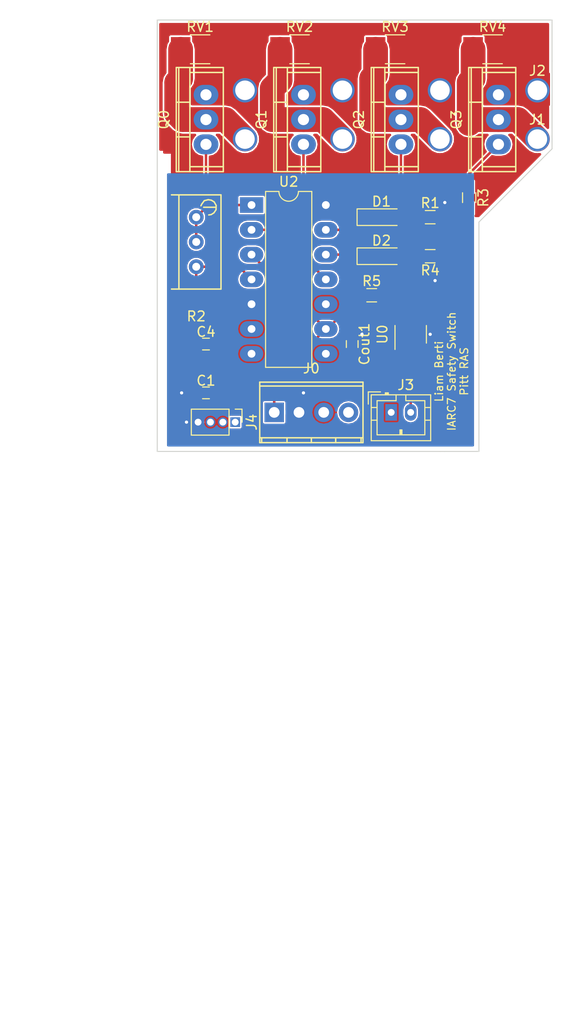
<source format=kicad_pcb>
(kicad_pcb (version 4) (host pcbnew 4.0.6)

  (general
    (links 59)
    (no_connects 0)
    (area 175.949999 56.949999 216.550001 97.050001)
    (thickness 0.8128)
    (drawings 12)
    (tracks 92)
    (zones 0)
    (modules 25)
    (nets 18)
  )

  (page A4)
  (layers
    (0 Top signal)
    (31 Bottom signal)
    (34 B.Paste user)
    (35 F.Paste user)
    (36 B.SilkS user)
    (37 F.SilkS user)
    (38 B.Mask user)
    (39 F.Mask user)
    (40 Dwgs.User user)
    (41 Cmts.User user)
    (42 Eco1.User user)
    (43 Eco2.User user)
    (44 Edge.Cuts user)
    (45 Margin user)
  )

  (setup
    (last_trace_width 0.254)
    (trace_clearance 0.1524)
    (zone_clearance 0.1524)
    (zone_45_only yes)
    (trace_min 0.1524)
    (segment_width 0.2)
    (edge_width 0.1)
    (via_size 0.6858)
    (via_drill 0.3302)
    (via_min_size 0.6858)
    (via_min_drill 0.3302)
    (uvia_size 0.762)
    (uvia_drill 0.508)
    (uvias_allowed no)
    (uvia_min_size 0)
    (uvia_min_drill 0)
    (pcb_text_width 0.3)
    (pcb_text_size 1.5 1.5)
    (mod_edge_width 0.15)
    (mod_text_size 1 1)
    (mod_text_width 0.15)
    (pad_size 1.5 1.5)
    (pad_drill 0.6)
    (pad_to_mask_clearance 0)
    (aux_axis_origin 0 0)
    (visible_elements FFFEFF7F)
    (pcbplotparams
      (layerselection 0x00030_80000001)
      (usegerberextensions false)
      (excludeedgelayer true)
      (linewidth 0.100000)
      (plotframeref false)
      (viasonmask false)
      (mode 1)
      (useauxorigin false)
      (hpglpennumber 1)
      (hpglpenspeed 20)
      (hpglpendiameter 15)
      (hpglpenoverlay 2)
      (psnegative false)
      (psa4output false)
      (plotreference true)
      (plotvalue true)
      (plotinvisibletext false)
      (padsonsilk false)
      (subtractmaskfromsilk false)
      (outputformat 1)
      (mirror false)
      (drillshape 1)
      (scaleselection 1)
      (outputdirectory ""))
  )

  (net 0 "")
  (net 1 +5V)
  (net 2 Earth)
  (net 3 "Net-(C4-Pad1)")
  (net 4 "Net-(D1-Pad2)")
  (net 5 "Net-(D2-Pad2)")
  (net 6 "Net-(D2-Pad1)")
  (net 7 /PWM)
  (net 8 /GATE)
  (net 9 "Net-(R2-Pad1)")
  (net 10 "Net-(R3-Pad2)")
  (net 11 "Net-(U2-Pad11)")
  (net 12 /AND2)
  (net 13 /AND1)
  (net 14 "Net-(J2-Pad1)")
  (net 15 "Net-(J2-Pad2)")
  (net 16 "Net-(J2-Pad3)")
  (net 17 "Net-(J2-Pad4)")

  (net_class Default "This is the default net class."
    (clearance 0.1524)
    (trace_width 0.254)
    (via_dia 0.6858)
    (via_drill 0.3302)
    (uvia_dia 0.762)
    (uvia_drill 0.508)
    (add_net +5V)
    (add_net /AND1)
    (add_net /AND2)
    (add_net /GATE)
    (add_net /PWM)
    (add_net Earth)
    (add_net "Net-(C4-Pad1)")
    (add_net "Net-(D1-Pad2)")
    (add_net "Net-(D2-Pad1)")
    (add_net "Net-(D2-Pad2)")
    (add_net "Net-(R2-Pad1)")
    (add_net "Net-(R3-Pad2)")
    (add_net "Net-(U2-Pad11)")
  )

  (net_class "power track" ""
    (clearance 0.1778)
    (trace_width 2.54)
    (via_dia 1.778)
    (via_drill 1.27)
    (uvia_dia 0.762)
    (uvia_drill 0.508)
    (add_net "Net-(J2-Pad1)")
    (add_net "Net-(J2-Pad2)")
    (add_net "Net-(J2-Pad3)")
    (add_net "Net-(J2-Pad4)")
  )

  (module Wire_Pads:barrel_connector (layer Top) (tedit 5935B1B1) (tstamp 5935A781)
    (at 189 56)
    (path /5935BBA7)
    (fp_text reference J1 (at 26 7) (layer F.SilkS)
      (effects (font (size 1 1) (thickness 0.15)))
    )
    (fp_text value CONN_01X04 (at 0 -0.5) (layer F.Fab)
      (effects (font (size 1 1) (thickness 0.15)))
    )
    (pad 1 thru_hole circle (at -4 4) (size 2.5 2.5) (drill 2) (layers *.Cu *.Mask)
      (net 2 Earth))
    (pad 2 thru_hole circle (at 6 4) (size 2.5 2.5) (drill 2) (layers *.Cu *.Mask)
      (net 2 Earth))
    (pad 3 thru_hole circle (at 16 4) (size 2.5 2.5) (drill 2) (layers *.Cu *.Mask)
      (net 2 Earth))
    (pad 4 thru_hole circle (at 26 4) (size 2.5 2.5) (drill 2) (layers *.Cu *.Mask)
      (net 2 Earth))
  )

  (module Connectors_Terminal_Blocks:TerminalBlock_Pheonix_MPT-2.54mm_4pol (layer Top) (tedit 0) (tstamp 5935A3E2)
    (at 188 93)
    (descr "4-way 2.54mm pitch terminal block, Phoenix MPT series")
    (path /58D9BDB0)
    (fp_text reference J0 (at 3.81 -4.50088) (layer F.SilkS)
      (effects (font (size 1 1) (thickness 0.15)))
    )
    (fp_text value Screw_Terminal_1x04 (at 3.81 4.50088) (layer F.Fab)
      (effects (font (size 1 1) (thickness 0.15)))
    )
    (fp_line (start -1.778 -3.302) (end 9.398 -3.302) (layer F.CrtYd) (width 0.05))
    (fp_line (start -1.778 3.302) (end -1.778 -3.302) (layer F.CrtYd) (width 0.05))
    (fp_line (start 9.398 3.302) (end -1.778 3.302) (layer F.CrtYd) (width 0.05))
    (fp_line (start 9.398 -3.302) (end 9.398 3.302) (layer F.CrtYd) (width 0.05))
    (fp_line (start 9.11098 -3.0988) (end -1.49098 -3.0988) (layer F.SilkS) (width 0.15))
    (fp_line (start -1.49098 -2.70002) (end 9.11098 -2.70002) (layer F.SilkS) (width 0.15))
    (fp_line (start -1.49098 2.60096) (end 9.11098 2.60096) (layer F.SilkS) (width 0.15))
    (fp_line (start 9.11098 3.0988) (end -1.49098 3.0988) (layer F.SilkS) (width 0.15))
    (fp_line (start 6.30682 2.60096) (end 6.30682 3.0988) (layer F.SilkS) (width 0.15))
    (fp_line (start 3.81 2.60096) (end 3.81 3.0988) (layer F.SilkS) (width 0.15))
    (fp_line (start -1.28778 3.0988) (end -1.28778 2.60096) (layer F.SilkS) (width 0.15))
    (fp_line (start 8.91032 2.60096) (end 8.91032 3.0988) (layer F.SilkS) (width 0.15))
    (fp_line (start 1.31318 3.0988) (end 1.31318 2.60096) (layer F.SilkS) (width 0.15))
    (fp_line (start 9.10844 3.0988) (end 9.10844 -3.0988) (layer F.SilkS) (width 0.15))
    (fp_line (start -1.4859 -3.0988) (end -1.4859 3.0988) (layer F.SilkS) (width 0.15))
    (pad 4 thru_hole oval (at 7.62 0 180) (size 1.99898 1.99898) (drill 1.09728) (layers *.Cu *.Mask))
    (pad 1 thru_hole rect (at 0 0 180) (size 1.99898 1.99898) (drill 1.09728) (layers *.Cu *.Mask)
      (net 7 /PWM))
    (pad 2 thru_hole oval (at 2.54 0 180) (size 1.99898 1.99898) (drill 1.09728) (layers *.Cu *.Mask)
      (net 1 +5V))
    (pad 3 thru_hole oval (at 5.08 0 180) (size 1.99898 1.99898) (drill 1.09728) (layers *.Cu *.Mask)
      (net 2 Earth))
    (model Terminal_Blocks.3dshapes/TerminalBlock_Pheonix_MPT-2.54mm_4pol.wrl
      (at (xyz 0.15 0 0))
      (scale (xyz 1 1 1))
      (rotate (xyz 0 0 0))
    )
  )

  (module Socket_Strips:Socket_Strip_Straight_1x04_Pitch1.27mm (layer Top) (tedit 58CD5453) (tstamp 5935A410)
    (at 184 94 270)
    (descr "Through hole straight socket strip, 1x04, 1.27mm pitch, single row")
    (tags "Through hole socket strip THT 1x04 1.27mm single row")
    (path /59359D38)
    (fp_text reference J4 (at 0 -1.695 270) (layer F.SilkS)
      (effects (font (size 1 1) (thickness 0.15)))
    )
    (fp_text value CONN_01X04 (at 0 5.505 270) (layer F.Fab)
      (effects (font (size 1 1) (thickness 0.15)))
    )
    (fp_line (start -1.27 -0.635) (end -1.27 4.445) (layer F.Fab) (width 0.1))
    (fp_line (start -1.27 4.445) (end 1.27 4.445) (layer F.Fab) (width 0.1))
    (fp_line (start 1.27 4.445) (end 1.27 -0.635) (layer F.Fab) (width 0.1))
    (fp_line (start 1.27 -0.635) (end -1.27 -0.635) (layer F.Fab) (width 0.1))
    (fp_line (start -1.33 0.635) (end -1.33 4.505) (layer F.SilkS) (width 0.12))
    (fp_line (start -1.33 4.505) (end 1.33 4.505) (layer F.SilkS) (width 0.12))
    (fp_line (start 1.33 4.505) (end 1.33 0.635) (layer F.SilkS) (width 0.12))
    (fp_line (start 1.33 0.635) (end -1.33 0.635) (layer F.SilkS) (width 0.12))
    (fp_line (start -1.33 0) (end -1.33 -0.695) (layer F.SilkS) (width 0.12))
    (fp_line (start -1.33 -0.695) (end 0 -0.695) (layer F.SilkS) (width 0.12))
    (fp_line (start -1.8 -1.15) (end -1.8 4.95) (layer F.CrtYd) (width 0.05))
    (fp_line (start -1.8 4.95) (end 1.8 4.95) (layer F.CrtYd) (width 0.05))
    (fp_line (start 1.8 4.95) (end 1.8 -1.15) (layer F.CrtYd) (width 0.05))
    (fp_line (start 1.8 -1.15) (end -1.8 -1.15) (layer F.CrtYd) (width 0.05))
    (fp_text user %R (at 0 -1.695 270) (layer F.Fab)
      (effects (font (size 1 1) (thickness 0.15)))
    )
    (pad 1 thru_hole rect (at 0 0 270) (size 1 1) (drill 0.7) (layers *.Cu *.Mask))
    (pad 2 thru_hole oval (at 0 1.27 270) (size 1 1) (drill 0.7) (layers *.Cu *.Mask)
      (net 2 Earth))
    (pad 3 thru_hole oval (at 0 2.54 270) (size 1 1) (drill 0.7) (layers *.Cu *.Mask)
      (net 2 Earth))
    (pad 4 thru_hole oval (at 0 3.81 270) (size 1 1) (drill 0.7) (layers *.Cu *.Mask)
      (net 1 +5V))
    (model ${KISYS3DMOD}/Socket_Strips.3dshapes/Socket_Strip_Straight_1x04_Pitch1.27mm.wrl
      (at (xyz 0 0 0))
      (scale (xyz 1 1 1))
      (rotate (xyz 0 0 0))
    )
  )

  (module Capacitors_SMD:C_0603_HandSoldering (layer Top) (tedit 58AA848B) (tstamp 5935A3C2)
    (at 181 91)
    (descr "Capacitor SMD 0603, hand soldering")
    (tags "capacitor 0603")
    (path /581E4C45)
    (attr smd)
    (fp_text reference C1 (at 0 -1.25) (layer F.SilkS)
      (effects (font (size 1 1) (thickness 0.15)))
    )
    (fp_text value 0.1uF (at 0 1.5) (layer F.Fab)
      (effects (font (size 1 1) (thickness 0.15)))
    )
    (fp_text user %R (at 0 -1.25) (layer F.Fab)
      (effects (font (size 1 1) (thickness 0.15)))
    )
    (fp_line (start -0.8 0.4) (end -0.8 -0.4) (layer F.Fab) (width 0.1))
    (fp_line (start 0.8 0.4) (end -0.8 0.4) (layer F.Fab) (width 0.1))
    (fp_line (start 0.8 -0.4) (end 0.8 0.4) (layer F.Fab) (width 0.1))
    (fp_line (start -0.8 -0.4) (end 0.8 -0.4) (layer F.Fab) (width 0.1))
    (fp_line (start -0.35 -0.6) (end 0.35 -0.6) (layer F.SilkS) (width 0.12))
    (fp_line (start 0.35 0.6) (end -0.35 0.6) (layer F.SilkS) (width 0.12))
    (fp_line (start -1.8 -0.65) (end 1.8 -0.65) (layer F.CrtYd) (width 0.05))
    (fp_line (start -1.8 -0.65) (end -1.8 0.65) (layer F.CrtYd) (width 0.05))
    (fp_line (start 1.8 0.65) (end 1.8 -0.65) (layer F.CrtYd) (width 0.05))
    (fp_line (start 1.8 0.65) (end -1.8 0.65) (layer F.CrtYd) (width 0.05))
    (pad 1 smd rect (at -0.95 0) (size 1.2 0.75) (layers Top F.Paste F.Mask)
      (net 1 +5V))
    (pad 2 smd rect (at 0.95 0) (size 1.2 0.75) (layers Top F.Paste F.Mask)
      (net 2 Earth))
    (model Capacitors_SMD.3dshapes/C_0603.wrl
      (at (xyz 0 0 0))
      (scale (xyz 1 1 1))
      (rotate (xyz 0 0 0))
    )
  )

  (module Capacitors_SMD:C_0603_HandSoldering (layer Top) (tedit 58AA848B) (tstamp 5935A3C8)
    (at 181 86)
    (descr "Capacitor SMD 0603, hand soldering")
    (tags "capacitor 0603")
    (path /581E53D9)
    (attr smd)
    (fp_text reference C4 (at 0 -1.25) (layer F.SilkS)
      (effects (font (size 1 1) (thickness 0.15)))
    )
    (fp_text value 1.0uF (at 0 1.5) (layer F.Fab)
      (effects (font (size 1 1) (thickness 0.15)))
    )
    (fp_text user %R (at 0 -1.25) (layer F.Fab)
      (effects (font (size 1 1) (thickness 0.15)))
    )
    (fp_line (start -0.8 0.4) (end -0.8 -0.4) (layer F.Fab) (width 0.1))
    (fp_line (start 0.8 0.4) (end -0.8 0.4) (layer F.Fab) (width 0.1))
    (fp_line (start 0.8 -0.4) (end 0.8 0.4) (layer F.Fab) (width 0.1))
    (fp_line (start -0.8 -0.4) (end 0.8 -0.4) (layer F.Fab) (width 0.1))
    (fp_line (start -0.35 -0.6) (end 0.35 -0.6) (layer F.SilkS) (width 0.12))
    (fp_line (start 0.35 0.6) (end -0.35 0.6) (layer F.SilkS) (width 0.12))
    (fp_line (start -1.8 -0.65) (end 1.8 -0.65) (layer F.CrtYd) (width 0.05))
    (fp_line (start -1.8 -0.65) (end -1.8 0.65) (layer F.CrtYd) (width 0.05))
    (fp_line (start 1.8 0.65) (end 1.8 -0.65) (layer F.CrtYd) (width 0.05))
    (fp_line (start 1.8 0.65) (end -1.8 0.65) (layer F.CrtYd) (width 0.05))
    (pad 1 smd rect (at -0.95 0) (size 1.2 0.75) (layers Top F.Paste F.Mask)
      (net 3 "Net-(C4-Pad1)"))
    (pad 2 smd rect (at 0.95 0) (size 1.2 0.75) (layers Top F.Paste F.Mask)
      (net 2 Earth))
    (model Capacitors_SMD.3dshapes/C_0603.wrl
      (at (xyz 0 0 0))
      (scale (xyz 1 1 1))
      (rotate (xyz 0 0 0))
    )
  )

  (module Capacitors_SMD:C_0603_HandSoldering (layer Top) (tedit 58AA848B) (tstamp 5935A3CE)
    (at 196 86 270)
    (descr "Capacitor SMD 0603, hand soldering")
    (tags "capacitor 0603")
    (path /58D331DF)
    (attr smd)
    (fp_text reference Cout1 (at 0 -1.25 270) (layer F.SilkS)
      (effects (font (size 1 1) (thickness 0.15)))
    )
    (fp_text value 22uF (at 0 1.5 270) (layer F.Fab)
      (effects (font (size 1 1) (thickness 0.15)))
    )
    (fp_text user %R (at 0 -1.25 270) (layer F.Fab)
      (effects (font (size 1 1) (thickness 0.15)))
    )
    (fp_line (start -0.8 0.4) (end -0.8 -0.4) (layer F.Fab) (width 0.1))
    (fp_line (start 0.8 0.4) (end -0.8 0.4) (layer F.Fab) (width 0.1))
    (fp_line (start 0.8 -0.4) (end 0.8 0.4) (layer F.Fab) (width 0.1))
    (fp_line (start -0.8 -0.4) (end 0.8 -0.4) (layer F.Fab) (width 0.1))
    (fp_line (start -0.35 -0.6) (end 0.35 -0.6) (layer F.SilkS) (width 0.12))
    (fp_line (start 0.35 0.6) (end -0.35 0.6) (layer F.SilkS) (width 0.12))
    (fp_line (start -1.8 -0.65) (end 1.8 -0.65) (layer F.CrtYd) (width 0.05))
    (fp_line (start -1.8 -0.65) (end -1.8 0.65) (layer F.CrtYd) (width 0.05))
    (fp_line (start 1.8 0.65) (end 1.8 -0.65) (layer F.CrtYd) (width 0.05))
    (fp_line (start 1.8 0.65) (end -1.8 0.65) (layer F.CrtYd) (width 0.05))
    (pad 1 smd rect (at -0.95 0 270) (size 1.2 0.75) (layers Top F.Paste F.Mask)
      (net 1 +5V))
    (pad 2 smd rect (at 0.95 0 270) (size 1.2 0.75) (layers Top F.Paste F.Mask)
      (net 2 Earth))
    (model Capacitors_SMD.3dshapes/C_0603.wrl
      (at (xyz 0 0 0))
      (scale (xyz 1 1 1))
      (rotate (xyz 0 0 0))
    )
  )

  (module LEDs:LED_1206 (layer Top) (tedit 57FE943C) (tstamp 5935A3D4)
    (at 199 73)
    (descr "LED 1206 smd package")
    (tags "LED led 1206 SMD smd SMT smt smdled SMDLED smtled SMTLED")
    (path /581E782C)
    (attr smd)
    (fp_text reference D1 (at 0 -1.6) (layer F.SilkS)
      (effects (font (size 1 1) (thickness 0.15)))
    )
    (fp_text value "Green LED" (at 0 1.7) (layer F.Fab)
      (effects (font (size 1 1) (thickness 0.15)))
    )
    (fp_line (start -2.5 -0.85) (end -2.5 0.85) (layer F.SilkS) (width 0.12))
    (fp_line (start -0.45 -0.4) (end -0.45 0.4) (layer F.Fab) (width 0.1))
    (fp_line (start -0.4 0) (end 0.2 -0.4) (layer F.Fab) (width 0.1))
    (fp_line (start 0.2 0.4) (end -0.4 0) (layer F.Fab) (width 0.1))
    (fp_line (start 0.2 -0.4) (end 0.2 0.4) (layer F.Fab) (width 0.1))
    (fp_line (start 1.6 0.8) (end -1.6 0.8) (layer F.Fab) (width 0.1))
    (fp_line (start 1.6 -0.8) (end 1.6 0.8) (layer F.Fab) (width 0.1))
    (fp_line (start -1.6 -0.8) (end 1.6 -0.8) (layer F.Fab) (width 0.1))
    (fp_line (start -1.6 0.8) (end -1.6 -0.8) (layer F.Fab) (width 0.1))
    (fp_line (start -2.45 0.85) (end 1.6 0.85) (layer F.SilkS) (width 0.12))
    (fp_line (start -2.45 -0.85) (end 1.6 -0.85) (layer F.SilkS) (width 0.12))
    (fp_line (start 2.65 -1) (end 2.65 1) (layer F.CrtYd) (width 0.05))
    (fp_line (start 2.65 1) (end -2.65 1) (layer F.CrtYd) (width 0.05))
    (fp_line (start -2.65 1) (end -2.65 -1) (layer F.CrtYd) (width 0.05))
    (fp_line (start -2.65 -1) (end 2.65 -1) (layer F.CrtYd) (width 0.05))
    (pad 2 smd rect (at 1.65 0 180) (size 1.5 1.5) (layers Top F.Paste F.Mask)
      (net 4 "Net-(D1-Pad2)"))
    (pad 1 smd rect (at -1.65 0 180) (size 1.5 1.5) (layers Top F.Paste F.Mask)
      (net 2 Earth))
    (model LEDs.3dshapes/LED_1206.wrl
      (at (xyz 0 0 0))
      (scale (xyz 1 1 1))
      (rotate (xyz 0 0 180))
    )
  )

  (module LEDs:LED_1206 (layer Top) (tedit 57FE943C) (tstamp 5935A3DA)
    (at 199 77)
    (descr "LED 1206 smd package")
    (tags "LED led 1206 SMD smd SMT smt smdled SMDLED smtled SMTLED")
    (path /581E585C)
    (attr smd)
    (fp_text reference D2 (at 0 -1.6) (layer F.SilkS)
      (effects (font (size 1 1) (thickness 0.15)))
    )
    (fp_text value "Red LED" (at 0 1.7) (layer F.Fab)
      (effects (font (size 1 1) (thickness 0.15)))
    )
    (fp_line (start -2.5 -0.85) (end -2.5 0.85) (layer F.SilkS) (width 0.12))
    (fp_line (start -0.45 -0.4) (end -0.45 0.4) (layer F.Fab) (width 0.1))
    (fp_line (start -0.4 0) (end 0.2 -0.4) (layer F.Fab) (width 0.1))
    (fp_line (start 0.2 0.4) (end -0.4 0) (layer F.Fab) (width 0.1))
    (fp_line (start 0.2 -0.4) (end 0.2 0.4) (layer F.Fab) (width 0.1))
    (fp_line (start 1.6 0.8) (end -1.6 0.8) (layer F.Fab) (width 0.1))
    (fp_line (start 1.6 -0.8) (end 1.6 0.8) (layer F.Fab) (width 0.1))
    (fp_line (start -1.6 -0.8) (end 1.6 -0.8) (layer F.Fab) (width 0.1))
    (fp_line (start -1.6 0.8) (end -1.6 -0.8) (layer F.Fab) (width 0.1))
    (fp_line (start -2.45 0.85) (end 1.6 0.85) (layer F.SilkS) (width 0.12))
    (fp_line (start -2.45 -0.85) (end 1.6 -0.85) (layer F.SilkS) (width 0.12))
    (fp_line (start 2.65 -1) (end 2.65 1) (layer F.CrtYd) (width 0.05))
    (fp_line (start 2.65 1) (end -2.65 1) (layer F.CrtYd) (width 0.05))
    (fp_line (start -2.65 1) (end -2.65 -1) (layer F.CrtYd) (width 0.05))
    (fp_line (start -2.65 -1) (end 2.65 -1) (layer F.CrtYd) (width 0.05))
    (pad 2 smd rect (at 1.65 0 180) (size 1.5 1.5) (layers Top F.Paste F.Mask)
      (net 5 "Net-(D2-Pad2)"))
    (pad 1 smd rect (at -1.65 0 180) (size 1.5 1.5) (layers Top F.Paste F.Mask)
      (net 6 "Net-(D2-Pad1)"))
    (model LEDs.3dshapes/LED_1206.wrl
      (at (xyz 0 0 0))
      (scale (xyz 1 1 1))
      (rotate (xyz 0 0 180))
    )
  )

  (module Connectors_JST:JST_PH_B2B-PH-K_02x2.00mm_Straight (layer Top) (tedit 58A2F0E8) (tstamp 5935A408)
    (at 200 93)
    (descr "JST PH series connector, B2B-PH-K, top entry type, through hole, Datasheet: http://www.jst-mfg.com/product/pdf/eng/ePH.pdf")
    (tags "connector jst ph")
    (path /58ED2C04)
    (fp_text reference J3 (at 1.5 -2.8) (layer F.SilkS)
      (effects (font (size 1 1) (thickness 0.15)))
    )
    (fp_text value CONN_01X02 (at 1 3.8) (layer F.Fab)
      (effects (font (size 1 1) (thickness 0.15)))
    )
    (fp_line (start -2.05 -1.8) (end -2.05 2.9) (layer F.SilkS) (width 0.12))
    (fp_line (start -2.05 2.9) (end 4.05 2.9) (layer F.SilkS) (width 0.12))
    (fp_line (start 4.05 2.9) (end 4.05 -1.8) (layer F.SilkS) (width 0.12))
    (fp_line (start 4.05 -1.8) (end -2.05 -1.8) (layer F.SilkS) (width 0.12))
    (fp_line (start 0.5 -1.8) (end 0.5 -1.2) (layer F.SilkS) (width 0.12))
    (fp_line (start 0.5 -1.2) (end -1.45 -1.2) (layer F.SilkS) (width 0.12))
    (fp_line (start -1.45 -1.2) (end -1.45 2.3) (layer F.SilkS) (width 0.12))
    (fp_line (start -1.45 2.3) (end 3.45 2.3) (layer F.SilkS) (width 0.12))
    (fp_line (start 3.45 2.3) (end 3.45 -1.2) (layer F.SilkS) (width 0.12))
    (fp_line (start 3.45 -1.2) (end 1.5 -1.2) (layer F.SilkS) (width 0.12))
    (fp_line (start 1.5 -1.2) (end 1.5 -1.8) (layer F.SilkS) (width 0.12))
    (fp_line (start -2.05 -0.5) (end -1.45 -0.5) (layer F.SilkS) (width 0.12))
    (fp_line (start -2.05 0.8) (end -1.45 0.8) (layer F.SilkS) (width 0.12))
    (fp_line (start 4.05 -0.5) (end 3.45 -0.5) (layer F.SilkS) (width 0.12))
    (fp_line (start 4.05 0.8) (end 3.45 0.8) (layer F.SilkS) (width 0.12))
    (fp_line (start -0.3 -1.8) (end -0.3 -2) (layer F.SilkS) (width 0.12))
    (fp_line (start -0.3 -2) (end -0.6 -2) (layer F.SilkS) (width 0.12))
    (fp_line (start -0.6 -2) (end -0.6 -1.8) (layer F.SilkS) (width 0.12))
    (fp_line (start -0.3 -1.9) (end -0.6 -1.9) (layer F.SilkS) (width 0.12))
    (fp_line (start 0.9 2.3) (end 0.9 1.8) (layer F.SilkS) (width 0.12))
    (fp_line (start 0.9 1.8) (end 1.1 1.8) (layer F.SilkS) (width 0.12))
    (fp_line (start 1.1 1.8) (end 1.1 2.3) (layer F.SilkS) (width 0.12))
    (fp_line (start 1 2.3) (end 1 1.8) (layer F.SilkS) (width 0.12))
    (fp_line (start -1.1 -2.1) (end -2.35 -2.1) (layer F.SilkS) (width 0.12))
    (fp_line (start -2.35 -2.1) (end -2.35 -0.85) (layer F.SilkS) (width 0.12))
    (fp_line (start -1.1 -2.1) (end -2.35 -2.1) (layer F.Fab) (width 0.1))
    (fp_line (start -2.35 -2.1) (end -2.35 -0.85) (layer F.Fab) (width 0.1))
    (fp_line (start -1.95 -1.7) (end -1.95 2.8) (layer F.Fab) (width 0.1))
    (fp_line (start -1.95 2.8) (end 3.95 2.8) (layer F.Fab) (width 0.1))
    (fp_line (start 3.95 2.8) (end 3.95 -1.7) (layer F.Fab) (width 0.1))
    (fp_line (start 3.95 -1.7) (end -1.95 -1.7) (layer F.Fab) (width 0.1))
    (fp_line (start -2.45 -2.2) (end -2.45 3.3) (layer F.CrtYd) (width 0.05))
    (fp_line (start -2.45 3.3) (end 4.45 3.3) (layer F.CrtYd) (width 0.05))
    (fp_line (start 4.45 3.3) (end 4.45 -2.2) (layer F.CrtYd) (width 0.05))
    (fp_line (start 4.45 -2.2) (end -2.45 -2.2) (layer F.CrtYd) (width 0.05))
    (fp_text user %R (at 1 1.5) (layer F.Fab)
      (effects (font (size 1 1) (thickness 0.15)))
    )
    (pad 1 thru_hole rect (at 0 0) (size 1.2 1.7) (drill 0.7) (layers *.Cu *.Mask)
      (net 2 Earth))
    (pad 2 thru_hole oval (at 2 0) (size 1.2 1.7) (drill 0.7) (layers *.Cu *.Mask)
      (net 12 /AND2))
    (model Connectors_JST.3dshapes/JST_PH_B2B-PH-K_02x2.00mm_Straight.wrl
      (at (xyz 0 0 0))
      (scale (xyz 1 1 1))
      (rotate (xyz 0 0 0))
    )
  )

  (module Power_Integrations:TO-220 (layer Top) (tedit 0) (tstamp 5935A417)
    (at 181 63 90)
    (descr "Non Isolated JEDEC TO-220 Package")
    (tags "Power Integration YN Package")
    (path /58B4C100)
    (fp_text reference Q0 (at 0 -4.318 90) (layer F.SilkS)
      (effects (font (size 1 1) (thickness 0.15)))
    )
    (fp_text value IRF1324PBF (at 0 -4.318 90) (layer F.Fab)
      (effects (font (size 1 1) (thickness 0.15)))
    )
    (fp_line (start 4.826 -1.651) (end 4.826 1.778) (layer F.SilkS) (width 0.15))
    (fp_line (start -4.826 -1.651) (end -4.826 1.778) (layer F.SilkS) (width 0.15))
    (fp_line (start 5.334 -2.794) (end -5.334 -2.794) (layer F.SilkS) (width 0.15))
    (fp_line (start 1.778 -1.778) (end 1.778 -3.048) (layer F.SilkS) (width 0.15))
    (fp_line (start -1.778 -1.778) (end -1.778 -3.048) (layer F.SilkS) (width 0.15))
    (fp_line (start -5.334 -1.651) (end 5.334 -1.651) (layer F.SilkS) (width 0.15))
    (fp_line (start 5.334 1.778) (end -5.334 1.778) (layer F.SilkS) (width 0.15))
    (fp_line (start -5.334 -3.048) (end -5.334 1.778) (layer F.SilkS) (width 0.15))
    (fp_line (start 5.334 -3.048) (end 5.334 1.778) (layer F.SilkS) (width 0.15))
    (fp_line (start 5.334 -3.048) (end -5.334 -3.048) (layer F.SilkS) (width 0.15))
    (pad 2 thru_hole oval (at 0 0 90) (size 2.032 2.54) (drill 1.143) (layers *.Cu *.Mask)
      (net 17 "Net-(J2-Pad4)"))
    (pad 3 thru_hole oval (at 2.54 0 90) (size 2.032 2.54) (drill 1.143) (layers *.Cu *.Mask)
      (net 2 Earth))
    (pad 1 thru_hole oval (at -2.54 0 90) (size 2.032 2.54) (drill 1.143) (layers *.Cu *.Mask)
      (net 8 /GATE))
  )

  (module Power_Integrations:TO-220 (layer Top) (tedit 0) (tstamp 5935A41E)
    (at 191 63 90)
    (descr "Non Isolated JEDEC TO-220 Package")
    (tags "Power Integration YN Package")
    (path /58B4BA4B)
    (fp_text reference Q1 (at 0 -4.318 90) (layer F.SilkS)
      (effects (font (size 1 1) (thickness 0.15)))
    )
    (fp_text value IRF1324PBF (at 0 -4.318 90) (layer F.Fab)
      (effects (font (size 1 1) (thickness 0.15)))
    )
    (fp_line (start 4.826 -1.651) (end 4.826 1.778) (layer F.SilkS) (width 0.15))
    (fp_line (start -4.826 -1.651) (end -4.826 1.778) (layer F.SilkS) (width 0.15))
    (fp_line (start 5.334 -2.794) (end -5.334 -2.794) (layer F.SilkS) (width 0.15))
    (fp_line (start 1.778 -1.778) (end 1.778 -3.048) (layer F.SilkS) (width 0.15))
    (fp_line (start -1.778 -1.778) (end -1.778 -3.048) (layer F.SilkS) (width 0.15))
    (fp_line (start -5.334 -1.651) (end 5.334 -1.651) (layer F.SilkS) (width 0.15))
    (fp_line (start 5.334 1.778) (end -5.334 1.778) (layer F.SilkS) (width 0.15))
    (fp_line (start -5.334 -3.048) (end -5.334 1.778) (layer F.SilkS) (width 0.15))
    (fp_line (start 5.334 -3.048) (end 5.334 1.778) (layer F.SilkS) (width 0.15))
    (fp_line (start 5.334 -3.048) (end -5.334 -3.048) (layer F.SilkS) (width 0.15))
    (pad 2 thru_hole oval (at 0 0 90) (size 2.032 2.54) (drill 1.143) (layers *.Cu *.Mask)
      (net 16 "Net-(J2-Pad3)"))
    (pad 3 thru_hole oval (at 2.54 0 90) (size 2.032 2.54) (drill 1.143) (layers *.Cu *.Mask)
      (net 2 Earth))
    (pad 1 thru_hole oval (at -2.54 0 90) (size 2.032 2.54) (drill 1.143) (layers *.Cu *.Mask)
      (net 8 /GATE))
  )

  (module Power_Integrations:TO-220 (layer Top) (tedit 0) (tstamp 5935A425)
    (at 201 63 90)
    (descr "Non Isolated JEDEC TO-220 Package")
    (tags "Power Integration YN Package")
    (path /58CD8266)
    (fp_text reference Q2 (at 0 -4.318 90) (layer F.SilkS)
      (effects (font (size 1 1) (thickness 0.15)))
    )
    (fp_text value IRF1324PBF (at 0 -4.318 90) (layer F.Fab)
      (effects (font (size 1 1) (thickness 0.15)))
    )
    (fp_line (start 4.826 -1.651) (end 4.826 1.778) (layer F.SilkS) (width 0.15))
    (fp_line (start -4.826 -1.651) (end -4.826 1.778) (layer F.SilkS) (width 0.15))
    (fp_line (start 5.334 -2.794) (end -5.334 -2.794) (layer F.SilkS) (width 0.15))
    (fp_line (start 1.778 -1.778) (end 1.778 -3.048) (layer F.SilkS) (width 0.15))
    (fp_line (start -1.778 -1.778) (end -1.778 -3.048) (layer F.SilkS) (width 0.15))
    (fp_line (start -5.334 -1.651) (end 5.334 -1.651) (layer F.SilkS) (width 0.15))
    (fp_line (start 5.334 1.778) (end -5.334 1.778) (layer F.SilkS) (width 0.15))
    (fp_line (start -5.334 -3.048) (end -5.334 1.778) (layer F.SilkS) (width 0.15))
    (fp_line (start 5.334 -3.048) (end 5.334 1.778) (layer F.SilkS) (width 0.15))
    (fp_line (start 5.334 -3.048) (end -5.334 -3.048) (layer F.SilkS) (width 0.15))
    (pad 2 thru_hole oval (at 0 0 90) (size 2.032 2.54) (drill 1.143) (layers *.Cu *.Mask)
      (net 15 "Net-(J2-Pad2)"))
    (pad 3 thru_hole oval (at 2.54 0 90) (size 2.032 2.54) (drill 1.143) (layers *.Cu *.Mask)
      (net 2 Earth))
    (pad 1 thru_hole oval (at -2.54 0 90) (size 2.032 2.54) (drill 1.143) (layers *.Cu *.Mask)
      (net 8 /GATE))
  )

  (module Power_Integrations:TO-220 (layer Top) (tedit 0) (tstamp 5935A42C)
    (at 211 63 90)
    (descr "Non Isolated JEDEC TO-220 Package")
    (tags "Power Integration YN Package")
    (path /58B4BE4D)
    (fp_text reference Q3 (at 0 -4.318 90) (layer F.SilkS)
      (effects (font (size 1 1) (thickness 0.15)))
    )
    (fp_text value IRF1324PBF (at 0 -4.318 90) (layer F.Fab)
      (effects (font (size 1 1) (thickness 0.15)))
    )
    (fp_line (start 4.826 -1.651) (end 4.826 1.778) (layer F.SilkS) (width 0.15))
    (fp_line (start -4.826 -1.651) (end -4.826 1.778) (layer F.SilkS) (width 0.15))
    (fp_line (start 5.334 -2.794) (end -5.334 -2.794) (layer F.SilkS) (width 0.15))
    (fp_line (start 1.778 -1.778) (end 1.778 -3.048) (layer F.SilkS) (width 0.15))
    (fp_line (start -1.778 -1.778) (end -1.778 -3.048) (layer F.SilkS) (width 0.15))
    (fp_line (start -5.334 -1.651) (end 5.334 -1.651) (layer F.SilkS) (width 0.15))
    (fp_line (start 5.334 1.778) (end -5.334 1.778) (layer F.SilkS) (width 0.15))
    (fp_line (start -5.334 -3.048) (end -5.334 1.778) (layer F.SilkS) (width 0.15))
    (fp_line (start 5.334 -3.048) (end 5.334 1.778) (layer F.SilkS) (width 0.15))
    (fp_line (start 5.334 -3.048) (end -5.334 -3.048) (layer F.SilkS) (width 0.15))
    (pad 2 thru_hole oval (at 0 0 90) (size 2.032 2.54) (drill 1.143) (layers *.Cu *.Mask)
      (net 14 "Net-(J2-Pad1)"))
    (pad 3 thru_hole oval (at 2.54 0 90) (size 2.032 2.54) (drill 1.143) (layers *.Cu *.Mask)
      (net 2 Earth))
    (pad 1 thru_hole oval (at -2.54 0 90) (size 2.032 2.54) (drill 1.143) (layers *.Cu *.Mask)
      (net 8 /GATE))
  )

  (module Resistors_SMD:R_0603_HandSoldering (layer Top) (tedit 58AAD9E8) (tstamp 5935A432)
    (at 204 73)
    (descr "Resistor SMD 0603, hand soldering")
    (tags "resistor 0603")
    (path /581E77A1)
    (attr smd)
    (fp_text reference R1 (at 0 -1.45) (layer F.SilkS)
      (effects (font (size 1 1) (thickness 0.15)))
    )
    (fp_text value 475 (at 0 1.55) (layer F.Fab)
      (effects (font (size 1 1) (thickness 0.15)))
    )
    (fp_text user %R (at 0 -1.45) (layer F.Fab)
      (effects (font (size 1 1) (thickness 0.15)))
    )
    (fp_line (start -0.8 0.4) (end -0.8 -0.4) (layer F.Fab) (width 0.1))
    (fp_line (start 0.8 0.4) (end -0.8 0.4) (layer F.Fab) (width 0.1))
    (fp_line (start 0.8 -0.4) (end 0.8 0.4) (layer F.Fab) (width 0.1))
    (fp_line (start -0.8 -0.4) (end 0.8 -0.4) (layer F.Fab) (width 0.1))
    (fp_line (start 0.5 0.68) (end -0.5 0.68) (layer F.SilkS) (width 0.12))
    (fp_line (start -0.5 -0.68) (end 0.5 -0.68) (layer F.SilkS) (width 0.12))
    (fp_line (start -1.96 -0.7) (end 1.95 -0.7) (layer F.CrtYd) (width 0.05))
    (fp_line (start -1.96 -0.7) (end -1.96 0.7) (layer F.CrtYd) (width 0.05))
    (fp_line (start 1.95 0.7) (end 1.95 -0.7) (layer F.CrtYd) (width 0.05))
    (fp_line (start 1.95 0.7) (end -1.96 0.7) (layer F.CrtYd) (width 0.05))
    (pad 1 smd rect (at -1.1 0) (size 1.2 0.9) (layers Top F.Paste F.Mask)
      (net 4 "Net-(D1-Pad2)"))
    (pad 2 smd rect (at 1.1 0) (size 1.2 0.9) (layers Top F.Paste F.Mask)
      (net 1 +5V))
    (model Resistors_SMD.3dshapes/R_0603.wrl
      (at (xyz 0 0 0))
      (scale (xyz 1 1 1))
      (rotate (xyz 0 0 0))
    )
  )

  (module Potentiometers:Potentiometer_Bourns_3296W_3-8Zoll_Inline_ScrewUp (layer Top) (tedit 54130B3D) (tstamp 5935A439)
    (at 180 73 180)
    (descr "3296, 3/8, Square, Trimpot, Trimming, Potentiometer, Bourns")
    (tags "3296, 3/8, Square, Trimpot, Trimming, Potentiometer, Bourns")
    (path /581E52DB)
    (fp_text reference R2 (at 0 -10.16 180) (layer F.SilkS)
      (effects (font (size 1 1) (thickness 0.15)))
    )
    (fp_text value 5k (at 1.27 5.08 180) (layer F.Fab)
      (effects (font (size 1 1) (thickness 0.15)))
    )
    (fp_line (start -2.032 1.016) (end -0.762 1.016) (layer F.SilkS) (width 0.15))
    (fp_line (start -1.2827 0.2286) (end -1.5367 0.2667) (layer F.SilkS) (width 0.15))
    (fp_line (start -1.5367 0.2667) (end -1.8161 0.4445) (layer F.SilkS) (width 0.15))
    (fp_line (start -1.8161 0.4445) (end -2.032 0.762) (layer F.SilkS) (width 0.15))
    (fp_line (start -2.032 0.762) (end -2.0447 1.2065) (layer F.SilkS) (width 0.15))
    (fp_line (start -2.0447 1.2065) (end -1.8415 1.5621) (layer F.SilkS) (width 0.15))
    (fp_line (start -1.8415 1.5621) (end -1.5494 1.7399) (layer F.SilkS) (width 0.15))
    (fp_line (start -1.5494 1.7399) (end -1.2319 1.7907) (layer F.SilkS) (width 0.15))
    (fp_line (start -1.2319 1.7907) (end -0.8255 1.6891) (layer F.SilkS) (width 0.15))
    (fp_line (start -0.8255 1.6891) (end -0.5715 1.3462) (layer F.SilkS) (width 0.15))
    (fp_line (start -0.5715 1.3462) (end -0.4826 1.1684) (layer F.SilkS) (width 0.15))
    (fp_line (start 1.778 -7.366) (end 1.778 2.286) (layer F.SilkS) (width 0.15))
    (fp_line (start -1.27 2.286) (end -2.54 2.286) (layer F.SilkS) (width 0.15))
    (fp_line (start -2.54 2.286) (end -2.54 -7.366) (layer F.SilkS) (width 0.15))
    (fp_line (start -2.54 -7.366) (end 2.54 -7.366) (layer F.SilkS) (width 0.15))
    (fp_line (start 2.54 2.286) (end 0 2.286) (layer F.SilkS) (width 0.15))
    (fp_line (start 0 2.286) (end -1.27 2.286) (layer F.SilkS) (width 0.15))
    (pad 2 thru_hole circle (at 0 -2.54 180) (size 1.524 1.524) (drill 0.8128) (layers *.Cu *.Mask)
      (net 9 "Net-(R2-Pad1)"))
    (pad 3 thru_hole circle (at 0 -5.08 180) (size 1.524 1.524) (drill 0.8128) (layers *.Cu *.Mask)
      (net 3 "Net-(C4-Pad1)"))
    (pad 1 thru_hole circle (at 0 0 180) (size 1.524 1.524) (drill 0.8128) (layers *.Cu *.Mask)
      (net 9 "Net-(R2-Pad1)"))
    (model Potentiometers.3dshapes/Potentiometer_Bourns_3296W_3-8Zoll_Inline_ScrewUp.wrl
      (at (xyz 0 0 0))
      (scale (xyz 1 1 1))
      (rotate (xyz 0 0 0))
    )
  )

  (module Resistors_SMD:R_0603_HandSoldering (layer Top) (tedit 58AAD9E8) (tstamp 5935A43F)
    (at 208 71 270)
    (descr "Resistor SMD 0603, hand soldering")
    (tags "resistor 0603")
    (path /581E57C1)
    (attr smd)
    (fp_text reference R3 (at 0 -1.45 270) (layer F.SilkS)
      (effects (font (size 1 1) (thickness 0.15)))
    )
    (fp_text value 500 (at 0 1.55 270) (layer F.Fab)
      (effects (font (size 1 1) (thickness 0.15)))
    )
    (fp_text user %R (at 0 -1.45 270) (layer F.Fab)
      (effects (font (size 1 1) (thickness 0.15)))
    )
    (fp_line (start -0.8 0.4) (end -0.8 -0.4) (layer F.Fab) (width 0.1))
    (fp_line (start 0.8 0.4) (end -0.8 0.4) (layer F.Fab) (width 0.1))
    (fp_line (start 0.8 -0.4) (end 0.8 0.4) (layer F.Fab) (width 0.1))
    (fp_line (start -0.8 -0.4) (end 0.8 -0.4) (layer F.Fab) (width 0.1))
    (fp_line (start 0.5 0.68) (end -0.5 0.68) (layer F.SilkS) (width 0.12))
    (fp_line (start -0.5 -0.68) (end 0.5 -0.68) (layer F.SilkS) (width 0.12))
    (fp_line (start -1.96 -0.7) (end 1.95 -0.7) (layer F.CrtYd) (width 0.05))
    (fp_line (start -1.96 -0.7) (end -1.96 0.7) (layer F.CrtYd) (width 0.05))
    (fp_line (start 1.95 0.7) (end 1.95 -0.7) (layer F.CrtYd) (width 0.05))
    (fp_line (start 1.95 0.7) (end -1.96 0.7) (layer F.CrtYd) (width 0.05))
    (pad 1 smd rect (at -1.1 0 270) (size 1.2 0.9) (layers Top F.Paste F.Mask)
      (net 8 /GATE))
    (pad 2 smd rect (at 1.1 0 270) (size 1.2 0.9) (layers Top F.Paste F.Mask)
      (net 10 "Net-(R3-Pad2)"))
    (model Resistors_SMD.3dshapes/R_0603.wrl
      (at (xyz 0 0 0))
      (scale (xyz 1 1 1))
      (rotate (xyz 0 0 0))
    )
  )

  (module Resistors_SMD:R_0603_HandSoldering (layer Top) (tedit 58AAD9E8) (tstamp 5935A445)
    (at 204 77 180)
    (descr "Resistor SMD 0603, hand soldering")
    (tags "resistor 0603")
    (path /581E6215)
    (attr smd)
    (fp_text reference R4 (at 0 -1.45 180) (layer F.SilkS)
      (effects (font (size 1 1) (thickness 0.15)))
    )
    (fp_text value 475 (at 0 1.55 180) (layer F.Fab)
      (effects (font (size 1 1) (thickness 0.15)))
    )
    (fp_text user %R (at 0 -1.45 180) (layer F.Fab)
      (effects (font (size 1 1) (thickness 0.15)))
    )
    (fp_line (start -0.8 0.4) (end -0.8 -0.4) (layer F.Fab) (width 0.1))
    (fp_line (start 0.8 0.4) (end -0.8 0.4) (layer F.Fab) (width 0.1))
    (fp_line (start 0.8 -0.4) (end 0.8 0.4) (layer F.Fab) (width 0.1))
    (fp_line (start -0.8 -0.4) (end 0.8 -0.4) (layer F.Fab) (width 0.1))
    (fp_line (start 0.5 0.68) (end -0.5 0.68) (layer F.SilkS) (width 0.12))
    (fp_line (start -0.5 -0.68) (end 0.5 -0.68) (layer F.SilkS) (width 0.12))
    (fp_line (start -1.96 -0.7) (end 1.95 -0.7) (layer F.CrtYd) (width 0.05))
    (fp_line (start -1.96 -0.7) (end -1.96 0.7) (layer F.CrtYd) (width 0.05))
    (fp_line (start 1.95 0.7) (end 1.95 -0.7) (layer F.CrtYd) (width 0.05))
    (fp_line (start 1.95 0.7) (end -1.96 0.7) (layer F.CrtYd) (width 0.05))
    (pad 1 smd rect (at -1.1 0 180) (size 1.2 0.9) (layers Top F.Paste F.Mask)
      (net 1 +5V))
    (pad 2 smd rect (at 1.1 0 180) (size 1.2 0.9) (layers Top F.Paste F.Mask)
      (net 5 "Net-(D2-Pad2)"))
    (model Resistors_SMD.3dshapes/R_0603.wrl
      (at (xyz 0 0 0))
      (scale (xyz 1 1 1))
      (rotate (xyz 0 0 0))
    )
  )

  (module Resistors_SMD:R_0603_HandSoldering (layer Top) (tedit 58AAD9E8) (tstamp 5935A44B)
    (at 198 81)
    (descr "Resistor SMD 0603, hand soldering")
    (tags "resistor 0603")
    (path /581E6766)
    (attr smd)
    (fp_text reference R5 (at 0 -1.45) (layer F.SilkS)
      (effects (font (size 1 1) (thickness 0.15)))
    )
    (fp_text value 10.0k (at 0 1.55) (layer F.Fab)
      (effects (font (size 1 1) (thickness 0.15)))
    )
    (fp_text user %R (at 0 -1.45) (layer F.Fab)
      (effects (font (size 1 1) (thickness 0.15)))
    )
    (fp_line (start -0.8 0.4) (end -0.8 -0.4) (layer F.Fab) (width 0.1))
    (fp_line (start 0.8 0.4) (end -0.8 0.4) (layer F.Fab) (width 0.1))
    (fp_line (start 0.8 -0.4) (end 0.8 0.4) (layer F.Fab) (width 0.1))
    (fp_line (start -0.8 -0.4) (end 0.8 -0.4) (layer F.Fab) (width 0.1))
    (fp_line (start 0.5 0.68) (end -0.5 0.68) (layer F.SilkS) (width 0.12))
    (fp_line (start -0.5 -0.68) (end 0.5 -0.68) (layer F.SilkS) (width 0.12))
    (fp_line (start -1.96 -0.7) (end 1.95 -0.7) (layer F.CrtYd) (width 0.05))
    (fp_line (start -1.96 -0.7) (end -1.96 0.7) (layer F.CrtYd) (width 0.05))
    (fp_line (start 1.95 0.7) (end 1.95 -0.7) (layer F.CrtYd) (width 0.05))
    (fp_line (start 1.95 0.7) (end -1.96 0.7) (layer F.CrtYd) (width 0.05))
    (pad 1 smd rect (at -1.1 0) (size 1.2 0.9) (layers Top F.Paste F.Mask)
      (net 7 /PWM))
    (pad 2 smd rect (at 1.1 0) (size 1.2 0.9) (layers Top F.Paste F.Mask)
      (net 2 Earth))
    (model Resistors_SMD.3dshapes/R_0603.wrl
      (at (xyz 0 0 0))
      (scale (xyz 1 1 1))
      (rotate (xyz 0 0 0))
    )
  )

  (module TO_SOT_Packages_SMD:SOT-23-5_HandSoldering (layer Top) (tedit 58CE4E7E) (tstamp 5935A454)
    (at 202 85 90)
    (descr "5-pin SOT23 package")
    (tags "SOT-23-5 hand-soldering")
    (path /58D99096)
    (attr smd)
    (fp_text reference U0 (at 0 -2.9 90) (layer F.SilkS)
      (effects (font (size 1 1) (thickness 0.15)))
    )
    (fp_text value NC7SZ08 (at 0 2.9 90) (layer F.Fab)
      (effects (font (size 1 1) (thickness 0.15)))
    )
    (fp_text user %R (at 0 0 90) (layer F.Fab)
      (effects (font (size 0.5 0.5) (thickness 0.075)))
    )
    (fp_line (start -0.9 1.61) (end 0.9 1.61) (layer F.SilkS) (width 0.12))
    (fp_line (start 0.9 -1.61) (end -1.55 -1.61) (layer F.SilkS) (width 0.12))
    (fp_line (start -0.9 -0.9) (end -0.25 -1.55) (layer F.Fab) (width 0.1))
    (fp_line (start 0.9 -1.55) (end -0.25 -1.55) (layer F.Fab) (width 0.1))
    (fp_line (start -0.9 -0.9) (end -0.9 1.55) (layer F.Fab) (width 0.1))
    (fp_line (start 0.9 1.55) (end -0.9 1.55) (layer F.Fab) (width 0.1))
    (fp_line (start 0.9 -1.55) (end 0.9 1.55) (layer F.Fab) (width 0.1))
    (fp_line (start -2.38 -1.8) (end 2.38 -1.8) (layer F.CrtYd) (width 0.05))
    (fp_line (start -2.38 -1.8) (end -2.38 1.8) (layer F.CrtYd) (width 0.05))
    (fp_line (start 2.38 1.8) (end 2.38 -1.8) (layer F.CrtYd) (width 0.05))
    (fp_line (start 2.38 1.8) (end -2.38 1.8) (layer F.CrtYd) (width 0.05))
    (pad 1 smd rect (at -1.35 -0.95 90) (size 1.56 0.65) (layers Top F.Paste F.Mask)
      (net 13 /AND1))
    (pad 2 smd rect (at -1.35 0 90) (size 1.56 0.65) (layers Top F.Paste F.Mask)
      (net 12 /AND2))
    (pad 3 smd rect (at -1.35 0.95 90) (size 1.56 0.65) (layers Top F.Paste F.Mask)
      (net 2 Earth))
    (pad 4 smd rect (at 1.35 0.95 90) (size 1.56 0.65) (layers Top F.Paste F.Mask)
      (net 10 "Net-(R3-Pad2)"))
    (pad 5 smd rect (at 1.35 -0.95 90) (size 1.56 0.65) (layers Top F.Paste F.Mask)
      (net 1 +5V))
    (model ${KISYS3DMOD}/TO_SOT_Packages_SMD.3dshapes\SOT-23-5.wrl
      (at (xyz 0 0 0))
      (scale (xyz 1 1 1))
      (rotate (xyz 0 0 0))
    )
  )

  (module Housings_DIP:DIP-14_W7.62mm_LongPads (layer Top) (tedit 586281B4) (tstamp 5935A466)
    (at 185.674 71.755)
    (descr "14-lead dip package, row spacing 7.62 mm (300 mils), LongPads")
    (tags "DIL DIP PDIP 2.54mm 7.62mm 300mil LongPads")
    (path /581E4D55)
    (fp_text reference U2 (at 3.81 -2.39) (layer F.SilkS)
      (effects (font (size 1 1) (thickness 0.15)))
    )
    (fp_text value 4013 (at 3.81 17.63) (layer F.Fab)
      (effects (font (size 1 1) (thickness 0.15)))
    )
    (fp_arc (start 3.81 -1.39) (end 2.81 -1.39) (angle -180) (layer F.SilkS) (width 0.12))
    (fp_line (start 1.635 -1.27) (end 6.985 -1.27) (layer F.Fab) (width 0.1))
    (fp_line (start 6.985 -1.27) (end 6.985 16.51) (layer F.Fab) (width 0.1))
    (fp_line (start 6.985 16.51) (end 0.635 16.51) (layer F.Fab) (width 0.1))
    (fp_line (start 0.635 16.51) (end 0.635 -0.27) (layer F.Fab) (width 0.1))
    (fp_line (start 0.635 -0.27) (end 1.635 -1.27) (layer F.Fab) (width 0.1))
    (fp_line (start 2.81 -1.39) (end 1.44 -1.39) (layer F.SilkS) (width 0.12))
    (fp_line (start 1.44 -1.39) (end 1.44 16.63) (layer F.SilkS) (width 0.12))
    (fp_line (start 1.44 16.63) (end 6.18 16.63) (layer F.SilkS) (width 0.12))
    (fp_line (start 6.18 16.63) (end 6.18 -1.39) (layer F.SilkS) (width 0.12))
    (fp_line (start 6.18 -1.39) (end 4.81 -1.39) (layer F.SilkS) (width 0.12))
    (fp_line (start -1.5 -1.6) (end -1.5 16.8) (layer F.CrtYd) (width 0.05))
    (fp_line (start -1.5 16.8) (end 9.1 16.8) (layer F.CrtYd) (width 0.05))
    (fp_line (start 9.1 16.8) (end 9.1 -1.6) (layer F.CrtYd) (width 0.05))
    (fp_line (start 9.1 -1.6) (end -1.5 -1.6) (layer F.CrtYd) (width 0.05))
    (pad 1 thru_hole rect (at 0 0) (size 2.4 1.6) (drill 0.8) (layers *.Cu *.Mask)
      (net 9 "Net-(R2-Pad1)"))
    (pad 8 thru_hole oval (at 7.62 15.24) (size 2.4 1.6) (drill 0.8) (layers *.Cu *.Mask)
      (net 2 Earth))
    (pad 2 thru_hole oval (at 0 2.54) (size 2.4 1.6) (drill 0.8) (layers *.Cu *.Mask)
      (net 11 "Net-(U2-Pad11)"))
    (pad 9 thru_hole oval (at 7.62 12.7) (size 2.4 1.6) (drill 0.8) (layers *.Cu *.Mask)
      (net 7 /PWM))
    (pad 3 thru_hole oval (at 0 5.08) (size 2.4 1.6) (drill 0.8) (layers *.Cu *.Mask)
      (net 7 /PWM))
    (pad 10 thru_hole oval (at 7.62 10.16) (size 2.4 1.6) (drill 0.8) (layers *.Cu *.Mask)
      (net 2 Earth))
    (pad 4 thru_hole oval (at 0 7.62) (size 2.4 1.6) (drill 0.8) (layers *.Cu *.Mask)
      (net 3 "Net-(C4-Pad1)"))
    (pad 11 thru_hole oval (at 7.62 7.62) (size 2.4 1.6) (drill 0.8) (layers *.Cu *.Mask)
      (net 11 "Net-(U2-Pad11)"))
    (pad 5 thru_hole oval (at 0 10.16) (size 2.4 1.6) (drill 0.8) (layers *.Cu *.Mask)
      (net 1 +5V))
    (pad 12 thru_hole oval (at 7.62 5.08) (size 2.4 1.6) (drill 0.8) (layers *.Cu *.Mask)
      (net 6 "Net-(D2-Pad1)"))
    (pad 6 thru_hole oval (at 0 12.7) (size 2.4 1.6) (drill 0.8) (layers *.Cu *.Mask)
      (net 2 Earth))
    (pad 13 thru_hole oval (at 7.62 2.54) (size 2.4 1.6) (drill 0.8) (layers *.Cu *.Mask)
      (net 13 /AND1))
    (pad 7 thru_hole oval (at 0 15.24) (size 2.4 1.6) (drill 0.8) (layers *.Cu *.Mask)
      (net 2 Earth))
    (pad 14 thru_hole oval (at 7.62 0) (size 2.4 1.6) (drill 0.8) (layers *.Cu *.Mask)
      (net 1 +5V))
    (model Housings_DIP.3dshapes/DIP-14_W7.62mm_LongPads.wrl
      (at (xyz 0 0 0))
      (scale (xyz 1 1 1))
      (rotate (xyz 0 0 0))
    )
  )

  (module Wire_Pads:barrel_connector (layer Top) (tedit 5935B1B4) (tstamp 5935A789)
    (at 218 51)
    (path /5935BDD8)
    (fp_text reference J2 (at -3 7) (layer F.SilkS)
      (effects (font (size 1 1) (thickness 0.15)))
    )
    (fp_text value CONN_01X04 (at 0 -0.5) (layer F.Fab)
      (effects (font (size 1 1) (thickness 0.15)))
    )
    (pad 1 thru_hole circle (at -3 14) (size 2.5 2.5) (drill 2) (layers *.Cu *.Mask)
      (net 14 "Net-(J2-Pad1)"))
    (pad 2 thru_hole circle (at -13 14) (size 2.5 2.5) (drill 2) (layers *.Cu *.Mask)
      (net 15 "Net-(J2-Pad2)"))
    (pad 3 thru_hole circle (at -23 14) (size 2.5 2.5) (drill 2) (layers *.Cu *.Mask)
      (net 16 "Net-(J2-Pad3)"))
    (pad 4 thru_hole circle (at -33 14) (size 2.5 2.5) (drill 2) (layers *.Cu *.Mask)
      (net 17 "Net-(J2-Pad4)"))
  )

  (module Resistors_SMD:R_1210_HandSoldering (layer Top) (tedit 58AADA46) (tstamp 5935C9C0)
    (at 180.4 55.8)
    (descr "Resistor SMD 1210, hand soldering")
    (tags "resistor 1210")
    (path /5935DAD7)
    (attr smd)
    (fp_text reference RV1 (at 0 -2.3) (layer F.SilkS)
      (effects (font (size 1 1) (thickness 0.15)))
    )
    (fp_text value Varistor (at 0 2.4) (layer F.Fab)
      (effects (font (size 1 1) (thickness 0.15)))
    )
    (fp_text user %R (at 0 -2.3) (layer F.Fab)
      (effects (font (size 1 1) (thickness 0.15)))
    )
    (fp_line (start -1.6 1.25) (end -1.6 -1.25) (layer F.Fab) (width 0.1))
    (fp_line (start 1.6 1.25) (end -1.6 1.25) (layer F.Fab) (width 0.1))
    (fp_line (start 1.6 -1.25) (end 1.6 1.25) (layer F.Fab) (width 0.1))
    (fp_line (start -1.6 -1.25) (end 1.6 -1.25) (layer F.Fab) (width 0.1))
    (fp_line (start 1 1.48) (end -1 1.48) (layer F.SilkS) (width 0.12))
    (fp_line (start -1 -1.48) (end 1 -1.48) (layer F.SilkS) (width 0.12))
    (fp_line (start -3.25 -1.5) (end 3.25 -1.5) (layer F.CrtYd) (width 0.05))
    (fp_line (start -3.25 -1.5) (end -3.25 1.5) (layer F.CrtYd) (width 0.05))
    (fp_line (start 3.25 1.5) (end 3.25 -1.5) (layer F.CrtYd) (width 0.05))
    (fp_line (start 3.25 1.5) (end -3.25 1.5) (layer F.CrtYd) (width 0.05))
    (pad 1 smd rect (at -2 0) (size 2 2.5) (layers Top F.Paste F.Mask)
      (net 17 "Net-(J2-Pad4)"))
    (pad 2 smd rect (at 2 0) (size 2 2.5) (layers Top F.Paste F.Mask)
      (net 2 Earth))
    (model Resistors_SMD.3dshapes/R_1210.wrl
      (at (xyz 0 0 0))
      (scale (xyz 1 1 1))
      (rotate (xyz 0 0 0))
    )
  )

  (module Resistors_SMD:R_1210_HandSoldering (layer Top) (tedit 58AADA46) (tstamp 5935C9C6)
    (at 190.6 55.8)
    (descr "Resistor SMD 1210, hand soldering")
    (tags "resistor 1210")
    (path /5935DDCC)
    (attr smd)
    (fp_text reference RV2 (at 0 -2.3) (layer F.SilkS)
      (effects (font (size 1 1) (thickness 0.15)))
    )
    (fp_text value Varistor (at 0 2.4) (layer F.Fab)
      (effects (font (size 1 1) (thickness 0.15)))
    )
    (fp_text user %R (at 0 -2.3) (layer F.Fab)
      (effects (font (size 1 1) (thickness 0.15)))
    )
    (fp_line (start -1.6 1.25) (end -1.6 -1.25) (layer F.Fab) (width 0.1))
    (fp_line (start 1.6 1.25) (end -1.6 1.25) (layer F.Fab) (width 0.1))
    (fp_line (start 1.6 -1.25) (end 1.6 1.25) (layer F.Fab) (width 0.1))
    (fp_line (start -1.6 -1.25) (end 1.6 -1.25) (layer F.Fab) (width 0.1))
    (fp_line (start 1 1.48) (end -1 1.48) (layer F.SilkS) (width 0.12))
    (fp_line (start -1 -1.48) (end 1 -1.48) (layer F.SilkS) (width 0.12))
    (fp_line (start -3.25 -1.5) (end 3.25 -1.5) (layer F.CrtYd) (width 0.05))
    (fp_line (start -3.25 -1.5) (end -3.25 1.5) (layer F.CrtYd) (width 0.05))
    (fp_line (start 3.25 1.5) (end 3.25 -1.5) (layer F.CrtYd) (width 0.05))
    (fp_line (start 3.25 1.5) (end -3.25 1.5) (layer F.CrtYd) (width 0.05))
    (pad 1 smd rect (at -2 0) (size 2 2.5) (layers Top F.Paste F.Mask)
      (net 16 "Net-(J2-Pad3)"))
    (pad 2 smd rect (at 2 0) (size 2 2.5) (layers Top F.Paste F.Mask)
      (net 2 Earth))
    (model Resistors_SMD.3dshapes/R_1210.wrl
      (at (xyz 0 0 0))
      (scale (xyz 1 1 1))
      (rotate (xyz 0 0 0))
    )
  )

  (module Resistors_SMD:R_1210_HandSoldering (layer Top) (tedit 58AADA46) (tstamp 5935C9CC)
    (at 200.4 55.8)
    (descr "Resistor SMD 1210, hand soldering")
    (tags "resistor 1210")
    (path /5935DE45)
    (attr smd)
    (fp_text reference RV3 (at 0 -2.3) (layer F.SilkS)
      (effects (font (size 1 1) (thickness 0.15)))
    )
    (fp_text value Varistor (at 0 2.4) (layer F.Fab)
      (effects (font (size 1 1) (thickness 0.15)))
    )
    (fp_text user %R (at 0 -2.3) (layer F.Fab)
      (effects (font (size 1 1) (thickness 0.15)))
    )
    (fp_line (start -1.6 1.25) (end -1.6 -1.25) (layer F.Fab) (width 0.1))
    (fp_line (start 1.6 1.25) (end -1.6 1.25) (layer F.Fab) (width 0.1))
    (fp_line (start 1.6 -1.25) (end 1.6 1.25) (layer F.Fab) (width 0.1))
    (fp_line (start -1.6 -1.25) (end 1.6 -1.25) (layer F.Fab) (width 0.1))
    (fp_line (start 1 1.48) (end -1 1.48) (layer F.SilkS) (width 0.12))
    (fp_line (start -1 -1.48) (end 1 -1.48) (layer F.SilkS) (width 0.12))
    (fp_line (start -3.25 -1.5) (end 3.25 -1.5) (layer F.CrtYd) (width 0.05))
    (fp_line (start -3.25 -1.5) (end -3.25 1.5) (layer F.CrtYd) (width 0.05))
    (fp_line (start 3.25 1.5) (end 3.25 -1.5) (layer F.CrtYd) (width 0.05))
    (fp_line (start 3.25 1.5) (end -3.25 1.5) (layer F.CrtYd) (width 0.05))
    (pad 1 smd rect (at -2 0) (size 2 2.5) (layers Top F.Paste F.Mask)
      (net 15 "Net-(J2-Pad2)"))
    (pad 2 smd rect (at 2 0) (size 2 2.5) (layers Top F.Paste F.Mask)
      (net 2 Earth))
    (model Resistors_SMD.3dshapes/R_1210.wrl
      (at (xyz 0 0 0))
      (scale (xyz 1 1 1))
      (rotate (xyz 0 0 0))
    )
  )

  (module Resistors_SMD:R_1210_HandSoldering (layer Top) (tedit 58AADA46) (tstamp 5935C9D2)
    (at 210.4 55.8)
    (descr "Resistor SMD 1210, hand soldering")
    (tags "resistor 1210")
    (path /5935DEB7)
    (attr smd)
    (fp_text reference RV4 (at 0 -2.3) (layer F.SilkS)
      (effects (font (size 1 1) (thickness 0.15)))
    )
    (fp_text value Varistor (at 0 2.4) (layer F.Fab)
      (effects (font (size 1 1) (thickness 0.15)))
    )
    (fp_text user %R (at 0 -2.3) (layer F.Fab)
      (effects (font (size 1 1) (thickness 0.15)))
    )
    (fp_line (start -1.6 1.25) (end -1.6 -1.25) (layer F.Fab) (width 0.1))
    (fp_line (start 1.6 1.25) (end -1.6 1.25) (layer F.Fab) (width 0.1))
    (fp_line (start 1.6 -1.25) (end 1.6 1.25) (layer F.Fab) (width 0.1))
    (fp_line (start -1.6 -1.25) (end 1.6 -1.25) (layer F.Fab) (width 0.1))
    (fp_line (start 1 1.48) (end -1 1.48) (layer F.SilkS) (width 0.12))
    (fp_line (start -1 -1.48) (end 1 -1.48) (layer F.SilkS) (width 0.12))
    (fp_line (start -3.25 -1.5) (end 3.25 -1.5) (layer F.CrtYd) (width 0.05))
    (fp_line (start -3.25 -1.5) (end -3.25 1.5) (layer F.CrtYd) (width 0.05))
    (fp_line (start 3.25 1.5) (end 3.25 -1.5) (layer F.CrtYd) (width 0.05))
    (fp_line (start 3.25 1.5) (end -3.25 1.5) (layer F.CrtYd) (width 0.05))
    (pad 1 smd rect (at -2 0) (size 2 2.5) (layers Top F.Paste F.Mask)
      (net 14 "Net-(J2-Pad1)"))
    (pad 2 smd rect (at 2 0) (size 2 2.5) (layers Top F.Paste F.Mask)
      (net 2 Earth))
    (model Resistors_SMD.3dshapes/R_1210.wrl
      (at (xyz 0 0 0))
      (scale (xyz 1 1 1))
      (rotate (xyz 0 0 0))
    )
  )

  (gr_line (start 176 52.8) (end 176 57) (angle 90) (layer Edge.Cuts) (width 0.1))
  (gr_line (start 216.5 52.8) (end 176 52.8) (angle 90) (layer Edge.Cuts) (width 0.1))
  (gr_line (start 216.5 57) (end 216.5 52.8) (angle 90) (layer Edge.Cuts) (width 0.1))
  (gr_text "Liam Berti\nIARC7 Safety Switch\nPitt RAS" (at 206.2 88.8 90) (layer F.SilkS)
    (effects (font (size 0.8 0.8) (thickness 0.125)))
  )
  (gr_line (start 205 97) (end 205.5 97) (angle 90) (layer Edge.Cuts) (width 0.1))
  (gr_line (start 209 97) (end 205.5 97) (angle 90) (layer Edge.Cuts) (width 0.1))
  (gr_line (start 209 73.5) (end 209 97) (angle 90) (layer Edge.Cuts) (width 0.1))
  (gr_line (start 216.5 66) (end 209 73.5) (angle 90) (layer Edge.Cuts) (width 0.1))
  (gr_line (start 216.5 66) (end 216.5 57) (angle 90) (layer Edge.Cuts) (width 0.1))
  (gr_line (start 176 97) (end 205 97) (angle 90) (layer Edge.Cuts) (width 0.1))
  (gr_line (start 176 57) (end 176 97) (angle 90) (layer Edge.Cuts) (width 0.1))
  (dimension 50.8 (width 0.3) (layer Eco2.User)
    (gr_text "2.0000 in" (at 185.42 154.94) (layer Eco2.User) (tstamp 58EEAEA5)
      (effects (font (size 1.5 1.5) (thickness 0.3)))
    )
    (feature1 (pts (xy 160.02 154.94) (xy 160.02 154.94)))
    (feature2 (pts (xy 210.82 154.94) (xy 210.82 154.94)))
    (crossbar (pts (xy 210.82 154.94) (xy 160.02 154.94)))
    (arrow1a (pts (xy 160.02 154.94) (xy 161.146504 154.353579)))
    (arrow1b (pts (xy 160.02 154.94) (xy 161.146504 155.526421)))
    (arrow2a (pts (xy 210.82 154.94) (xy 209.693496 154.353579)))
    (arrow2b (pts (xy 210.82 154.94) (xy 209.693496 155.526421)))
  )

  (via (at 191 91) (size 0.6858) (drill 0.3302) (layers Top Bottom) (net 1))
  (segment (start 190.54 91.46) (end 191 91) (width 0.254) (layer Bottom) (net 1) (tstamp 5935B523))
  (segment (start 190.54 93) (end 190.54 91.46) (width 0.254) (layer Bottom) (net 1))
  (segment (start 205.1 73) (end 205.1 71.9) (width 0.254) (layer Top) (net 1))
  (segment (start 205.1 71.9) (end 205.5 71.5) (width 0.254) (layer Top) (net 1))
  (via (at 205.5 71.5) (size 0.6858) (drill 0.3302) (layers Top Bottom) (net 1))
  (segment (start 205.1 77) (end 205.1 78.9) (width 0.254) (layer Top) (net 1))
  (segment (start 205.1 78.9) (end 204.5 79.5) (width 0.254) (layer Top) (net 1))
  (via (at 204.5 79.5) (size 0.6858) (drill 0.3302) (layers Top Bottom) (net 1))
  (segment (start 201.05 83.65) (end 201.05 84.105) (width 0.254) (layer Top) (net 1))
  (segment (start 201.05 84.105) (end 201.945 85) (width 0.254) (layer Top) (net 1))
  (segment (start 201.945 85) (end 204 85) (width 0.254) (layer Top) (net 1))
  (via (at 204 85) (size 0.6858) (drill 0.3302) (layers Top Bottom) (net 1))
  (segment (start 180.05 91) (end 178.5 91) (width 0.254) (layer Top) (net 1))
  (via (at 178.5 91) (size 0.6858) (drill 0.3302) (layers Top Bottom) (net 1))
  (segment (start 180.19 94) (end 179 94) (width 0.254) (layer Top) (net 1))
  (via (at 179 94) (size 0.6858) (drill 0.3302) (layers Top Bottom) (net 1))
  (segment (start 196 85.05) (end 196.95 85.05) (width 0.254) (layer Top) (net 1))
  (via (at 197 85) (size 0.6858) (drill 0.3302) (layers Top Bottom) (net 1))
  (segment (start 196.95 85.05) (end 197 85) (width 0.254) (layer Top) (net 1) (tstamp 5935B3AF))
  (segment (start 193.539 72) (end 193.294 71.755) (width 0.254) (layer Top) (net 1) (tstamp 5935A6B5))
  (segment (start 180 78.08) (end 180 85.95) (width 0.254) (layer Top) (net 3))
  (segment (start 180 85.95) (end 180.05 86) (width 0.254) (layer Top) (net 3) (tstamp 5935B29F))
  (segment (start 180 78.08) (end 184.379 78.08) (width 0.254) (layer Top) (net 3))
  (segment (start 184.379 78.08) (end 185.674 79.375) (width 0.254) (layer Top) (net 3) (tstamp 5935A640))
  (segment (start 200.65 73) (end 202.9 73) (width 0.254) (layer Top) (net 4))
  (segment (start 202.9 77) (end 200.65 77) (width 0.254) (layer Top) (net 5))
  (segment (start 193.294 76.835) (end 197.185 76.835) (width 0.254) (layer Top) (net 6))
  (segment (start 197.185 76.835) (end 197.35 77) (width 0.254) (layer Top) (net 6) (tstamp 5935B09F))
  (segment (start 193.459 77) (end 193.294 76.835) (width 0.254) (layer Top) (net 6) (tstamp 5935A6A5))
  (segment (start 188 93) (end 188 89.749) (width 0.254) (layer Top) (net 7))
  (segment (start 188 89.749) (end 193.294 84.455) (width 0.254) (layer Top) (net 7) (tstamp 5935B2A6))
  (segment (start 193.294 84.455) (end 193.445 84.455) (width 0.254) (layer Top) (net 7))
  (segment (start 193.445 84.455) (end 196.9 81) (width 0.254) (layer Top) (net 7) (tstamp 5935B09C))
  (segment (start 185.674 76.835) (end 193.294 84.455) (width 0.254) (layer Top) (net 7))
  (segment (start 201 65.54) (end 201 69.9) (width 0.254) (layer Top) (net 8))
  (segment (start 201 69.9) (end 201 70) (width 0.254) (layer Top) (net 8) (tstamp 5935B056))
  (segment (start 201 70) (end 201 69.9) (width 0.254) (layer Top) (net 8) (tstamp 5935B058))
  (segment (start 191 65.54) (end 191 69.9) (width 0.254) (layer Top) (net 8))
  (segment (start 191 69.9) (end 191 70) (width 0.254) (layer Top) (net 8) (tstamp 5935B051))
  (segment (start 191 70) (end 191 69.9) (width 0.254) (layer Top) (net 8) (tstamp 5935B053))
  (segment (start 208 69.9) (end 201 69.9) (width 0.254) (layer Top) (net 8))
  (segment (start 201 69.9) (end 191 69.9) (width 0.254) (layer Top) (net 8) (tstamp 5935B059))
  (segment (start 191 69.9) (end 181.1 69.9) (width 0.254) (layer Top) (net 8) (tstamp 5935B054))
  (segment (start 181 69.8) (end 181 65.54) (width 0.254) (layer Top) (net 8) (tstamp 5935B04E))
  (segment (start 181.1 69.9) (end 181 69.8) (width 0.254) (layer Top) (net 8) (tstamp 5935B04D))
  (segment (start 208 69.9) (end 208 68.54) (width 0.254) (layer Top) (net 8))
  (segment (start 208 68.54) (end 211 65.54) (width 0.254) (layer Top) (net 8) (tstamp 5935B03F))
  (segment (start 185.674 71.755) (end 181.245 71.755) (width 0.254) (layer Top) (net 9))
  (segment (start 181.245 71.755) (end 180 73) (width 0.254) (layer Top) (net 9) (tstamp 5935A63A))
  (segment (start 180 73) (end 180 75.54) (width 0.254) (layer Top) (net 9) (tstamp 5935A63C))
  (segment (start 202.95 83.65) (end 203.35 83.65) (width 0.254) (layer Top) (net 10))
  (segment (start 208 79) (end 208 72.1) (width 0.254) (layer Top) (net 10) (tstamp 5935B03B))
  (segment (start 203.35 83.65) (end 208 79) (width 0.254) (layer Top) (net 10) (tstamp 5935B03A))
  (segment (start 185.674 74.295) (end 188.214 74.295) (width 0.254) (layer Top) (net 11))
  (segment (start 188.214 74.295) (end 193.294 79.375) (width 0.254) (layer Top) (net 11) (tstamp 5935A646))
  (segment (start 202 93) (end 202 86.35) (width 0.254) (layer Top) (net 12))
  (segment (start 193.294 74.295) (end 205.295 74.295) (width 0.254) (layer Top) (net 13))
  (segment (start 199 87) (end 201 87) (width 0.254) (layer Top) (net 13) (tstamp 5935B026))
  (segment (start 199 84) (end 199 87) (width 0.254) (layer Top) (net 13) (tstamp 5935B024))
  (segment (start 201 82) (end 199 84) (width 0.254) (layer Top) (net 13) (tstamp 5935B023))
  (segment (start 204 82) (end 201 82) (width 0.254) (layer Top) (net 13) (tstamp 5935B021))
  (segment (start 207 79) (end 204 82) (width 0.254) (layer Top) (net 13) (tstamp 5935B01F))
  (segment (start 207 76) (end 207 79) (width 0.254) (layer Top) (net 13) (tstamp 5935B01D))
  (segment (start 205.295 74.295) (end 207 76) (width 0.254) (layer Top) (net 13) (tstamp 5935B01B))
  (segment (start 201 87) (end 201.05 86.35) (width 0.254) (layer Top) (net 13) (tstamp 5935B028))
  (segment (start 208.4 55.8) (end 208.4 58.8) (width 2.54) (layer Top) (net 14))
  (segment (start 208.4 63) (end 211 63) (width 2.54) (layer Top) (net 14) (tstamp 5935CA92))
  (segment (start 208 63.4) (end 208.4 63) (width 2.54) (layer Top) (net 14) (tstamp 5935CA90))
  (segment (start 208 59.2) (end 208 63.4) (width 2.54) (layer Top) (net 14) (tstamp 5935CA8F))
  (segment (start 208.4 58.8) (end 208 59.2) (width 2.54) (layer Top) (net 14) (tstamp 5935CA8D))
  (segment (start 211 63) (end 213 63) (width 2.54) (layer Top) (net 14))
  (segment (start 213 63) (end 215 65) (width 2.54) (layer Top) (net 14) (tstamp 5935B465))
  (segment (start 198.4 55.8) (end 198.4 58.4) (width 2.54) (layer Top) (net 15))
  (segment (start 198 63) (end 201 63) (width 2.54) (layer Top) (net 15) (tstamp 5935CA85))
  (segment (start 198 58.8) (end 198 63) (width 2.54) (layer Top) (net 15) (tstamp 5935CA82))
  (segment (start 198.4 58.4) (end 198 58.8) (width 2.54) (layer Top) (net 15) (tstamp 5935CA7F))
  (segment (start 201 63) (end 203 63) (width 2.54) (layer Top) (net 15))
  (segment (start 203 63) (end 205 65) (width 2.54) (layer Top) (net 15) (tstamp 5935B460))
  (segment (start 188.6 55.8) (end 188.6 59) (width 2.54) (layer Top) (net 16))
  (segment (start 187.8 63) (end 191 63) (width 2.54) (layer Top) (net 16) (tstamp 5935CA00))
  (segment (start 187.8 59.8) (end 187.8 63) (width 2.54) (layer Top) (net 16) (tstamp 5935C9FC))
  (segment (start 188.6 59) (end 187.8 59.8) (width 2.54) (layer Top) (net 16) (tstamp 5935C9F9))
  (segment (start 191 63) (end 193 63) (width 2.54) (layer Top) (net 16))
  (segment (start 193 63) (end 195 65) (width 2.54) (layer Top) (net 16) (tstamp 5935B46E))
  (segment (start 178.4 55.8) (end 178.4 58.8) (width 2.54) (layer Top) (net 17))
  (segment (start 178.6 63) (end 181 63) (width 2.54) (layer Top) (net 17) (tstamp 5935CA5A))
  (segment (start 178 62.4) (end 178.6 63) (width 2.54) (layer Top) (net 17) (tstamp 5935CA59))
  (segment (start 178 59.2) (end 178 62.4) (width 2.54) (layer Top) (net 17) (tstamp 5935CA58))
  (segment (start 178.4 58.8) (end 178 59.2) (width 2.54) (layer Top) (net 17) (tstamp 5935CA57))
  (segment (start 181 63) (end 183 63) (width 2.54) (layer Top) (net 17))
  (segment (start 183 63) (end 185 65) (width 2.54) (layer Top) (net 17) (tstamp 5935B469))

  (zone (net 1) (net_name +5V) (layer Bottom) (tstamp 5935B36F) (hatch edge 0.508)
    (connect_pads yes (clearance 0.1524))
    (min_thickness 0.254)
    (fill yes (mode segment) (arc_segments 16) (thermal_gap 0.508) (thermal_bridge_width 0.508))
    (polygon
      (pts
        (xy 208.5 96.5) (xy 177 96.5) (xy 177 68.5) (xy 208.5 68.5)
      )
    )
    (filled_polygon
      (pts
        (xy 208.373 96.373) (xy 177.127 96.373) (xy 177.127 93.984731) (xy 180.6806 93.984731) (xy 180.6806 94.015269)
        (xy 180.739928 94.313532) (xy 180.908881 94.566388) (xy 181.161737 94.735341) (xy 181.46 94.794669) (xy 181.758263 94.735341)
        (xy 182.011119 94.566388) (xy 182.095 94.440851) (xy 182.178881 94.566388) (xy 182.431737 94.735341) (xy 182.73 94.794669)
        (xy 183.028263 94.735341) (xy 183.233594 94.598143) (xy 183.234609 94.603539) (xy 183.295801 94.698634) (xy 183.389168 94.762429)
        (xy 183.5 94.784873) (xy 184.5 94.784873) (xy 184.603539 94.765391) (xy 184.698634 94.704199) (xy 184.762429 94.610832)
        (xy 184.784873 94.5) (xy 184.784873 93.5) (xy 184.765391 93.396461) (xy 184.704199 93.301366) (xy 184.610832 93.237571)
        (xy 184.5 93.215127) (xy 183.5 93.215127) (xy 183.396461 93.234609) (xy 183.301366 93.295801) (xy 183.237571 93.389168)
        (xy 183.234834 93.402685) (xy 183.028263 93.264659) (xy 182.73 93.205331) (xy 182.431737 93.264659) (xy 182.178881 93.433612)
        (xy 182.095 93.559149) (xy 182.011119 93.433612) (xy 181.758263 93.264659) (xy 181.46 93.205331) (xy 181.161737 93.264659)
        (xy 180.908881 93.433612) (xy 180.739928 93.686468) (xy 180.6806 93.984731) (xy 177.127 93.984731) (xy 177.127 92.00051)
        (xy 186.715637 92.00051) (xy 186.715637 93.99949) (xy 186.735119 94.103029) (xy 186.796311 94.198124) (xy 186.889678 94.261919)
        (xy 187.00051 94.284363) (xy 188.99949 94.284363) (xy 189.103029 94.264881) (xy 189.198124 94.203689) (xy 189.261919 94.110322)
        (xy 189.284363 93.99949) (xy 189.284363 93) (xy 191.776055 93) (xy 191.873405 93.48941) (xy 192.150633 93.904312)
        (xy 192.565535 94.18154) (xy 193.054945 94.27889) (xy 193.105055 94.27889) (xy 193.594465 94.18154) (xy 194.009367 93.904312)
        (xy 194.286595 93.48941) (xy 194.35 93.170653) (xy 194.413405 93.48941) (xy 194.690633 93.904312) (xy 195.105535 94.18154)
        (xy 195.594945 94.27889) (xy 195.645055 94.27889) (xy 196.134465 94.18154) (xy 196.549367 93.904312) (xy 196.826595 93.48941)
        (xy 196.923945 93) (xy 196.826595 92.51059) (xy 196.585658 92.15) (xy 199.115127 92.15) (xy 199.115127 93.85)
        (xy 199.134609 93.953539) (xy 199.195801 94.048634) (xy 199.289168 94.112429) (xy 199.4 94.134873) (xy 200.6 94.134873)
        (xy 200.703539 94.115391) (xy 200.798634 94.054199) (xy 200.862429 93.960832) (xy 200.884873 93.85) (xy 200.884873 92.727874)
        (xy 201.1206 92.727874) (xy 201.1206 93.272126) (xy 201.18754 93.608658) (xy 201.37817 93.893956) (xy 201.663468 94.084586)
        (xy 202 94.151526) (xy 202.336532 94.084586) (xy 202.62183 93.893956) (xy 202.81246 93.608658) (xy 202.8794 93.272126)
        (xy 202.8794 92.727874) (xy 202.81246 92.391342) (xy 202.62183 92.106044) (xy 202.336532 91.915414) (xy 202 91.848474)
        (xy 201.663468 91.915414) (xy 201.37817 92.106044) (xy 201.18754 92.391342) (xy 201.1206 92.727874) (xy 200.884873 92.727874)
        (xy 200.884873 92.15) (xy 200.865391 92.046461) (xy 200.804199 91.951366) (xy 200.710832 91.887571) (xy 200.6 91.865127)
        (xy 199.4 91.865127) (xy 199.296461 91.884609) (xy 199.201366 91.945801) (xy 199.137571 92.039168) (xy 199.115127 92.15)
        (xy 196.585658 92.15) (xy 196.549367 92.095688) (xy 196.134465 91.81846) (xy 195.645055 91.72111) (xy 195.594945 91.72111)
        (xy 195.105535 91.81846) (xy 194.690633 92.095688) (xy 194.413405 92.51059) (xy 194.35 92.829347) (xy 194.286595 92.51059)
        (xy 194.009367 92.095688) (xy 193.594465 91.81846) (xy 193.105055 91.72111) (xy 193.054945 91.72111) (xy 192.565535 91.81846)
        (xy 192.150633 92.095688) (xy 191.873405 92.51059) (xy 191.776055 93) (xy 189.284363 93) (xy 189.284363 92.00051)
        (xy 189.264881 91.896971) (xy 189.203689 91.801876) (xy 189.110322 91.738081) (xy 188.99949 91.715637) (xy 187.00051 91.715637)
        (xy 186.896971 91.735119) (xy 186.801876 91.796311) (xy 186.738081 91.889678) (xy 186.715637 92.00051) (xy 177.127 92.00051)
        (xy 177.127 86.995) (xy 184.165617 86.995) (xy 184.247781 87.408068) (xy 184.481766 87.758251) (xy 184.831949 87.992236)
        (xy 185.245017 88.0744) (xy 186.102983 88.0744) (xy 186.516051 87.992236) (xy 186.866234 87.758251) (xy 187.100219 87.408068)
        (xy 187.182383 86.995) (xy 191.785617 86.995) (xy 191.867781 87.408068) (xy 192.101766 87.758251) (xy 192.451949 87.992236)
        (xy 192.865017 88.0744) (xy 193.722983 88.0744) (xy 194.136051 87.992236) (xy 194.486234 87.758251) (xy 194.720219 87.408068)
        (xy 194.802383 86.995) (xy 194.720219 86.581932) (xy 194.486234 86.231749) (xy 194.136051 85.997764) (xy 193.722983 85.9156)
        (xy 192.865017 85.9156) (xy 192.451949 85.997764) (xy 192.101766 86.231749) (xy 191.867781 86.581932) (xy 191.785617 86.995)
        (xy 187.182383 86.995) (xy 187.100219 86.581932) (xy 186.866234 86.231749) (xy 186.516051 85.997764) (xy 186.102983 85.9156)
        (xy 185.245017 85.9156) (xy 184.831949 85.997764) (xy 184.481766 86.231749) (xy 184.247781 86.581932) (xy 184.165617 86.995)
        (xy 177.127 86.995) (xy 177.127 84.455) (xy 184.165617 84.455) (xy 184.247781 84.868068) (xy 184.481766 85.218251)
        (xy 184.831949 85.452236) (xy 185.245017 85.5344) (xy 186.102983 85.5344) (xy 186.516051 85.452236) (xy 186.866234 85.218251)
        (xy 187.100219 84.868068) (xy 187.182383 84.455) (xy 191.785617 84.455) (xy 191.867781 84.868068) (xy 192.101766 85.218251)
        (xy 192.451949 85.452236) (xy 192.865017 85.5344) (xy 193.722983 85.5344) (xy 194.136051 85.452236) (xy 194.486234 85.218251)
        (xy 194.720219 84.868068) (xy 194.802383 84.455) (xy 194.720219 84.041932) (xy 194.486234 83.691749) (xy 194.136051 83.457764)
        (xy 193.722983 83.3756) (xy 192.865017 83.3756) (xy 192.451949 83.457764) (xy 192.101766 83.691749) (xy 191.867781 84.041932)
        (xy 191.785617 84.455) (xy 187.182383 84.455) (xy 187.100219 84.041932) (xy 186.866234 83.691749) (xy 186.516051 83.457764)
        (xy 186.102983 83.3756) (xy 185.245017 83.3756) (xy 184.831949 83.457764) (xy 184.481766 83.691749) (xy 184.247781 84.041932)
        (xy 184.165617 84.455) (xy 177.127 84.455) (xy 177.127 81.915) (xy 191.785617 81.915) (xy 191.867781 82.328068)
        (xy 192.101766 82.678251) (xy 192.451949 82.912236) (xy 192.865017 82.9944) (xy 193.722983 82.9944) (xy 194.136051 82.912236)
        (xy 194.486234 82.678251) (xy 194.720219 82.328068) (xy 194.802383 81.915) (xy 194.720219 81.501932) (xy 194.486234 81.151749)
        (xy 194.136051 80.917764) (xy 193.722983 80.8356) (xy 192.865017 80.8356) (xy 192.451949 80.917764) (xy 192.101766 81.151749)
        (xy 191.867781 81.501932) (xy 191.785617 81.915) (xy 177.127 81.915) (xy 177.127 79.375) (xy 184.165617 79.375)
        (xy 184.247781 79.788068) (xy 184.481766 80.138251) (xy 184.831949 80.372236) (xy 185.245017 80.4544) (xy 186.102983 80.4544)
        (xy 186.516051 80.372236) (xy 186.866234 80.138251) (xy 187.100219 79.788068) (xy 187.182383 79.375) (xy 191.785617 79.375)
        (xy 191.867781 79.788068) (xy 192.101766 80.138251) (xy 192.451949 80.372236) (xy 192.865017 80.4544) (xy 193.722983 80.4544)
        (xy 194.136051 80.372236) (xy 194.486234 80.138251) (xy 194.720219 79.788068) (xy 194.802383 79.375) (xy 194.720219 78.961932)
        (xy 194.486234 78.611749) (xy 194.136051 78.377764) (xy 193.722983 78.2956) (xy 192.865017 78.2956) (xy 192.451949 78.377764)
        (xy 192.101766 78.611749) (xy 191.867781 78.961932) (xy 191.785617 79.375) (xy 187.182383 79.375) (xy 187.100219 78.961932)
        (xy 186.866234 78.611749) (xy 186.516051 78.377764) (xy 186.102983 78.2956) (xy 185.245017 78.2956) (xy 184.831949 78.377764)
        (xy 184.481766 78.611749) (xy 184.247781 78.961932) (xy 184.165617 79.375) (xy 177.127 79.375) (xy 177.127 78.286238)
        (xy 178.95842 78.286238) (xy 179.116629 78.669135) (xy 179.409324 78.962341) (xy 179.791944 79.121219) (xy 180.206238 79.12158)
        (xy 180.589135 78.963371) (xy 180.882341 78.670676) (xy 181.041219 78.288056) (xy 181.04158 77.873762) (xy 180.883371 77.490865)
        (xy 180.590676 77.197659) (xy 180.208056 77.038781) (xy 179.793762 77.03842) (xy 179.410865 77.196629) (xy 179.117659 77.489324)
        (xy 178.958781 77.871944) (xy 178.95842 78.286238) (xy 177.127 78.286238) (xy 177.127 76.835) (xy 184.165617 76.835)
        (xy 184.247781 77.248068) (xy 184.481766 77.598251) (xy 184.831949 77.832236) (xy 185.245017 77.9144) (xy 186.102983 77.9144)
        (xy 186.516051 77.832236) (xy 186.866234 77.598251) (xy 187.100219 77.248068) (xy 187.182383 76.835) (xy 191.785617 76.835)
        (xy 191.867781 77.248068) (xy 192.101766 77.598251) (xy 192.451949 77.832236) (xy 192.865017 77.9144) (xy 193.722983 77.9144)
        (xy 194.136051 77.832236) (xy 194.486234 77.598251) (xy 194.720219 77.248068) (xy 194.802383 76.835) (xy 194.720219 76.421932)
        (xy 194.486234 76.071749) (xy 194.136051 75.837764) (xy 193.722983 75.7556) (xy 192.865017 75.7556) (xy 192.451949 75.837764)
        (xy 192.101766 76.071749) (xy 191.867781 76.421932) (xy 191.785617 76.835) (xy 187.182383 76.835) (xy 187.100219 76.421932)
        (xy 186.866234 76.071749) (xy 186.516051 75.837764) (xy 186.102983 75.7556) (xy 185.245017 75.7556) (xy 184.831949 75.837764)
        (xy 184.481766 76.071749) (xy 184.247781 76.421932) (xy 184.165617 76.835) (xy 177.127 76.835) (xy 177.127 75.746238)
        (xy 178.95842 75.746238) (xy 179.116629 76.129135) (xy 179.409324 76.422341) (xy 179.791944 76.581219) (xy 180.206238 76.58158)
        (xy 180.589135 76.423371) (xy 180.882341 76.130676) (xy 181.041219 75.748056) (xy 181.04158 75.333762) (xy 180.883371 74.950865)
        (xy 180.590676 74.657659) (xy 180.208056 74.498781) (xy 179.793762 74.49842) (xy 179.410865 74.656629) (xy 179.117659 74.949324)
        (xy 178.958781 75.331944) (xy 178.95842 75.746238) (xy 177.127 75.746238) (xy 177.127 74.295) (xy 184.165617 74.295)
        (xy 184.247781 74.708068) (xy 184.481766 75.058251) (xy 184.831949 75.292236) (xy 185.245017 75.3744) (xy 186.102983 75.3744)
        (xy 186.516051 75.292236) (xy 186.866234 75.058251) (xy 187.100219 74.708068) (xy 187.182383 74.295) (xy 191.785617 74.295)
        (xy 191.867781 74.708068) (xy 192.101766 75.058251) (xy 192.451949 75.292236) (xy 192.865017 75.3744) (xy 193.722983 75.3744)
        (xy 194.136051 75.292236) (xy 194.486234 75.058251) (xy 194.720219 74.708068) (xy 194.802383 74.295) (xy 194.720219 73.881932)
        (xy 194.486234 73.531749) (xy 194.136051 73.297764) (xy 193.722983 73.2156) (xy 192.865017 73.2156) (xy 192.451949 73.297764)
        (xy 192.101766 73.531749) (xy 191.867781 73.881932) (xy 191.785617 74.295) (xy 187.182383 74.295) (xy 187.100219 73.881932)
        (xy 186.866234 73.531749) (xy 186.516051 73.297764) (xy 186.102983 73.2156) (xy 185.245017 73.2156) (xy 184.831949 73.297764)
        (xy 184.481766 73.531749) (xy 184.247781 73.881932) (xy 184.165617 74.295) (xy 177.127 74.295) (xy 177.127 73.206238)
        (xy 178.95842 73.206238) (xy 179.116629 73.589135) (xy 179.409324 73.882341) (xy 179.791944 74.041219) (xy 180.206238 74.04158)
        (xy 180.589135 73.883371) (xy 180.882341 73.590676) (xy 181.041219 73.208056) (xy 181.04158 72.793762) (xy 180.883371 72.410865)
        (xy 180.590676 72.117659) (xy 180.208056 71.958781) (xy 179.793762 71.95842) (xy 179.410865 72.116629) (xy 179.117659 72.409324)
        (xy 178.958781 72.791944) (xy 178.95842 73.206238) (xy 177.127 73.206238) (xy 177.127 70.955) (xy 184.189127 70.955)
        (xy 184.189127 72.555) (xy 184.208609 72.658539) (xy 184.269801 72.753634) (xy 184.363168 72.817429) (xy 184.474 72.839873)
        (xy 186.874 72.839873) (xy 186.977539 72.820391) (xy 187.072634 72.759199) (xy 187.136429 72.665832) (xy 187.158873 72.555)
        (xy 187.158873 70.955) (xy 187.139391 70.851461) (xy 187.078199 70.756366) (xy 186.984832 70.692571) (xy 186.874 70.670127)
        (xy 184.474 70.670127) (xy 184.370461 70.689609) (xy 184.275366 70.750801) (xy 184.211571 70.844168) (xy 184.189127 70.955)
        (xy 177.127 70.955) (xy 177.127 68.627) (xy 208.373 68.627)
      )
    )
    (fill_segments
      (pts (xy 177.127 68.627) (xy 208.373 68.627))
      (pts (xy 177.127 68.8302) (xy 208.373 68.8302))
      (pts (xy 177.127 69.0334) (xy 208.373 69.0334))
      (pts (xy 177.127 69.2366) (xy 208.373 69.2366))
      (pts (xy 177.127 69.4398) (xy 208.373 69.4398))
      (pts (xy 177.127 69.643) (xy 208.373 69.643))
      (pts (xy 177.127 69.8462) (xy 208.373 69.8462))
      (pts (xy 177.127 70.0494) (xy 208.373 70.0494))
      (pts (xy 177.127 70.2526) (xy 208.373 70.2526))
      (pts (xy 177.127 70.4558) (xy 208.373 70.4558))
      (pts (xy 177.127 70.659) (xy 208.373 70.659))
      (pts (xy 177.127 70.8622) (xy 184.20792 70.8622))
      (pts (xy 187.141412 70.8622) (xy 208.373 70.8622))
      (pts (xy 177.127 71.0654) (xy 184.189127 71.0654))
      (pts (xy 187.158873 71.0654) (xy 208.373 71.0654))
      (pts (xy 177.127 71.2686) (xy 184.189127 71.2686))
      (pts (xy 187.158873 71.2686) (xy 208.373 71.2686))
      (pts (xy 177.127 71.4718) (xy 184.189127 71.4718))
      (pts (xy 187.158873 71.4718) (xy 208.373 71.4718))
      (pts (xy 177.127 71.675) (xy 184.189127 71.675))
      (pts (xy 187.158873 71.675) (xy 208.373 71.675))
      (pts (xy 177.127 71.8782) (xy 184.189127 71.8782))
      (pts (xy 187.158873 71.8782) (xy 208.373 71.8782))
      (pts (xy 177.127 72.0814) (xy 179.496127 72.0814))
      (pts (xy 180.503355 72.0814) (xy 184.189127 72.0814))
      (pts (xy 187.158873 72.0814) (xy 208.373 72.0814))
      (pts (xy 177.127 72.2846) (xy 179.242601 72.2846))
      (pts (xy 180.757327 72.2846) (xy 184.189127 72.2846))
      (pts (xy 187.158873 72.2846) (xy 208.373 72.2846))
      (pts (xy 177.127 72.4878) (xy 179.085073 72.4878))
      (pts (xy 180.91516 72.4878) (xy 184.189127 72.4878))
      (pts (xy 187.158873 72.4878) (xy 208.373 72.4878))
      (pts (xy 177.127 72.691) (xy 179.000697 72.691))
      (pts (xy 180.99912 72.691) (xy 184.229497 72.691))
      (pts (xy 187.119232 72.691) (xy 208.373 72.691))
      (pts (xy 177.127 72.8942) (xy 178.958692 72.8942))
      (pts (xy 181.041492 72.8942) (xy 208.373 72.8942))
      (pts (xy 177.127 73.0974) (xy 178.958515 73.0974))
      (pts (xy 181.041315 73.0974) (xy 208.373 73.0974))
      (pts (xy 177.127 73.3006) (xy 178.997409 73.3006))
      (pts (xy 181.002791 73.3006) (xy 184.827705 73.3006))
      (pts (xy 186.520296 73.3006) (xy 192.447705 73.3006))
      (pts (xy 194.140296 73.3006) (xy 208.373 73.3006))
      (pts (xy 177.127 73.5038) (xy 179.081369 73.5038))
      (pts (xy 180.918415 73.5038) (xy 184.523595 73.5038))
      (pts (xy 186.824406 73.5038) (xy 192.143595 73.5038))
      (pts (xy 194.444406 73.5038) (xy 208.373 73.5038))
      (pts (xy 177.127 73.707) (xy 179.234288 73.707))
      (pts (xy 180.765813 73.707) (xy 184.364667 73.707))
      (pts (xy 186.983334 73.707) (xy 191.984667 73.707))
      (pts (xy 194.603334 73.707) (xy 208.373 73.707))
      (pts (xy 177.127 73.9102) (xy 179.476415 73.9102))
      (pts (xy 180.524203 73.9102) (xy 184.242159 73.9102))
      (pts (xy 187.105842 73.9102) (xy 191.862159 73.9102))
      (pts (xy 194.725842 73.9102) (xy 208.373 73.9102))
      (pts (xy 177.127 74.1134) (xy 184.20174 74.1134))
      (pts (xy 187.146261 74.1134) (xy 191.82174 74.1134))
      (pts (xy 194.766261 74.1134) (xy 208.373 74.1134))
      (pts (xy 177.127 74.3166) (xy 184.169913 74.3166))
      (pts (xy 187.178086 74.3166) (xy 191.789913 74.3166))
      (pts (xy 194.798086 74.3166) (xy 208.373 74.3166))
      (pts (xy 177.127 74.5198) (xy 179.742019 74.5198))
      (pts (xy 180.258676 74.5198) (xy 184.210332 74.5198))
      (pts (xy 187.137667 74.5198) (xy 191.830332 74.5198))
      (pts (xy 194.757667 74.5198) (xy 208.373 74.5198))
      (pts (xy 177.127 74.723) (xy 179.344379 74.723))
      (pts (xy 180.655904 74.723) (xy 184.257758 74.723))
      (pts (xy 187.090241 74.723) (xy 191.877758 74.723))
      (pts (xy 194.710241 74.723) (xy 208.373 74.723))
      (pts (xy 177.127 74.9262) (xy 179.140824 74.9262))
      (pts (xy 180.858749 74.9262) (xy 184.393532 74.9262))
      (pts (xy 186.954467 74.9262) (xy 192.013532 74.9262))
      (pts (xy 194.574467 74.9262) (xy 208.373 74.9262))
      (pts (xy 177.127 75.1294) (xy 179.042885 75.1294))
      (pts (xy 180.95714 75.1294) (xy 184.588247 75.1294))
      (pts (xy 186.759752 75.1294) (xy 192.208247 75.1294))
      (pts (xy 194.379752 75.1294) (xy 208.373 75.1294))
      (pts (xy 177.127 75.3326) (xy 178.958781 75.3326))
      (pts (xy 181.0411 75.3326) (xy 185.034873 75.3326))
      (pts (xy 186.313126 75.3326) (xy 192.654873 75.3326))
      (pts (xy 193.933126 75.3326) (xy 208.373 75.3326))
      (pts (xy 177.127 75.5358) (xy 178.958604 75.5358))
      (pts (xy 181.041403 75.5358) (xy 208.373 75.5358))
      (pts (xy 177.127 75.739) (xy 178.958427 75.739))
      (pts (xy 181.041226 75.739) (xy 208.373 75.739))
      (pts (xy 177.127 75.9422) (xy 179.039389 75.9422))
      (pts (xy 180.960603 75.9422) (xy 184.67565 75.9422))
      (pts (xy 186.672351 75.9422) (xy 192.29565 75.9422))
      (pts (xy 194.292351 75.9422) (xy 208.373 75.9422))
      (pts (xy 177.127 76.1454) (xy 179.132865 76.1454))
      (pts (xy 180.867591 76.1454) (xy 184.432554 76.1454))
      (pts (xy 186.915447 76.1454) (xy 192.052554 76.1454))
      (pts (xy 194.535447 76.1454) (xy 208.373 76.1454))
      (pts (xy 177.127 76.3486) (xy 179.335711 76.3486))
      (pts (xy 180.664036 76.3486) (xy 184.29678 76.3486))
      (pts (xy 187.051221 76.3486) (xy 191.91678 76.3486))
      (pts (xy 194.671221 76.3486) (xy 208.373 76.3486))
      (pts (xy 177.127 76.5518) (xy 179.721095 76.5518))
      (pts (xy 180.278311 76.5518) (xy 184.221949 76.5518))
      (pts (xy 187.126052 76.5518) (xy 191.841949 76.5518))
      (pts (xy 194.746052 76.5518) (xy 208.373 76.5518))
      (pts (xy 177.127 76.755) (xy 184.18153 76.755))
      (pts (xy 187.166471 76.755) (xy 191.80153 76.755))
      (pts (xy 194.786471 76.755) (xy 208.373 76.755))
      (pts (xy 177.127 76.9582) (xy 184.190122 76.9582))
      (pts (xy 187.157877 76.9582) (xy 191.810122 76.9582))
      (pts (xy 194.777877 76.9582) (xy 208.373 76.9582))
      (pts (xy 177.127 77.1614) (xy 179.496127 77.1614))
      (pts (xy 180.503355 77.1614) (xy 184.230541 77.1614))
      (pts (xy 187.117458 77.1614) (xy 191.850541 77.1614))
      (pts (xy 194.737458 77.1614) (xy 208.373 77.1614))
      (pts (xy 177.127 77.3646) (xy 179.242601 77.3646))
      (pts (xy 180.757327 77.3646) (xy 184.325645 77.3646))
      (pts (xy 187.022354 77.3646) (xy 191.945645 77.3646))
      (pts (xy 194.642354 77.3646) (xy 208.373 77.3646))
      (pts (xy 177.127 77.5678) (xy 179.085073 77.5678))
      (pts (xy 180.91516 77.5678) (xy 184.461419 77.5678))
      (pts (xy 186.88658 77.5678) (xy 192.081419 77.5678))
      (pts (xy 194.50658 77.5678) (xy 208.373 77.5678))
      (pts (xy 177.127 77.771) (xy 179.000697 77.771))
      (pts (xy 180.99912 77.771) (xy 184.740302 77.771))
      (pts (xy 186.607697 77.771) (xy 192.360302 77.771))
      (pts (xy 194.227697 77.771) (xy 208.373 77.771))
      (pts (xy 177.127 77.9742) (xy 178.958692 77.9742))
      (pts (xy 181.041492 77.9742) (xy 208.373 77.9742))
      (pts (xy 177.127 78.1774) (xy 178.958515 78.1774))
      (pts (xy 181.041315 78.1774) (xy 208.373 78.1774))
      (pts (xy 177.127 78.3806) (xy 178.997409 78.3806))
      (pts (xy 181.002791 78.3806) (xy 184.827705 78.3806))
      (pts (xy 186.520296 78.3806) (xy 192.447705 78.3806))
      (pts (xy 194.140296 78.3806) (xy 208.373 78.3806))
      (pts (xy 177.127 78.5838) (xy 179.081369 78.5838))
      (pts (xy 180.918415 78.5838) (xy 184.523595 78.5838))
      (pts (xy 186.824406 78.5838) (xy 192.143595 78.5838))
      (pts (xy 194.444406 78.5838) (xy 208.373 78.5838))
      (pts (xy 177.127 78.787) (xy 179.234288 78.787))
      (pts (xy 180.765813 78.787) (xy 184.364667 78.787))
      (pts (xy 186.983334 78.787) (xy 191.984667 78.787))
      (pts (xy 194.603334 78.787) (xy 208.373 78.787))
      (pts (xy 177.127 78.9902) (xy 179.476415 78.9902))
      (pts (xy 180.524203 78.9902) (xy 184.242159 78.9902))
      (pts (xy 187.105842 78.9902) (xy 191.862159 78.9902))
      (pts (xy 194.725842 78.9902) (xy 208.373 78.9902))
      (pts (xy 177.127 79.1934) (xy 184.20174 79.1934))
      (pts (xy 187.146261 79.1934) (xy 191.82174 79.1934))
      (pts (xy 194.766261 79.1934) (xy 208.373 79.1934))
      (pts (xy 177.127 79.3966) (xy 184.169913 79.3966))
      (pts (xy 187.178086 79.3966) (xy 191.789913 79.3966))
      (pts (xy 194.798086 79.3966) (xy 208.373 79.3966))
      (pts (xy 177.127 79.5998) (xy 184.210332 79.5998))
      (pts (xy 187.137667 79.5998) (xy 191.830332 79.5998))
      (pts (xy 194.757667 79.5998) (xy 208.373 79.5998))
      (pts (xy 177.127 79.803) (xy 184.257758 79.803))
      (pts (xy 187.090241 79.803) (xy 191.877758 79.803))
      (pts (xy 194.710241 79.803) (xy 208.373 79.803))
      (pts (xy 177.127 80.0062) (xy 184.393532 80.0062))
      (pts (xy 186.954467 80.0062) (xy 192.013532 80.0062))
      (pts (xy 194.574467 80.0062) (xy 208.373 80.0062))
      (pts (xy 177.127 80.2094) (xy 184.588247 80.2094))
      (pts (xy 186.759752 80.2094) (xy 192.208247 80.2094))
      (pts (xy 194.379752 80.2094) (xy 208.373 80.2094))
      (pts (xy 177.127 80.4126) (xy 185.034873 80.4126))
      (pts (xy 186.313126 80.4126) (xy 192.654873 80.4126))
      (pts (xy 193.933126 80.4126) (xy 208.373 80.4126))
      (pts (xy 177.127 80.6158) (xy 208.373 80.6158))
      (pts (xy 177.127 80.819) (xy 208.373 80.819))
      (pts (xy 177.127 81.0222) (xy 192.29565 81.0222))
      (pts (xy 194.292351 81.0222) (xy 208.373 81.0222))
      (pts (xy 177.127 81.2254) (xy 192.052554 81.2254))
      (pts (xy 194.535447 81.2254) (xy 208.373 81.2254))
      (pts (xy 177.127 81.4286) (xy 191.91678 81.4286))
      (pts (xy 194.671221 81.4286) (xy 208.373 81.4286))
      (pts (xy 177.127 81.6318) (xy 191.841949 81.6318))
      (pts (xy 194.746052 81.6318) (xy 208.373 81.6318))
      (pts (xy 177.127 81.835) (xy 191.80153 81.835))
      (pts (xy 194.786471 81.835) (xy 208.373 81.835))
      (pts (xy 177.127 82.0382) (xy 191.810122 82.0382))
      (pts (xy 194.777877 82.0382) (xy 208.373 82.0382))
      (pts (xy 177.127 82.2414) (xy 191.850541 82.2414))
      (pts (xy 194.737458 82.2414) (xy 208.373 82.2414))
      (pts (xy 177.127 82.4446) (xy 191.945645 82.4446))
      (pts (xy 194.642354 82.4446) (xy 208.373 82.4446))
      (pts (xy 177.127 82.6478) (xy 192.081419 82.6478))
      (pts (xy 194.50658 82.6478) (xy 208.373 82.6478))
      (pts (xy 177.127 82.851) (xy 192.360302 82.851))
      (pts (xy 194.227697 82.851) (xy 208.373 82.851))
      (pts (xy 177.127 83.0542) (xy 208.373 83.0542))
      (pts (xy 177.127 83.2574) (xy 208.373 83.2574))
      (pts (xy 177.127 83.4606) (xy 184.827705 83.4606))
      (pts (xy 186.520296 83.4606) (xy 192.447705 83.4606))
      (pts (xy 194.140296 83.4606) (xy 208.373 83.4606))
      (pts (xy 177.127 83.6638) (xy 184.523595 83.6638))
      (pts (xy 186.824406 83.6638) (xy 192.143595 83.6638))
      (pts (xy 194.444406 83.6638) (xy 208.373 83.6638))
      (pts (xy 177.127 83.867) (xy 184.364667 83.867))
      (pts (xy 186.983334 83.867) (xy 191.984667 83.867))
      (pts (xy 194.603334 83.867) (xy 208.373 83.867))
      (pts (xy 177.127 84.0702) (xy 184.242159 84.0702))
      (pts (xy 187.105842 84.0702) (xy 191.862159 84.0702))
      (pts (xy 194.725842 84.0702) (xy 208.373 84.0702))
      (pts (xy 177.127 84.2734) (xy 184.20174 84.2734))
      (pts (xy 187.146261 84.2734) (xy 191.82174 84.2734))
      (pts (xy 194.766261 84.2734) (xy 208.373 84.2734))
      (pts (xy 177.127 84.4766) (xy 184.169913 84.4766))
      (pts (xy 187.178086 84.4766) (xy 191.789913 84.4766))
      (pts (xy 194.798086 84.4766) (xy 208.373 84.4766))
      (pts (xy 177.127 84.6798) (xy 184.210332 84.6798))
      (pts (xy 187.137667 84.6798) (xy 191.830332 84.6798))
      (pts (xy 194.757667 84.6798) (xy 208.373 84.6798))
      (pts (xy 177.127 84.883) (xy 184.257758 84.883))
      (pts (xy 187.090241 84.883) (xy 191.877758 84.883))
      (pts (xy 194.710241 84.883) (xy 208.373 84.883))
      (pts (xy 177.127 85.0862) (xy 184.393532 85.0862))
      (pts (xy 186.954467 85.0862) (xy 192.013532 85.0862))
      (pts (xy 194.574467 85.0862) (xy 208.373 85.0862))
      (pts (xy 177.127 85.2894) (xy 184.588247 85.2894))
      (pts (xy 186.759752 85.2894) (xy 192.208247 85.2894))
      (pts (xy 194.379752 85.2894) (xy 208.373 85.2894))
      (pts (xy 177.127 85.4926) (xy 185.034873 85.4926))
      (pts (xy 186.313126 85.4926) (xy 192.654873 85.4926))
      (pts (xy 193.933126 85.4926) (xy 208.373 85.4926))
      (pts (xy 177.127 85.6958) (xy 208.373 85.6958))
      (pts (xy 177.127 85.899) (xy 208.373 85.899))
      (pts (xy 177.127 86.1022) (xy 184.67565 86.1022))
      (pts (xy 186.672351 86.1022) (xy 192.29565 86.1022))
      (pts (xy 194.292351 86.1022) (xy 208.373 86.1022))
      (pts (xy 177.127 86.3054) (xy 184.432554 86.3054))
      (pts (xy 186.915447 86.3054) (xy 192.052554 86.3054))
      (pts (xy 194.535447 86.3054) (xy 208.373 86.3054))
      (pts (xy 177.127 86.5086) (xy 184.29678 86.5086))
      (pts (xy 187.051221 86.5086) (xy 191.91678 86.5086))
      (pts (xy 194.671221 86.5086) (xy 208.373 86.5086))
      (pts (xy 177.127 86.7118) (xy 184.221949 86.7118))
      (pts (xy 187.126052 86.7118) (xy 191.841949 86.7118))
      (pts (xy 194.746052 86.7118) (xy 208.373 86.7118))
      (pts (xy 177.127 86.915) (xy 184.18153 86.915))
      (pts (xy 187.166471 86.915) (xy 191.80153 86.915))
      (pts (xy 194.786471 86.915) (xy 208.373 86.915))
      (pts (xy 177.127 87.1182) (xy 184.190122 87.1182))
      (pts (xy 187.157877 87.1182) (xy 191.810122 87.1182))
      (pts (xy 194.777877 87.1182) (xy 208.373 87.1182))
      (pts (xy 177.127 87.3214) (xy 184.230541 87.3214))
      (pts (xy 187.117458 87.3214) (xy 191.850541 87.3214))
      (pts (xy 194.737458 87.3214) (xy 208.373 87.3214))
      (pts (xy 177.127 87.5246) (xy 184.325645 87.5246))
      (pts (xy 187.022354 87.5246) (xy 191.945645 87.5246))
      (pts (xy 194.642354 87.5246) (xy 208.373 87.5246))
      (pts (xy 177.127 87.7278) (xy 184.461419 87.7278))
      (pts (xy 186.88658 87.7278) (xy 192.081419 87.7278))
      (pts (xy 194.50658 87.7278) (xy 208.373 87.7278))
      (pts (xy 177.127 87.931) (xy 184.740302 87.931))
      (pts (xy 186.607697 87.931) (xy 192.360302 87.931))
      (pts (xy 194.227697 87.931) (xy 208.373 87.931))
      (pts (xy 177.127 88.1342) (xy 208.373 88.1342))
      (pts (xy 177.127 88.3374) (xy 208.373 88.3374))
      (pts (xy 177.127 88.5406) (xy 208.373 88.5406))
      (pts (xy 177.127 88.7438) (xy 208.373 88.7438))
      (pts (xy 177.127 88.947) (xy 208.373 88.947))
      (pts (xy 177.127 89.1502) (xy 208.373 89.1502))
      (pts (xy 177.127 89.3534) (xy 208.373 89.3534))
      (pts (xy 177.127 89.5566) (xy 208.373 89.5566))
      (pts (xy 177.127 89.7598) (xy 208.373 89.7598))
      (pts (xy 177.127 89.963) (xy 208.373 89.963))
      (pts (xy 177.127 90.1662) (xy 208.373 90.1662))
      (pts (xy 177.127 90.3694) (xy 208.373 90.3694))
      (pts (xy 177.127 90.5726) (xy 208.373 90.5726))
      (pts (xy 177.127 90.7758) (xy 208.373 90.7758))
      (pts (xy 177.127 90.979) (xy 208.373 90.979))
      (pts (xy 177.127 91.1822) (xy 208.373 91.1822))
      (pts (xy 177.127 91.3854) (xy 208.373 91.3854))
      (pts (xy 177.127 91.5886) (xy 208.373 91.5886))
      (pts (xy 177.127 91.7918) (xy 186.808887 91.7918))
      (pts (xy 189.188943 91.7918) (xy 192.699564 91.7918))
      (pts (xy 193.460437 91.7918) (xy 195.239564 91.7918))
      (pts (xy 196.000437 91.7918) (xy 208.373 91.7918))
      (pts (xy 177.127 91.995) (xy 186.716753 91.995))
      (pts (xy 189.283327 91.995) (xy 192.301324 91.995))
      (pts (xy 193.858677 91.995) (xy 194.841324 91.995))
      (pts (xy 196.398677 91.995) (xy 199.16775 91.995))
      (pts (xy 200.832277 91.995) (xy 201.54436 91.995))
      (pts (xy 202.455641 91.995) (xy 208.373 91.995))
      (pts (xy 177.127 92.1982) (xy 186.715637 92.1982))
      (pts (xy 189.284363 92.1982) (xy 192.082137 92.1982))
      (pts (xy 194.077864 92.1982) (xy 194.622137 92.1982))
      (pts (xy 196.617865 92.1982) (xy 199.115127 92.1982))
      (pts (xy 200.884873 92.1982) (xy 201.316594 92.1982))
      (pts (xy 202.683407 92.1982) (xy 208.373 92.1982))
      (pts (xy 177.127 92.4014) (xy 186.715637 92.4014))
      (pts (xy 189.284363 92.4014) (xy 191.946364 92.4014))
      (pts (xy 194.213637 92.4014) (xy 194.486364 92.4014))
      (pts (xy 196.753638 92.4014) (xy 199.115127 92.4014))
      (pts (xy 200.884873 92.4014) (xy 201.18554 92.4014))
      (pts (xy 202.814461 92.4014) (xy 208.373 92.4014))
      (pts (xy 177.127 92.6046) (xy 186.715637 92.6046))
      (pts (xy 189.284363 92.6046) (xy 191.854706 92.6046))
      (pts (xy 194.305295 92.6046) (xy 194.394706 92.6046))
      (pts (xy 196.845295 92.6046) (xy 199.115127 92.6046))
      (pts (xy 200.884873 92.6046) (xy 201.145121 92.6046))
      (pts (xy 202.85488 92.6046) (xy 208.373 92.6046))
      (pts (xy 177.127 92.8078) (xy 186.715637 92.8078))
      (pts (xy 189.284363 92.8078) (xy 191.814287 92.8078))
      (pts (xy 194.345715 92.8078) (xy 194.354286 92.8078))
      (pts (xy 196.885714 92.8078) (xy 199.115127 92.8078))
      (pts (xy 200.884873 92.8078) (xy 201.1206 92.8078))
      (pts (xy 202.8794 92.8078) (xy 208.373 92.8078))
      (pts (xy 177.127 93.011) (xy 186.715637 93.011))
      (pts (xy 189.284363 93.011) (xy 191.778243 93.011))
      (pts (xy 196.921756 93.011) (xy 199.115127 93.011))
      (pts (xy 200.884873 93.011) (xy 201.1206 93.011))
      (pts (xy 202.8794 93.011) (xy 208.373 93.011))
      (pts (xy 177.127 93.2142) (xy 181.415413 93.2142))
      (pts (xy 181.504588 93.2142) (xy 182.685413 93.2142))
      (pts (xy 182.774588 93.2142) (xy 186.715637 93.2142))
      (pts (xy 189.284363 93.2142) (xy 191.818662 93.2142))
      (pts (xy 194.341337 93.2142) (xy 194.358662 93.2142))
      (pts (xy 196.881337 93.2142) (xy 199.115127 93.2142))
      (pts (xy 200.884873 93.2142) (xy 201.1206 93.2142))
      (pts (xy 202.8794 93.2142) (xy 208.373 93.2142))
      (pts (xy 177.127 93.4174) (xy 180.933144 93.4174))
      (pts (xy 181.986857 93.4174) (xy 182.203144 93.4174))
      (pts (xy 184.769331 93.4174) (xy 186.715637 93.4174))
      (pts (xy 189.284363 93.4174) (xy 191.859081 93.4174))
      (pts (xy 194.300918 93.4174) (xy 194.399081 93.4174))
      (pts (xy 196.840918 93.4174) (xy 199.115127 93.4174))
      (pts (xy 200.884873 93.4174) (xy 201.149496 93.4174))
      (pts (xy 202.850503 93.4174) (xy 208.373 93.4174))
      (pts (xy 177.127 93.6206) (xy 180.78394 93.6206))
      (pts (xy 184.784873 93.6206) (xy 186.715637 93.6206))
      (pts (xy 189.284363 93.6206) (xy 191.961063 93.6206))
      (pts (xy 194.198936 93.6206) (xy 194.501063 93.6206))
      (pts (xy 196.738936 93.6206) (xy 199.115127 93.6206))
      (pts (xy 200.884873 93.6206) (xy 201.195519 93.6206))
      (pts (xy 202.80448 93.6206) (xy 208.373 93.6206))
      (pts (xy 177.127 93.8238) (xy 180.712612 93.8238))
      (pts (xy 184.784873 93.8238) (xy 186.715637 93.8238))
      (pts (xy 189.284363 93.8238) (xy 192.096836 93.8238))
      (pts (xy 194.063163 93.8238) (xy 194.636836 93.8238))
      (pts (xy 196.603163 93.8238) (xy 199.115127 93.8238))
      (pts (xy 200.884873 93.8238) (xy 201.331293 93.8238))
      (pts (xy 202.668706 93.8238) (xy 208.373 93.8238))
      (pts (xy 177.127 94.027) (xy 180.682933 94.027))
      (pts (xy 184.784873 94.027) (xy 186.720813 94.027))
      (pts (xy 189.278792 94.027) (xy 192.334249 94.027))
      (pts (xy 193.82575 94.027) (xy 194.874249 94.027))
      (pts (xy 196.36575 94.027) (xy 199.181879 94.027))
      (pts (xy 200.817218 94.027) (xy 201.577284 94.027))
      (pts (xy 202.422715 94.027) (xy 208.373 94.027))
      (pts (xy 177.127 94.2302) (xy 180.723352 94.2302))
      (pts (xy 184.784873 94.2302) (xy 186.843255 94.2302))
      (pts (xy 189.156924 94.2302) (xy 192.810164 94.2302))
      (pts (xy 193.349835 94.2302) (xy 195.350164 94.2302))
      (pts (xy 195.889835 94.2302) (xy 208.373 94.2302))
      (pts (xy 177.127 94.4334) (xy 180.820021 94.4334))
      (pts (xy 184.784873 94.4334) (xy 208.373 94.4334))
      (pts (xy 177.127 94.6366) (xy 181.01396 94.6366))
      (pts (xy 181.906039 94.6366) (xy 182.28396 94.6366))
      (pts (xy 183.176039 94.6366) (xy 183.255883 94.6366))
      (pts (xy 184.744822 94.6366) (xy 208.373 94.6366))
      (pts (xy 177.127 94.8398) (xy 208.373 94.8398))
      (pts (xy 177.127 95.043) (xy 208.373 95.043))
      (pts (xy 177.127 95.2462) (xy 208.373 95.2462))
      (pts (xy 177.127 95.4494) (xy 208.373 95.4494))
      (pts (xy 177.127 95.6526) (xy 208.373 95.6526))
      (pts (xy 177.127 95.8558) (xy 208.373 95.8558))
      (pts (xy 177.127 96.059) (xy 208.373 96.059))
      (pts (xy 177.127 96.2622) (xy 208.373 96.2622))
    )
  )
  (zone (net 2) (net_name Earth) (layer Top) (tstamp 5935B7F3) (hatch edge 0.508)
    (connect_pads yes (clearance 0.1524))
    (min_thickness 0.254)
    (fill yes (mode segment) (arc_segments 16) (thermal_gap 0.508) (thermal_bridge_width 0.508) (smoothing chamfer))
    (polygon
      (pts
        (xy 216.2 58.2) (xy 216.4 58.2) (xy 216.4 61.6) (xy 216.2 61.6) (xy 216.2 66.2)
        (xy 215.9 66.2) (xy 215.9 66.5) (xy 215.5 66.5) (xy 209 73) (xy 208.2 73)
        (xy 208.2 96.4) (xy 177.4 96.4) (xy 177.4 66.5) (xy 176.6 66.5) (xy 176.6 66.2)
        (xy 176.3 66.2) (xy 176.3 69.5) (xy 176.2 69.3) (xy 176.2 53.1) (xy 216.2 53.1)
      )
    )
    (filled_polygon
      (pts
        (xy 216.073 58.2) (xy 216.083006 58.24941) (xy 216.111447 58.291035) (xy 216.153841 58.318315) (xy 216.1706 58.321468)
        (xy 216.1706 61.478954) (xy 216.15059 61.483006) (xy 216.108965 61.511447) (xy 216.081685 61.553841) (xy 216.073 61.6)
        (xy 216.073 63.845896) (xy 214.113552 61.886448) (xy 213.60265 61.545075) (xy 213 61.4252) (xy 209.5748 61.4252)
        (xy 209.5748 59.821888) (xy 209.854925 59.40265) (xy 209.9748 58.8) (xy 209.9748 55.8) (xy 209.854925 55.19735)
        (xy 209.710771 54.981608) (xy 209.710771 54.55) (xy 209.689518 54.437048) (xy 209.622763 54.333308) (xy 209.520907 54.263713)
        (xy 209.4 54.239229) (xy 208.470528 54.239229) (xy 208.4 54.2252) (xy 208.329472 54.239229) (xy 207.4 54.239229)
        (xy 207.287048 54.260482) (xy 207.183308 54.327237) (xy 207.113713 54.429093) (xy 207.089229 54.55) (xy 207.089229 54.981608)
        (xy 206.945075 55.19735) (xy 206.8252 55.8) (xy 206.8252 58.178112) (xy 206.545075 58.59735) (xy 206.4252 59.2)
        (xy 206.4252 63.4) (xy 206.545075 64.00265) (xy 206.886448 64.513552) (xy 207.39735 64.854925) (xy 208 64.9748)
        (xy 208.60265 64.854925) (xy 209.021888 64.5748) (xy 209.873313 64.5748) (xy 209.799659 64.624014) (xy 209.518851 65.044272)
        (xy 209.420245 65.54) (xy 209.518851 66.035728) (xy 209.683349 66.281915) (xy 207.712632 68.252632) (xy 207.624535 68.384477)
        (xy 207.5936 68.54) (xy 207.5936 69.015127) (xy 207.55 69.015127) (xy 207.446461 69.034609) (xy 207.351366 69.095801)
        (xy 207.287571 69.189168) (xy 207.265127 69.3) (xy 207.265127 69.4936) (xy 201.4064 69.4936) (xy 201.4064 66.811124)
        (xy 201.780083 66.736794) (xy 202.200341 66.455986) (xy 202.481149 66.035728) (xy 202.579755 65.54) (xy 202.481149 65.044272)
        (xy 202.200341 64.624014) (xy 202.126687 64.5748) (xy 202.347696 64.5748) (xy 203.886448 66.113552) (xy 203.971316 66.170259)
        (xy 204.118127 66.317326) (xy 204.311736 66.39772) (xy 204.39735 66.454925) (xy 204.497455 66.474837) (xy 204.689374 66.554529)
        (xy 204.899011 66.554712) (xy 205 66.5748) (xy 205.100106 66.554888) (xy 205.307912 66.555069) (xy 205.501665 66.475012)
        (xy 205.602649 66.454925) (xy 205.687511 66.398222) (xy 205.879573 66.318864) (xy 206.027938 66.170757) (xy 206.113552 66.113552)
        (xy 206.170258 66.028685) (xy 206.317326 65.881873) (xy 206.397721 65.688262) (xy 206.454925 65.602649) (xy 206.474837 65.502545)
        (xy 206.554529 65.310626) (xy 206.554712 65.100989) (xy 206.5748 65) (xy 206.554888 64.899894) (xy 206.555069 64.692088)
        (xy 206.475012 64.498336) (xy 206.454925 64.39735) (xy 206.398221 64.312487) (xy 206.318864 64.120427) (xy 206.170757 63.972062)
        (xy 206.113552 63.886448) (xy 204.113552 61.886448) (xy 203.60265 61.545075) (xy 203 61.4252) (xy 199.5748 61.4252)
        (xy 199.5748 59.421888) (xy 199.854925 59.00265) (xy 199.9748 58.4) (xy 199.9748 55.8) (xy 199.854925 55.19735)
        (xy 199.710771 54.981608) (xy 199.710771 54.55) (xy 199.689518 54.437048) (xy 199.622763 54.333308) (xy 199.520907 54.263713)
        (xy 199.4 54.239229) (xy 198.470528 54.239229) (xy 198.4 54.2252) (xy 198.329472 54.239229) (xy 197.4 54.239229)
        (xy 197.287048 54.260482) (xy 197.183308 54.327237) (xy 197.113713 54.429093) (xy 197.089229 54.55) (xy 197.089229 54.981608)
        (xy 196.945075 55.19735) (xy 196.8252 55.8) (xy 196.8252 57.778112) (xy 196.545075 58.19735) (xy 196.4252 58.8)
        (xy 196.4252 63) (xy 196.545075 63.60265) (xy 196.886448 64.113552) (xy 197.39735 64.454925) (xy 198 64.5748)
        (xy 199.873313 64.5748) (xy 199.799659 64.624014) (xy 199.518851 65.044272) (xy 199.420245 65.54) (xy 199.518851 66.035728)
        (xy 199.799659 66.455986) (xy 200.219917 66.736794) (xy 200.5936 66.811124) (xy 200.5936 69.4936) (xy 191.4064 69.4936)
        (xy 191.4064 66.811124) (xy 191.780083 66.736794) (xy 192.200341 66.455986) (xy 192.481149 66.035728) (xy 192.579755 65.54)
        (xy 192.481149 65.044272) (xy 192.200341 64.624014) (xy 192.126687 64.5748) (xy 192.347696 64.5748) (xy 193.886448 66.113552)
        (xy 193.971316 66.170259) (xy 194.118127 66.317326) (xy 194.311736 66.39772) (xy 194.39735 66.454925) (xy 194.497455 66.474837)
        (xy 194.689374 66.554529) (xy 194.899011 66.554712) (xy 195 66.5748) (xy 195.100106 66.554888) (xy 195.307912 66.555069)
        (xy 195.501665 66.475012) (xy 195.602649 66.454925) (xy 195.687511 66.398222) (xy 195.879573 66.318864) (xy 196.027938 66.170757)
        (xy 196.113552 66.113552) (xy 196.170258 66.028685) (xy 196.317326 65.881873) (xy 196.397721 65.688262) (xy 196.454925 65.602649)
        (xy 196.474837 65.502545) (xy 196.554529 65.310626) (xy 196.554712 65.100989) (xy 196.5748 65) (xy 196.554888 64.899894)
        (xy 196.555069 64.692088) (xy 196.475012 64.498336) (xy 196.454925 64.39735) (xy 196.398221 64.312487) (xy 196.318864 64.120427)
        (xy 196.170757 63.972062) (xy 196.113552 63.886448) (xy 194.113552 61.886448) (xy 193.60265 61.545075) (xy 193 61.4252)
        (xy 189.3748 61.4252) (xy 189.3748 60.452304) (xy 189.713552 60.113552) (xy 189.847187 59.913552) (xy 190.054925 59.60265)
        (xy 190.1748 59) (xy 190.1748 55.8) (xy 190.054925 55.19735) (xy 189.910771 54.981608) (xy 189.910771 54.55)
        (xy 189.889518 54.437048) (xy 189.822763 54.333308) (xy 189.720907 54.263713) (xy 189.6 54.239229) (xy 188.670528 54.239229)
        (xy 188.6 54.2252) (xy 188.529472 54.239229) (xy 187.6 54.239229) (xy 187.487048 54.260482) (xy 187.383308 54.327237)
        (xy 187.313713 54.429093) (xy 187.289229 54.55) (xy 187.289229 54.981608) (xy 187.145075 55.19735) (xy 187.0252 55.8)
        (xy 187.0252 58.347696) (xy 186.686448 58.686448) (xy 186.345075 59.19735) (xy 186.2252 59.8) (xy 186.2252 63)
        (xy 186.345075 63.60265) (xy 186.686448 64.113552) (xy 187.19735 64.454925) (xy 187.8 64.5748) (xy 189.873313 64.5748)
        (xy 189.799659 64.624014) (xy 189.518851 65.044272) (xy 189.420245 65.54) (xy 189.518851 66.035728) (xy 189.799659 66.455986)
        (xy 190.219917 66.736794) (xy 190.5936 66.811124) (xy 190.5936 69.4936) (xy 181.4064 69.4936) (xy 181.4064 66.811124)
        (xy 181.780083 66.736794) (xy 182.200341 66.455986) (xy 182.481149 66.035728) (xy 182.579755 65.54) (xy 182.481149 65.044272)
        (xy 182.200341 64.624014) (xy 182.126687 64.5748) (xy 182.347696 64.5748) (xy 183.886448 66.113552) (xy 183.971316 66.170259)
        (xy 184.118127 66.317326) (xy 184.311736 66.39772) (xy 184.39735 66.454925) (xy 184.497455 66.474837) (xy 184.689374 66.554529)
        (xy 184.899011 66.554712) (xy 185 66.5748) (xy 185.100106 66.554888) (xy 185.307912 66.555069) (xy 185.501665 66.475012)
        (xy 185.602649 66.454925) (xy 185.687511 66.398222) (xy 185.879573 66.318864) (xy 186.027938 66.170757) (xy 186.113552 66.113552)
        (xy 186.170258 66.028685) (xy 186.317326 65.881873) (xy 186.397721 65.688262) (xy 186.454925 65.602649) (xy 186.474837 65.502545)
        (xy 186.554529 65.310626) (xy 186.554712 65.100989) (xy 186.5748 65) (xy 186.554888 64.899894) (xy 186.555069 64.692088)
        (xy 186.475012 64.498336) (xy 186.454925 64.39735) (xy 186.398221 64.312487) (xy 186.318864 64.120427) (xy 186.170757 63.972062)
        (xy 186.113552 63.886448) (xy 184.113552 61.886448) (xy 183.60265 61.545075) (xy 183 61.4252) (xy 179.5748 61.4252)
        (xy 179.5748 59.821888) (xy 179.854925 59.40265) (xy 179.9748 58.8) (xy 179.9748 55.8) (xy 179.854925 55.19735)
        (xy 179.710771 54.981608) (xy 179.710771 54.55) (xy 179.689518 54.437048) (xy 179.622763 54.333308) (xy 179.520907 54.263713)
        (xy 179.4 54.239229) (xy 178.470528 54.239229) (xy 178.4 54.2252) (xy 178.329472 54.239229) (xy 177.4 54.239229)
        (xy 177.287048 54.260482) (xy 177.183308 54.327237) (xy 177.113713 54.429093) (xy 177.089229 54.55) (xy 177.089229 54.981608)
        (xy 176.945075 55.19735) (xy 176.8252 55.8) (xy 176.8252 58.178112) (xy 176.545075 58.59735) (xy 176.4252 59.2)
        (xy 176.4252 62.4) (xy 176.545075 63.00265) (xy 176.810575 63.4) (xy 176.886448 63.513552) (xy 177.486448 64.113552)
        (xy 177.99735 64.454925) (xy 178.6 64.5748) (xy 179.873313 64.5748) (xy 179.799659 64.624014) (xy 179.518851 65.044272)
        (xy 179.420245 65.54) (xy 179.518851 66.035728) (xy 179.799659 66.455986) (xy 180.219917 66.736794) (xy 180.5936 66.811124)
        (xy 180.5936 69.8) (xy 180.624535 69.955523) (xy 180.654254 70) (xy 180.712632 70.087368) (xy 180.812632 70.187368)
        (xy 180.944477 70.275465) (xy 181.1 70.3064) (xy 190.741115 70.3064) (xy 190.844477 70.375465) (xy 191 70.4064)
        (xy 191.155523 70.375465) (xy 191.258885 70.3064) (xy 200.741115 70.3064) (xy 200.844477 70.375465) (xy 201 70.4064)
        (xy 201.155523 70.375465) (xy 201.258885 70.3064) (xy 207.265127 70.3064) (xy 207.265127 70.5) (xy 207.284609 70.603539)
        (xy 207.345801 70.698634) (xy 207.439168 70.762429) (xy 207.55 70.784873) (xy 208.45 70.784873) (xy 208.553539 70.765391)
        (xy 208.648634 70.704199) (xy 208.712429 70.610832) (xy 208.734873 70.5) (xy 208.734873 69.3) (xy 208.715391 69.196461)
        (xy 208.654199 69.101366) (xy 208.560832 69.037571) (xy 208.45 69.015127) (xy 208.4064 69.015127) (xy 208.4064 68.708336)
        (xy 210.351724 66.763012) (xy 210.715645 66.8354) (xy 211.284355 66.8354) (xy 211.780083 66.736794) (xy 212.200341 66.455986)
        (xy 212.481149 66.035728) (xy 212.579755 65.54) (xy 212.481149 65.044272) (xy 212.200341 64.624014) (xy 212.126687 64.5748)
        (xy 212.347696 64.5748) (xy 213.886448 66.113552) (xy 213.971316 66.170259) (xy 214.118127 66.317326) (xy 214.311736 66.39772)
        (xy 214.39735 66.454925) (xy 214.497455 66.474837) (xy 214.689374 66.554529) (xy 214.899011 66.554712) (xy 215 66.5748)
        (xy 215.100106 66.554888) (xy 215.265362 66.555032) (xy 208.947394 72.873) (xy 208.669951 72.873) (xy 208.712429 72.810832)
        (xy 208.734873 72.7) (xy 208.734873 71.5) (xy 208.715391 71.396461) (xy 208.654199 71.301366) (xy 208.560832 71.237571)
        (xy 208.45 71.215127) (xy 207.55 71.215127) (xy 207.446461 71.234609) (xy 207.351366 71.295801) (xy 207.287571 71.389168)
        (xy 207.265127 71.5) (xy 207.265127 72.7) (xy 207.284609 72.803539) (xy 207.345801 72.898634) (xy 207.439168 72.962429)
        (xy 207.55 72.984873) (xy 207.5936 72.984873) (xy 207.5936 78.831664) (xy 207.401716 79.023548) (xy 207.4064 79)
        (xy 207.4064 76) (xy 207.375465 75.844477) (xy 207.287368 75.712632) (xy 205.582368 74.007632) (xy 205.450523 73.919535)
        (xy 205.295 73.8886) (xy 201.643456 73.8886) (xy 201.662429 73.860832) (xy 201.684873 73.75) (xy 201.684873 73.4064)
        (xy 202.015127 73.4064) (xy 202.015127 73.45) (xy 202.034609 73.553539) (xy 202.095801 73.648634) (xy 202.189168 73.712429)
        (xy 202.3 73.734873) (xy 203.5 73.734873) (xy 203.603539 73.715391) (xy 203.698634 73.654199) (xy 203.762429 73.560832)
        (xy 203.784873 73.45) (xy 203.784873 72.55) (xy 204.215127 72.55) (xy 204.215127 73.45) (xy 204.234609 73.553539)
        (xy 204.295801 73.648634) (xy 204.389168 73.712429) (xy 204.5 73.734873) (xy 205.7 73.734873) (xy 205.803539 73.715391)
        (xy 205.898634 73.654199) (xy 205.962429 73.560832) (xy 205.984873 73.45) (xy 205.984873 72.55) (xy 205.965391 72.446461)
        (xy 205.904199 72.351366) (xy 205.810832 72.287571) (xy 205.7 72.265127) (xy 205.5064 72.265127) (xy 205.5064 72.122306)
        (xy 205.62324 72.122408) (xy 205.852044 72.027868) (xy 206.027253 71.852965) (xy 206.122192 71.624326) (xy 206.122408 71.37676)
        (xy 206.027868 71.147956) (xy 205.852965 70.972747) (xy 205.624326 70.877808) (xy 205.37676 70.877592) (xy 205.147956 70.972132)
        (xy 204.972747 71.147035) (xy 204.877808 71.375674) (xy 204.877658 71.547606) (xy 204.812632 71.612632) (xy 204.724535 71.744477)
        (xy 204.6936 71.9) (xy 204.6936 72.265127) (xy 204.5 72.265127) (xy 204.396461 72.284609) (xy 204.301366 72.345801)
        (xy 204.237571 72.439168) (xy 204.215127 72.55) (xy 203.784873 72.55) (xy 203.765391 72.446461) (xy 203.704199 72.351366)
        (xy 203.610832 72.287571) (xy 203.5 72.265127) (xy 202.3 72.265127) (xy 202.196461 72.284609) (xy 202.101366 72.345801)
        (xy 202.037571 72.439168) (xy 202.015127 72.55) (xy 202.015127 72.5936) (xy 201.684873 72.5936) (xy 201.684873 72.25)
        (xy 201.665391 72.146461) (xy 201.604199 72.051366) (xy 201.510832 71.987571) (xy 201.4 71.965127) (xy 199.9 71.965127)
        (xy 199.796461 71.984609) (xy 199.701366 72.045801) (xy 199.637571 72.139168) (xy 199.615127 72.25) (xy 199.615127 73.75)
        (xy 199.634609 73.853539) (xy 199.65717 73.8886) (xy 194.721545 73.8886) (xy 194.720219 73.881932) (xy 194.486234 73.531749)
        (xy 194.136051 73.297764) (xy 193.722983 73.2156) (xy 192.865017 73.2156) (xy 192.451949 73.297764) (xy 192.101766 73.531749)
        (xy 191.867781 73.881932) (xy 191.785617 74.295) (xy 191.867781 74.708068) (xy 192.101766 75.058251) (xy 192.451949 75.292236)
        (xy 192.865017 75.3744) (xy 193.722983 75.3744) (xy 194.136051 75.292236) (xy 194.486234 75.058251) (xy 194.720219 74.708068)
        (xy 194.721545 74.7014) (xy 205.126664 74.7014) (xy 206.5936 76.168336) (xy 206.5936 78.831664) (xy 203.831664 81.5936)
        (xy 201 81.5936) (xy 200.844477 81.624535) (xy 200.712632 81.712632) (xy 198.712632 83.712632) (xy 198.624535 83.844477)
        (xy 198.5936 84) (xy 198.5936 87) (xy 198.624535 87.155523) (xy 198.712632 87.287368) (xy 198.844477 87.375465)
        (xy 199 87.4064) (xy 200.683159 87.4064) (xy 200.725 87.414873) (xy 201.375 87.414873) (xy 201.478539 87.395391)
        (xy 201.52487 87.365578) (xy 201.564168 87.392429) (xy 201.5936 87.398389) (xy 201.5936 91.962098) (xy 201.37817 92.106044)
        (xy 201.18754 92.391342) (xy 201.1206 92.727874) (xy 201.1206 93.272126) (xy 201.18754 93.608658) (xy 201.37817 93.893956)
        (xy 201.663468 94.084586) (xy 202 94.151526) (xy 202.336532 94.084586) (xy 202.62183 93.893956) (xy 202.81246 93.608658)
        (xy 202.8794 93.272126) (xy 202.8794 92.727874) (xy 202.81246 92.391342) (xy 202.62183 92.106044) (xy 202.4064 91.962098)
        (xy 202.4064 87.399557) (xy 202.428539 87.395391) (xy 202.523634 87.334199) (xy 202.587429 87.240832) (xy 202.609873 87.13)
        (xy 202.609873 85.57) (xy 202.590391 85.466461) (xy 202.551743 85.4064) (xy 203.526393 85.4064) (xy 203.647035 85.527253)
        (xy 203.875674 85.622192) (xy 204.12324 85.622408) (xy 204.352044 85.527868) (xy 204.527253 85.352965) (xy 204.622192 85.124326)
        (xy 204.622408 84.87676) (xy 204.527868 84.647956) (xy 204.352965 84.472747) (xy 204.124326 84.377808) (xy 203.87676 84.377592)
        (xy 203.647956 84.472132) (xy 203.526275 84.5936) (xy 203.501374 84.5936) (xy 203.537429 84.540832) (xy 203.559873 84.43)
        (xy 203.559873 83.989149) (xy 203.637368 83.937368) (xy 208.073 79.501736) (xy 208.073 96.273) (xy 177.527 96.273)
        (xy 177.527 94.12324) (xy 178.377592 94.12324) (xy 178.472132 94.352044) (xy 178.647035 94.527253) (xy 178.875674 94.622192)
        (xy 179.12324 94.622408) (xy 179.352044 94.527868) (xy 179.473725 94.4064) (xy 179.53198 94.4064) (xy 179.638881 94.566388)
        (xy 179.891737 94.735341) (xy 180.19 94.794669) (xy 180.488263 94.735341) (xy 180.741119 94.566388) (xy 180.910072 94.313532)
        (xy 180.9694 94.015269) (xy 180.9694 93.984731) (xy 180.910072 93.686468) (xy 180.785479 93.5) (xy 183.215127 93.5)
        (xy 183.215127 94.5) (xy 183.234609 94.603539) (xy 183.295801 94.698634) (xy 183.389168 94.762429) (xy 183.5 94.784873)
        (xy 184.5 94.784873) (xy 184.603539 94.765391) (xy 184.698634 94.704199) (xy 184.762429 94.610832) (xy 184.784873 94.5)
        (xy 184.784873 93.5) (xy 184.765391 93.396461) (xy 184.704199 93.301366) (xy 184.610832 93.237571) (xy 184.5 93.215127)
        (xy 183.5 93.215127) (xy 183.396461 93.234609) (xy 183.301366 93.295801) (xy 183.237571 93.389168) (xy 183.215127 93.5)
        (xy 180.785479 93.5) (xy 180.741119 93.433612) (xy 180.488263 93.264659) (xy 180.19 93.205331) (xy 179.891737 93.264659)
        (xy 179.638881 93.433612) (xy 179.53198 93.5936) (xy 179.473607 93.5936) (xy 179.352965 93.472747) (xy 179.124326 93.377808)
        (xy 178.87676 93.377592) (xy 178.647956 93.472132) (xy 178.472747 93.647035) (xy 178.377808 93.875674) (xy 178.377592 94.12324)
        (xy 177.527 94.12324) (xy 177.527 91.12324) (xy 177.877592 91.12324) (xy 177.972132 91.352044) (xy 178.147035 91.527253)
        (xy 178.375674 91.622192) (xy 178.62324 91.622408) (xy 178.852044 91.527868) (xy 178.973725 91.4064) (xy 179.171035 91.4064)
        (xy 179.184609 91.478539) (xy 179.245801 91.573634) (xy 179.339168 91.637429) (xy 179.45 91.659873) (xy 180.65 91.659873)
        (xy 180.753539 91.640391) (xy 180.848634 91.579199) (xy 180.912429 91.485832) (xy 180.934873 91.375) (xy 180.934873 90.625)
        (xy 180.915391 90.521461) (xy 180.854199 90.426366) (xy 180.760832 90.362571) (xy 180.65 90.340127) (xy 179.45 90.340127)
        (xy 179.346461 90.359609) (xy 179.251366 90.420801) (xy 179.187571 90.514168) (xy 179.171486 90.5936) (xy 178.973607 90.5936)
        (xy 178.852965 90.472747) (xy 178.624326 90.377808) (xy 178.37676 90.377592) (xy 178.147956 90.472132) (xy 177.972747 90.647035)
        (xy 177.877808 90.875674) (xy 177.877592 91.12324) (xy 177.527 91.12324) (xy 177.527 78.286238) (xy 178.95842 78.286238)
        (xy 179.116629 78.669135) (xy 179.409324 78.962341) (xy 179.5936 79.038859) (xy 179.5936 85.340127) (xy 179.45 85.340127)
        (xy 179.346461 85.359609) (xy 179.251366 85.420801) (xy 179.187571 85.514168) (xy 179.165127 85.625) (xy 179.165127 86.375)
        (xy 179.184609 86.478539) (xy 179.245801 86.573634) (xy 179.339168 86.637429) (xy 179.45 86.659873) (xy 180.65 86.659873)
        (xy 180.753539 86.640391) (xy 180.848634 86.579199) (xy 180.912429 86.485832) (xy 180.934873 86.375) (xy 180.934873 85.625)
        (xy 180.915391 85.521461) (xy 180.854199 85.426366) (xy 180.760832 85.362571) (xy 180.65 85.340127) (xy 180.4064 85.340127)
        (xy 180.4064 81.915) (xy 184.165617 81.915) (xy 184.247781 82.328068) (xy 184.481766 82.678251) (xy 184.831949 82.912236)
        (xy 185.245017 82.9944) (xy 186.102983 82.9944) (xy 186.516051 82.912236) (xy 186.866234 82.678251) (xy 187.100219 82.328068)
        (xy 187.182383 81.915) (xy 187.100219 81.501932) (xy 186.866234 81.151749) (xy 186.516051 80.917764) (xy 186.102983 80.8356)
        (xy 185.245017 80.8356) (xy 184.831949 80.917764) (xy 184.481766 81.151749) (xy 184.247781 81.501932) (xy 184.165617 81.915)
        (xy 180.4064 81.915) (xy 180.4064 79.038875) (xy 180.589135 78.963371) (xy 180.882341 78.670676) (xy 180.958859 78.4864)
        (xy 184.210664 78.4864) (xy 184.423385 78.699122) (xy 184.247781 78.961932) (xy 184.165617 79.375) (xy 184.247781 79.788068)
        (xy 184.481766 80.138251) (xy 184.831949 80.372236) (xy 185.245017 80.4544) (xy 186.102983 80.4544) (xy 186.516051 80.372236)
        (xy 186.866234 80.138251) (xy 187.100219 79.788068) (xy 187.182383 79.375) (xy 187.100219 78.961932) (xy 186.866234 78.611749)
        (xy 186.516051 78.377764) (xy 186.102983 78.2956) (xy 185.245017 78.2956) (xy 185.181893 78.308156) (xy 184.666368 77.792632)
        (xy 184.602565 77.75) (xy 184.534523 77.704535) (xy 184.379 77.6736) (xy 180.958875 77.6736) (xy 180.883371 77.490865)
        (xy 180.590676 77.197659) (xy 180.208056 77.038781) (xy 179.793762 77.03842) (xy 179.410865 77.196629) (xy 179.117659 77.489324)
        (xy 178.958781 77.871944) (xy 178.95842 78.286238) (xy 177.527 78.286238) (xy 177.527 76.835) (xy 184.165617 76.835)
        (xy 184.247781 77.248068) (xy 184.481766 77.598251) (xy 184.831949 77.832236) (xy 185.245017 77.9144) (xy 186.102983 77.9144)
        (xy 186.166108 77.901844) (xy 192.043386 83.779122) (xy 191.867781 84.041932) (xy 191.785617 84.455) (xy 191.867781 84.868068)
        (xy 192.043386 85.130878) (xy 187.712632 89.461632) (xy 187.624535 89.593477) (xy 187.5936 89.749) (xy 187.5936 91.715637)
        (xy 187.00051 91.715637) (xy 186.896971 91.735119) (xy 186.801876 91.796311) (xy 186.738081 91.889678) (xy 186.715637 92.00051)
        (xy 186.715637 93.99949) (xy 186.735119 94.103029) (xy 186.796311 94.198124) (xy 186.889678 94.261919) (xy 187.00051 94.284363)
        (xy 188.99949 94.284363) (xy 189.103029 94.264881) (xy 189.198124 94.203689) (xy 189.261919 94.110322) (xy 189.284363 93.99949)
        (xy 189.284363 93.24286) (xy 189.333405 93.48941) (xy 189.610633 93.904312) (xy 190.025535 94.18154) (xy 190.514945 94.27889)
        (xy 190.565055 94.27889) (xy 191.054465 94.18154) (xy 191.469367 93.904312) (xy 191.746595 93.48941) (xy 191.843945 93)
        (xy 194.316055 93) (xy 194.413405 93.48941) (xy 194.690633 93.904312) (xy 195.105535 94.18154) (xy 195.594945 94.27889)
        (xy 195.645055 94.27889) (xy 196.134465 94.18154) (xy 196.549367 93.904312) (xy 196.826595 93.48941) (xy 196.923945 93)
        (xy 196.826595 92.51059) (xy 196.549367 92.095688) (xy 196.134465 91.81846) (xy 195.645055 91.72111) (xy 195.594945 91.72111)
        (xy 195.105535 91.81846) (xy 194.690633 92.095688) (xy 194.413405 92.51059) (xy 194.316055 93) (xy 191.843945 93)
        (xy 191.746595 92.51059) (xy 191.469367 92.095688) (xy 191.054465 91.81846) (xy 190.565055 91.72111) (xy 190.514945 91.72111)
        (xy 190.025535 91.81846) (xy 189.610633 92.095688) (xy 189.333405 92.51059) (xy 189.284363 92.75714) (xy 189.284363 92.00051)
        (xy 189.264881 91.896971) (xy 189.203689 91.801876) (xy 189.110322 91.738081) (xy 188.99949 91.715637) (xy 188.4064 91.715637)
        (xy 188.4064 91.12324) (xy 190.377592 91.12324) (xy 190.472132 91.352044) (xy 190.647035 91.527253) (xy 190.875674 91.622192)
        (xy 191.12324 91.622408) (xy 191.352044 91.527868) (xy 191.527253 91.352965) (xy 191.622192 91.124326) (xy 191.622408 90.87676)
        (xy 191.527868 90.647956) (xy 191.352965 90.472747) (xy 191.124326 90.377808) (xy 190.87676 90.377592) (xy 190.647956 90.472132)
        (xy 190.472747 90.647035) (xy 190.377808 90.875674) (xy 190.377592 91.12324) (xy 188.4064 91.12324) (xy 188.4064 89.917336)
        (xy 192.801892 85.521844) (xy 192.865017 85.5344) (xy 193.722983 85.5344) (xy 194.136051 85.452236) (xy 194.486234 85.218251)
        (xy 194.720219 84.868068) (xy 194.802383 84.455) (xy 194.801389 84.45) (xy 195.340127 84.45) (xy 195.340127 85.65)
        (xy 195.359609 85.753539) (xy 195.420801 85.848634) (xy 195.514168 85.912429) (xy 195.625 85.934873) (xy 196.375 85.934873)
        (xy 196.478539 85.915391) (xy 196.573634 85.854199) (xy 196.637429 85.760832) (xy 196.659873 85.65) (xy 196.659873 85.532584)
        (xy 196.875674 85.622192) (xy 197.12324 85.622408) (xy 197.352044 85.527868) (xy 197.527253 85.352965) (xy 197.622192 85.124326)
        (xy 197.622408 84.87676) (xy 197.527868 84.647956) (xy 197.352965 84.472747) (xy 197.124326 84.377808) (xy 196.87676 84.377592)
        (xy 196.659873 84.467208) (xy 196.659873 84.45) (xy 196.640391 84.346461) (xy 196.579199 84.251366) (xy 196.485832 84.187571)
        (xy 196.375 84.165127) (xy 195.625 84.165127) (xy 195.521461 84.184609) (xy 195.426366 84.245801) (xy 195.362571 84.339168)
        (xy 195.340127 84.45) (xy 194.801389 84.45) (xy 194.720219 84.041932) (xy 194.605097 83.869639) (xy 196.739863 81.734873)
        (xy 197.5 81.734873) (xy 197.603539 81.715391) (xy 197.698634 81.654199) (xy 197.762429 81.560832) (xy 197.784873 81.45)
        (xy 197.784873 80.55) (xy 197.765391 80.446461) (xy 197.704199 80.351366) (xy 197.610832 80.287571) (xy 197.5 80.265127)
        (xy 196.3 80.265127) (xy 196.196461 80.284609) (xy 196.101366 80.345801) (xy 196.037571 80.439168) (xy 196.015127 80.55)
        (xy 196.015127 81.310137) (xy 193.912055 83.413209) (xy 193.722983 83.3756) (xy 192.865017 83.3756) (xy 192.801892 83.388156)
        (xy 186.924614 77.510878) (xy 187.100219 77.248068) (xy 187.182383 76.835) (xy 187.100219 76.421932) (xy 186.866234 76.071749)
        (xy 186.516051 75.837764) (xy 186.102983 75.7556) (xy 185.245017 75.7556) (xy 184.831949 75.837764) (xy 184.481766 76.071749)
        (xy 184.247781 76.421932) (xy 184.165617 76.835) (xy 177.527 76.835) (xy 177.527 73.206238) (xy 178.95842 73.206238)
        (xy 179.116629 73.589135) (xy 179.409324 73.882341) (xy 179.5936 73.958859) (xy 179.5936 74.581125) (xy 179.410865 74.656629)
        (xy 179.117659 74.949324) (xy 178.958781 75.331944) (xy 178.95842 75.746238) (xy 179.116629 76.129135) (xy 179.409324 76.422341)
        (xy 179.791944 76.581219) (xy 180.206238 76.58158) (xy 180.589135 76.423371) (xy 180.882341 76.130676) (xy 181.041219 75.748056)
        (xy 181.04158 75.333762) (xy 180.883371 74.950865) (xy 180.590676 74.657659) (xy 180.4064 74.581141) (xy 180.4064 74.295)
        (xy 184.165617 74.295) (xy 184.247781 74.708068) (xy 184.481766 75.058251) (xy 184.831949 75.292236) (xy 185.245017 75.3744)
        (xy 186.102983 75.3744) (xy 186.516051 75.292236) (xy 186.866234 75.058251) (xy 187.100219 74.708068) (xy 187.101545 74.7014)
        (xy 188.045664 74.7014) (xy 192.043386 78.699122) (xy 191.867781 78.961932) (xy 191.785617 79.375) (xy 191.867781 79.788068)
        (xy 192.101766 80.138251) (xy 192.451949 80.372236) (xy 192.865017 80.4544) (xy 193.722983 80.4544) (xy 194.136051 80.372236)
        (xy 194.486234 80.138251) (xy 194.720219 79.788068) (xy 194.753005 79.62324) (xy 203.877592 79.62324) (xy 203.972132 79.852044)
        (xy 204.147035 80.027253) (xy 204.375674 80.122192) (xy 204.62324 80.122408) (xy 204.852044 80.027868) (xy 205.027253 79.852965)
        (xy 205.122192 79.624326) (xy 205.122342 79.452394) (xy 205.387368 79.187368) (xy 205.475465 79.055523) (xy 205.5064 78.9)
        (xy 205.5064 77.734873) (xy 205.7 77.734873) (xy 205.803539 77.715391) (xy 205.898634 77.654199) (xy 205.962429 77.560832)
        (xy 205.984873 77.45) (xy 205.984873 76.55) (xy 205.965391 76.446461) (xy 205.904199 76.351366) (xy 205.810832 76.287571)
        (xy 205.7 76.265127) (xy 204.5 76.265127) (xy 204.396461 76.284609) (xy 204.301366 76.345801) (xy 204.237571 76.439168)
        (xy 204.215127 76.55) (xy 204.215127 77.45) (xy 204.234609 77.553539) (xy 204.295801 77.648634) (xy 204.389168 77.712429)
        (xy 204.5 77.734873) (xy 204.6936 77.734873) (xy 204.6936 78.731664) (xy 204.547523 78.877741) (xy 204.37676 78.877592)
        (xy 204.147956 78.972132) (xy 203.972747 79.147035) (xy 203.877808 79.375674) (xy 203.877592 79.62324) (xy 194.753005 79.62324)
        (xy 194.802383 79.375) (xy 194.720219 78.961932) (xy 194.486234 78.611749) (xy 194.136051 78.377764) (xy 193.722983 78.2956)
        (xy 192.865017 78.2956) (xy 192.801892 78.308156) (xy 191.328736 76.835) (xy 191.785617 76.835) (xy 191.867781 77.248068)
        (xy 192.101766 77.598251) (xy 192.451949 77.832236) (xy 192.865017 77.9144) (xy 193.722983 77.9144) (xy 194.136051 77.832236)
        (xy 194.486234 77.598251) (xy 194.720219 77.248068) (xy 194.721545 77.2414) (xy 196.315127 77.2414) (xy 196.315127 77.75)
        (xy 196.334609 77.853539) (xy 196.395801 77.948634) (xy 196.489168 78.012429) (xy 196.6 78.034873) (xy 198.1 78.034873)
        (xy 198.203539 78.015391) (xy 198.298634 77.954199) (xy 198.362429 77.860832) (xy 198.384873 77.75) (xy 198.384873 76.25)
        (xy 199.615127 76.25) (xy 199.615127 77.75) (xy 199.634609 77.853539) (xy 199.695801 77.948634) (xy 199.789168 78.012429)
        (xy 199.9 78.034873) (xy 201.4 78.034873) (xy 201.503539 78.015391) (xy 201.598634 77.954199) (xy 201.662429 77.860832)
        (xy 201.684873 77.75) (xy 201.684873 77.4064) (xy 202.015127 77.4064) (xy 202.015127 77.45) (xy 202.034609 77.553539)
        (xy 202.095801 77.648634) (xy 202.189168 77.712429) (xy 202.3 77.734873) (xy 203.5 77.734873) (xy 203.603539 77.715391)
        (xy 203.698634 77.654199) (xy 203.762429 77.560832) (xy 203.784873 77.45) (xy 203.784873 76.55) (xy 203.765391 76.446461)
        (xy 203.704199 76.351366) (xy 203.610832 76.287571) (xy 203.5 76.265127) (xy 202.3 76.265127) (xy 202.196461 76.284609)
        (xy 202.101366 76.345801) (xy 202.037571 76.439168) (xy 202.015127 76.55) (xy 202.015127 76.5936) (xy 201.684873 76.5936)
        (xy 201.684873 76.25) (xy 201.665391 76.146461) (xy 201.604199 76.051366) (xy 201.510832 75.987571) (xy 201.4 75.965127)
        (xy 199.9 75.965127) (xy 199.796461 75.984609) (xy 199.701366 76.045801) (xy 199.637571 76.139168) (xy 199.615127 76.25)
        (xy 198.384873 76.25) (xy 198.365391 76.146461) (xy 198.304199 76.051366) (xy 198.210832 75.987571) (xy 198.1 75.965127)
        (xy 196.6 75.965127) (xy 196.496461 75.984609) (xy 196.401366 76.045801) (xy 196.337571 76.139168) (xy 196.315127 76.25)
        (xy 196.315127 76.4286) (xy 194.721545 76.4286) (xy 194.720219 76.421932) (xy 194.486234 76.071749) (xy 194.136051 75.837764)
        (xy 193.722983 75.7556) (xy 192.865017 75.7556) (xy 192.451949 75.837764) (xy 192.101766 76.071749) (xy 191.867781 76.421932)
        (xy 191.785617 76.835) (xy 191.328736 76.835) (xy 188.501368 74.007632) (xy 188.369523 73.919535) (xy 188.214 73.8886)
        (xy 187.101545 73.8886) (xy 187.100219 73.881932) (xy 186.866234 73.531749) (xy 186.516051 73.297764) (xy 186.102983 73.2156)
        (xy 185.245017 73.2156) (xy 184.831949 73.297764) (xy 184.481766 73.531749) (xy 184.247781 73.881932) (xy 184.165617 74.295)
        (xy 180.4064 74.295) (xy 180.4064 73.958875) (xy 180.589135 73.883371) (xy 180.882341 73.590676) (xy 181.041219 73.208056)
        (xy 181.04158 72.793762) (xy 180.965384 72.609352) (xy 181.413336 72.1614) (xy 184.189127 72.1614) (xy 184.189127 72.555)
        (xy 184.208609 72.658539) (xy 184.269801 72.753634) (xy 184.363168 72.817429) (xy 184.474 72.839873) (xy 186.874 72.839873)
        (xy 186.977539 72.820391) (xy 187.072634 72.759199) (xy 187.136429 72.665832) (xy 187.158873 72.555) (xy 187.158873 71.755)
        (xy 191.785617 71.755) (xy 191.867781 72.168068) (xy 192.101766 72.518251) (xy 192.451949 72.752236) (xy 192.865017 72.8344)
        (xy 193.722983 72.8344) (xy 194.136051 72.752236) (xy 194.486234 72.518251) (xy 194.720219 72.168068) (xy 194.802383 71.755)
        (xy 194.720219 71.341932) (xy 194.486234 70.991749) (xy 194.136051 70.757764) (xy 193.722983 70.6756) (xy 192.865017 70.6756)
        (xy 192.451949 70.757764) (xy 192.101766 70.991749) (xy 191.867781 71.341932) (xy 191.785617 71.755) (xy 187.158873 71.755)
        (xy 187.158873 70.955) (xy 187.139391 70.851461) (xy 187.078199 70.756366) (xy 186.984832 70.692571) (xy 186.874 70.670127)
        (xy 184.474 70.670127) (xy 184.370461 70.689609) (xy 184.275366 70.750801) (xy 184.211571 70.844168) (xy 184.189127 70.955)
        (xy 184.189127 71.3486) (xy 181.245 71.3486) (xy 181.089477 71.379535) (xy 180.957632 71.467632) (xy 180.390659 72.034605)
        (xy 180.208056 71.958781) (xy 179.793762 71.95842) (xy 179.410865 72.116629) (xy 179.117659 72.409324) (xy 178.958781 72.791944)
        (xy 178.95842 73.206238) (xy 177.527 73.206238) (xy 177.527 66.5) (xy 177.516994 66.45059) (xy 177.488553 66.408965)
        (xy 177.446159 66.381685) (xy 177.4 66.373) (xy 176.727 66.373) (xy 176.727 66.2) (xy 176.716994 66.15059)
        (xy 176.688553 66.108965) (xy 176.646159 66.081685) (xy 176.6 66.073) (xy 176.3294 66.073) (xy 176.3294 53.227)
        (xy 216.073 53.227)
      )
    )
    (fill_segments
      (pts (xy 176.3294 53.227) (xy 216.073 53.227))
      (pts (xy 176.3294 53.4302) (xy 216.073 53.4302))
      (pts (xy 176.3294 53.6334) (xy 216.073 53.6334))
      (pts (xy 176.3294 53.8366) (xy 216.073 53.8366))
      (pts (xy 176.3294 54.0398) (xy 216.073 54.0398))
      (pts (xy 176.3294 54.243) (xy 177.379959 54.243))
      (pts (xy 179.418622 54.243) (xy 187.579959 54.243))
      (pts (xy 189.618622 54.243) (xy 197.379959 54.243))
      (pts (xy 199.418622 54.243) (xy 207.379959 54.243))
      (pts (xy 209.418622 54.243) (xy 216.073 54.243))
      (pts (xy 176.3294 54.4462) (xy 177.110249 54.4462))
      (pts (xy 179.691241 54.4462) (xy 187.310249 54.4462))
      (pts (xy 189.891241 54.4462) (xy 197.110249 54.4462))
      (pts (xy 199.691241 54.4462) (xy 207.110249 54.4462))
      (pts (xy 209.691241 54.4462) (xy 216.073 54.4462))
      (pts (xy 176.3294 54.6494) (xy 177.089229 54.6494))
      (pts (xy 179.710771 54.6494) (xy 187.289229 54.6494))
      (pts (xy 189.910771 54.6494) (xy 197.089229 54.6494))
      (pts (xy 199.710771 54.6494) (xy 207.089229 54.6494))
      (pts (xy 209.710771 54.6494) (xy 216.073 54.6494))
      (pts (xy 176.3294 54.8526) (xy 177.089229 54.8526))
      (pts (xy 179.710771 54.8526) (xy 187.289229 54.8526))
      (pts (xy 189.910771 54.8526) (xy 197.089229 54.8526))
      (pts (xy 199.710771 54.8526) (xy 207.089229 54.8526))
      (pts (xy 209.710771 54.8526) (xy 216.073 54.8526))
      (pts (xy 176.3294 55.0558) (xy 177.039656 55.0558))
      (pts (xy 179.760345 55.0558) (xy 187.239656 55.0558))
      (pts (xy 189.960345 55.0558) (xy 197.039656 55.0558))
      (pts (xy 199.760345 55.0558) (xy 207.039656 55.0558))
      (pts (xy 209.760345 55.0558) (xy 216.073 55.0558))
      (pts (xy 176.3294 55.259) (xy 176.932813 55.259))
      (pts (xy 179.867188 55.259) (xy 187.132813 55.259))
      (pts (xy 190.067188 55.259) (xy 196.932813 55.259))
      (pts (xy 199.867188 55.259) (xy 206.932813 55.259))
      (pts (xy 209.867188 55.259) (xy 216.073 55.259))
      (pts (xy 176.3294 55.4622) (xy 176.892393 55.4622))
      (pts (xy 179.907608 55.4622) (xy 187.092393 55.4622))
      (pts (xy 190.107608 55.4622) (xy 196.892393 55.4622))
      (pts (xy 199.907608 55.4622) (xy 206.892393 55.4622))
      (pts (xy 209.907608 55.4622) (xy 216.073 55.4622))
      (pts (xy 176.3294 55.6654) (xy 176.851974 55.6654))
      (pts (xy 179.948027 55.6654) (xy 187.051974 55.6654))
      (pts (xy 190.148027 55.6654) (xy 196.851974 55.6654))
      (pts (xy 199.948027 55.6654) (xy 206.851974 55.6654))
      (pts (xy 209.948027 55.6654) (xy 216.073 55.6654))
      (pts (xy 176.3294 55.8686) (xy 176.8252 55.8686))
      (pts (xy 179.9748 55.8686) (xy 187.0252 55.8686))
      (pts (xy 190.1748 55.8686) (xy 196.8252 55.8686))
      (pts (xy 199.9748 55.8686) (xy 206.8252 55.8686))
      (pts (xy 209.9748 55.8686) (xy 216.073 55.8686))
      (pts (xy 176.3294 56.0718) (xy 176.8252 56.0718))
      (pts (xy 179.9748 56.0718) (xy 187.0252 56.0718))
      (pts (xy 190.1748 56.0718) (xy 196.8252 56.0718))
      (pts (xy 199.9748 56.0718) (xy 206.8252 56.0718))
      (pts (xy 209.9748 56.0718) (xy 216.073 56.0718))
      (pts (xy 176.3294 56.275) (xy 176.8252 56.275))
      (pts (xy 179.9748 56.275) (xy 187.0252 56.275))
      (pts (xy 190.1748 56.275) (xy 196.8252 56.275))
      (pts (xy 199.9748 56.275) (xy 206.8252 56.275))
      (pts (xy 209.9748 56.275) (xy 216.073 56.275))
      (pts (xy 176.3294 56.4782) (xy 176.8252 56.4782))
      (pts (xy 179.9748 56.4782) (xy 187.0252 56.4782))
      (pts (xy 190.1748 56.4782) (xy 196.8252 56.4782))
      (pts (xy 199.9748 56.4782) (xy 206.8252 56.4782))
      (pts (xy 209.9748 56.4782) (xy 216.073 56.4782))
      (pts (xy 176.3294 56.6814) (xy 176.8252 56.6814))
      (pts (xy 179.9748 56.6814) (xy 187.0252 56.6814))
      (pts (xy 190.1748 56.6814) (xy 196.8252 56.6814))
      (pts (xy 199.9748 56.6814) (xy 206.8252 56.6814))
      (pts (xy 209.9748 56.6814) (xy 216.073 56.6814))
      (pts (xy 176.3294 56.8846) (xy 176.8252 56.8846))
      (pts (xy 179.9748 56.8846) (xy 187.0252 56.8846))
      (pts (xy 190.1748 56.8846) (xy 196.8252 56.8846))
      (pts (xy 199.9748 56.8846) (xy 206.8252 56.8846))
      (pts (xy 209.9748 56.8846) (xy 216.073 56.8846))
      (pts (xy 176.3294 57.0878) (xy 176.8252 57.0878))
      (pts (xy 179.9748 57.0878) (xy 187.0252 57.0878))
      (pts (xy 190.1748 57.0878) (xy 196.8252 57.0878))
      (pts (xy 199.9748 57.0878) (xy 206.8252 57.0878))
      (pts (xy 209.9748 57.0878) (xy 216.073 57.0878))
      (pts (xy 176.3294 57.291) (xy 176.8252 57.291))
      (pts (xy 179.9748 57.291) (xy 187.0252 57.291))
      (pts (xy 190.1748 57.291) (xy 196.8252 57.291))
      (pts (xy 199.9748 57.291) (xy 206.8252 57.291))
      (pts (xy 209.9748 57.291) (xy 216.073 57.291))
      (pts (xy 176.3294 57.4942) (xy 176.8252 57.4942))
      (pts (xy 179.9748 57.4942) (xy 187.0252 57.4942))
      (pts (xy 190.1748 57.4942) (xy 196.8252 57.4942))
      (pts (xy 199.9748 57.4942) (xy 206.8252 57.4942))
      (pts (xy 209.9748 57.4942) (xy 216.073 57.4942))
      (pts (xy 176.3294 57.6974) (xy 176.8252 57.6974))
      (pts (xy 179.9748 57.6974) (xy 187.0252 57.6974))
      (pts (xy 190.1748 57.6974) (xy 196.8252 57.6974))
      (pts (xy 199.9748 57.6974) (xy 206.8252 57.6974))
      (pts (xy 209.9748 57.6974) (xy 216.073 57.6974))
      (pts (xy 176.3294 57.9006) (xy 176.8252 57.9006))
      (pts (xy 179.9748 57.9006) (xy 187.0252 57.9006))
      (pts (xy 190.1748 57.9006) (xy 196.743357 57.9006))
      (pts (xy 199.9748 57.9006) (xy 206.8252 57.9006))
      (pts (xy 209.9748 57.9006) (xy 216.073 57.9006))
      (pts (xy 176.3294 58.1038) (xy 176.8252 58.1038))
      (pts (xy 179.9748 58.1038) (xy 187.0252 58.1038))
      (pts (xy 190.1748 58.1038) (xy 196.607583 58.1038))
      (pts (xy 199.9748 58.1038) (xy 206.8252 58.1038))
      (pts (xy 209.9748 58.1038) (xy 216.073 58.1038))
      (pts (xy 176.3294 58.307) (xy 176.739081 58.307))
      (pts (xy 179.9748 58.307) (xy 187.0252 58.307))
      (pts (xy 190.1748 58.307) (xy 196.523265 58.307))
      (pts (xy 199.9748 58.307) (xy 206.739081 58.307))
      (pts (xy 209.9748 58.307) (xy 216.136257 58.307))
      (pts (xy 176.3294 58.5102) (xy 176.603307 58.5102))
      (pts (xy 179.9748 58.5102) (xy 186.862696 58.5102))
      (pts (xy 190.1748 58.5102) (xy 196.482846 58.5102))
      (pts (xy 199.952879 58.5102) (xy 206.603307 58.5102))
      (pts (xy 209.9748 58.5102) (xy 216.1706 58.5102))
      (pts (xy 176.3294 58.7134) (xy 176.521992 58.7134))
      (pts (xy 179.9748 58.7134) (xy 186.66844 58.7134))
      (pts (xy 190.1748 58.7134) (xy 196.442426 58.7134))
      (pts (xy 199.91246 58.7134) (xy 206.521992 58.7134))
      (pts (xy 209.9748 58.7134) (xy 216.1706 58.7134))
      (pts (xy 176.3294 58.9166) (xy 176.481572 58.9166))
      (pts (xy 179.951606 58.9166) (xy 186.532666 58.9166))
      (pts (xy 190.1748 58.9166) (xy 196.4252 58.9166))
      (pts (xy 199.872041 58.9166) (xy 206.481572 58.9166))
      (pts (xy 209.951606 58.9166) (xy 216.1706 58.9166))
      (pts (xy 176.3294 59.1198) (xy 176.441153 59.1198))
      (pts (xy 179.911187 59.1198) (xy 186.396893 59.1198))
      (pts (xy 190.15097 59.1198) (xy 196.4252 59.1198))
      (pts (xy 199.776648 59.1198) (xy 206.441153 59.1198))
      (pts (xy 209.911187 59.1198) (xy 216.1706 59.1198))
      (pts (xy 176.3294 59.323) (xy 176.4252 59.323))
      (pts (xy 179.870768 59.323) (xy 186.320082 59.323))
      (pts (xy 190.110551 59.323) (xy 196.4252 59.323))
      (pts (xy 199.640874 59.323) (xy 206.4252 59.323))
      (pts (xy 209.870768 59.323) (xy 216.1706 59.323))
      (pts (xy 176.3294 59.5262) (xy 176.4252 59.5262))
      (pts (xy 179.772371 59.5262) (xy 186.279663 59.5262))
      (pts (xy 190.070131 59.5262) (xy 196.4252 59.5262))
      (pts (xy 199.5748 59.5262) (xy 206.4252 59.5262))
      (pts (xy 209.772371 59.5262) (xy 216.1706 59.5262))
      (pts (xy 176.3294 59.7294) (xy 176.4252 59.7294))
      (pts (xy 179.636598 59.7294) (xy 186.239244 59.7294))
      (pts (xy 189.970233 59.7294) (xy 196.4252 59.7294))
      (pts (xy 199.5748 59.7294) (xy 206.4252 59.7294))
      (pts (xy 209.636598 59.7294) (xy 216.1706 59.7294))
      (pts (xy 176.3294 59.9326) (xy 176.4252 59.9326))
      (pts (xy 179.5748 59.9326) (xy 186.2252 59.9326))
      (pts (xy 189.834459 59.9326) (xy 196.4252 59.9326))
      (pts (xy 199.5748 59.9326) (xy 206.4252 59.9326))
      (pts (xy 209.5748 59.9326) (xy 216.1706 59.9326))
      (pts (xy 176.3294 60.1358) (xy 176.4252 60.1358))
      (pts (xy 179.5748 60.1358) (xy 186.2252 60.1358))
      (pts (xy 189.691304 60.1358) (xy 196.4252 60.1358))
      (pts (xy 199.5748 60.1358) (xy 206.4252 60.1358))
      (pts (xy 209.5748 60.1358) (xy 216.1706 60.1358))
      (pts (xy 176.3294 60.339) (xy 176.4252 60.339))
      (pts (xy 179.5748 60.339) (xy 186.2252 60.339))
      (pts (xy 189.488104 60.339) (xy 196.4252 60.339))
      (pts (xy 199.5748 60.339) (xy 206.4252 60.339))
      (pts (xy 209.5748 60.339) (xy 216.1706 60.339))
      (pts (xy 176.3294 60.5422) (xy 176.4252 60.5422))
      (pts (xy 179.5748 60.5422) (xy 186.2252 60.5422))
      (pts (xy 189.3748 60.5422) (xy 196.4252 60.5422))
      (pts (xy 199.5748 60.5422) (xy 206.4252 60.5422))
      (pts (xy 209.5748 60.5422) (xy 216.1706 60.5422))
      (pts (xy 176.3294 60.7454) (xy 176.4252 60.7454))
      (pts (xy 179.5748 60.7454) (xy 186.2252 60.7454))
      (pts (xy 189.3748 60.7454) (xy 196.4252 60.7454))
      (pts (xy 199.5748 60.7454) (xy 206.4252 60.7454))
      (pts (xy 209.5748 60.7454) (xy 216.1706 60.7454))
      (pts (xy 176.3294 60.9486) (xy 176.4252 60.9486))
      (pts (xy 179.5748 60.9486) (xy 186.2252 60.9486))
      (pts (xy 189.3748 60.9486) (xy 196.4252 60.9486))
      (pts (xy 199.5748 60.9486) (xy 206.4252 60.9486))
      (pts (xy 209.5748 60.9486) (xy 216.1706 60.9486))
      (pts (xy 176.3294 61.1518) (xy 176.4252 61.1518))
      (pts (xy 179.5748 61.1518) (xy 186.2252 61.1518))
      (pts (xy 189.3748 61.1518) (xy 196.4252 61.1518))
      (pts (xy 199.5748 61.1518) (xy 206.4252 61.1518))
      (pts (xy 209.5748 61.1518) (xy 216.1706 61.1518))
      (pts (xy 176.3294 61.355) (xy 176.4252 61.355))
      (pts (xy 179.5748 61.355) (xy 186.2252 61.355))
      (pts (xy 189.3748 61.355) (xy 196.4252 61.355))
      (pts (xy 199.5748 61.355) (xy 206.4252 61.355))
      (pts (xy 209.5748 61.355) (xy 216.1706 61.355))
      (pts (xy 176.3294 61.5582) (xy 176.4252 61.5582))
      (pts (xy 183.622293 61.5582) (xy 186.2252 61.5582))
      (pts (xy 193.622293 61.5582) (xy 196.4252 61.5582))
      (pts (xy 203.622293 61.5582) (xy 206.4252 61.5582))
      (pts (xy 213.622293 61.5582) (xy 216.080865 61.5582))
      (pts (xy 176.3294 61.7614) (xy 176.4252 61.7614))
      (pts (xy 183.926405 61.7614) (xy 186.2252 61.7614))
      (pts (xy 193.926405 61.7614) (xy 196.4252 61.7614))
      (pts (xy 203.926405 61.7614) (xy 206.4252 61.7614))
      (pts (xy 213.926405 61.7614) (xy 216.073 61.7614))
      (pts (xy 176.3294 61.9646) (xy 176.4252 61.9646))
      (pts (xy 184.191704 61.9646) (xy 186.2252 61.9646))
      (pts (xy 194.191704 61.9646) (xy 196.4252 61.9646))
      (pts (xy 204.191704 61.9646) (xy 206.4252 61.9646))
      (pts (xy 214.191704 61.9646) (xy 216.073 61.9646))
      (pts (xy 176.3294 62.1678) (xy 176.4252 62.1678))
      (pts (xy 184.394904 62.1678) (xy 186.2252 62.1678))
      (pts (xy 194.394904 62.1678) (xy 196.4252 62.1678))
      (pts (xy 204.394904 62.1678) (xy 206.4252 62.1678))
      (pts (xy 214.394904 62.1678) (xy 216.073 62.1678))
      (pts (xy 176.3294 62.371) (xy 176.4252 62.371))
      (pts (xy 184.598104 62.371) (xy 186.2252 62.371))
      (pts (xy 194.598104 62.371) (xy 196.4252 62.371))
      (pts (xy 204.598104 62.371) (xy 206.4252 62.371))
      (pts (xy 214.598104 62.371) (xy 216.073 62.371))
      (pts (xy 176.3294 62.5742) (xy 176.45985 62.5742))
      (pts (xy 184.801304 62.5742) (xy 186.2252 62.5742))
      (pts (xy 194.801304 62.5742) (xy 196.4252 62.5742))
      (pts (xy 204.801304 62.5742) (xy 206.4252 62.5742))
      (pts (xy 214.801304 62.5742) (xy 216.073 62.5742))
      (pts (xy 176.3294 62.7774) (xy 176.500269 62.7774))
      (pts (xy 185.004504 62.7774) (xy 186.2252 62.7774))
      (pts (xy 195.004504 62.7774) (xy 196.4252 62.7774))
      (pts (xy 205.004504 62.7774) (xy 206.4252 62.7774))
      (pts (xy 215.004504 62.7774) (xy 216.073 62.7774))
      (pts (xy 176.3294 62.9806) (xy 176.540688 62.9806))
      (pts (xy 185.207704 62.9806) (xy 186.2252 62.9806))
      (pts (xy 195.207704 62.9806) (xy 196.4252 62.9806))
      (pts (xy 205.207704 62.9806) (xy 206.4252 62.9806))
      (pts (xy 215.207704 62.9806) (xy 216.073 62.9806))
      (pts (xy 176.3294 63.1838) (xy 176.666115 63.1838))
      (pts (xy 185.410904 63.1838) (xy 186.26176 63.1838))
      (pts (xy 195.410904 63.1838) (xy 196.46176 63.1838))
      (pts (xy 205.410904 63.1838) (xy 206.4252 63.1838))
      (pts (xy 215.410904 63.1838) (xy 216.073 63.1838))
      (pts (xy 176.3294 63.387) (xy 176.801888 63.387))
      (pts (xy 185.614104 63.387) (xy 186.302179 63.387))
      (pts (xy 195.614104 63.387) (xy 196.502179 63.387))
      (pts (xy 205.614104 63.387) (xy 206.4252 63.387))
      (pts (xy 215.614104 63.387) (xy 216.073 63.387))
      (pts (xy 176.3294 63.5902) (xy 176.963096 63.5902))
      (pts (xy 185.817304 63.5902) (xy 186.342598 63.5902))
      (pts (xy 195.817304 63.5902) (xy 196.542598 63.5902))
      (pts (xy 205.817304 63.5902) (xy 206.463033 63.5902))
      (pts (xy 215.817304 63.5902) (xy 216.073 63.5902))
      (pts (xy 176.3294 63.7934) (xy 177.166296 63.7934))
      (pts (xy 186.020504 63.7934) (xy 186.472529 63.7934))
      (pts (xy 196.020504 63.7934) (xy 196.672529 63.7934))
      (pts (xy 206.020504 63.7934) (xy 206.503452 63.7934))
      (pts (xy 216.020504 63.7934) (xy 216.073 63.7934))
      (pts (xy 176.3294 63.9966) (xy 177.369496 63.9966))
      (pts (xy 186.195253 63.9966) (xy 186.608303 63.9966))
      (pts (xy 196.195253 63.9966) (xy 196.808303 63.9966))
      (pts (xy 206.195253 63.9966) (xy 206.543871 63.9966))
      (pts (xy 176.3294 64.1998) (xy 177.615527 64.1998))
      (pts (xy 186.351661 64.1998) (xy 186.815527 64.1998))
      (pts (xy 196.351661 64.1998) (xy 197.015527 64.1998))
      (pts (xy 206.351661 64.1998) (xy 206.676806 64.1998))
      (pts (xy 176.3294 64.403) (xy 177.919638 64.403))
      (pts (xy 186.456049 64.403) (xy 187.119638 64.403))
      (pts (xy 196.456049 64.403) (xy 197.319638 64.403))
      (pts (xy 206.456049 64.403) (xy 206.812579 64.403))
      (pts (xy 176.3294 64.6062) (xy 179.82632 64.6062))
      (pts (xy 182.173681 64.6062) (xy 182.379096 64.6062))
      (pts (xy 186.519581 64.6062) (xy 189.82632 64.6062))
      (pts (xy 192.173681 64.6062) (xy 192.379096 64.6062))
      (pts (xy 196.519581 64.6062) (xy 199.82632 64.6062))
      (pts (xy 202.173681 64.6062) (xy 202.379096 64.6062))
      (pts (xy 206.519581 64.6062) (xy 207.025105 64.6062))
      (pts (xy 208.974894 64.6062) (xy 209.82632 64.6062))
      (pts (xy 212.173681 64.6062) (xy 212.379096 64.6062))
      (pts (xy 176.3294 64.8094) (xy 179.675788 64.8094))
      (pts (xy 182.324213 64.8094) (xy 182.582296 64.8094))
      (pts (xy 186.554966 64.8094) (xy 189.675788 64.8094))
      (pts (xy 192.324213 64.8094) (xy 192.582296 64.8094))
      (pts (xy 196.554966 64.8094) (xy 199.675788 64.8094))
      (pts (xy 202.324213 64.8094) (xy 202.582296 64.8094))
      (pts (xy 206.554966 64.8094) (xy 207.329216 64.8094))
      (pts (xy 208.670783 64.8094) (xy 209.675788 64.8094))
      (pts (xy 212.324213 64.8094) (xy 212.582296 64.8094))
      (pts (xy 176.3294 65.0126) (xy 179.540014 65.0126))
      (pts (xy 182.459987 65.0126) (xy 182.785496 65.0126))
      (pts (xy 186.572293 65.0126) (xy 189.540014 65.0126))
      (pts (xy 192.459987 65.0126) (xy 192.785496 65.0126))
      (pts (xy 196.572293 65.0126) (xy 199.540014 65.0126))
      (pts (xy 202.459987 65.0126) (xy 202.785496 65.0126))
      (pts (xy 206.572293 65.0126) (xy 209.540014 65.0126))
      (pts (xy 212.459987 65.0126) (xy 212.785496 65.0126))
      (pts (xy 176.3294 65.2158) (xy 179.484733 65.2158))
      (pts (xy 182.515268 65.2158) (xy 182.988696 65.2158))
      (pts (xy 186.554611 65.2158) (xy 189.484733 65.2158))
      (pts (xy 192.515268 65.2158) (xy 192.988696 65.2158))
      (pts (xy 196.554611 65.2158) (xy 199.484733 65.2158))
      (pts (xy 202.515268 65.2158) (xy 202.988696 65.2158))
      (pts (xy 206.554611 65.2158) (xy 209.484733 65.2158))
      (pts (xy 212.515268 65.2158) (xy 212.988696 65.2158))
      (pts (xy 176.3294 65.419) (xy 179.444314 65.419))
      (pts (xy 182.555687 65.419) (xy 183.191896 65.419))
      (pts (xy 186.509528 65.419) (xy 189.444314 65.419))
      (pts (xy 192.555687 65.419) (xy 193.191896 65.419))
      (pts (xy 196.509528 65.419) (xy 199.444314 65.419))
      (pts (xy 202.555687 65.419) (xy 203.191896 65.419))
      (pts (xy 206.509528 65.419) (xy 209.444314 65.419))
      (pts (xy 212.555687 65.419) (xy 213.191896 65.419))
      (pts (xy 176.3294 65.6222) (xy 179.436595 65.6222))
      (pts (xy 182.563404 65.6222) (xy 183.395096 65.6222))
      (pts (xy 186.441861 65.6222) (xy 189.436595 65.6222))
      (pts (xy 192.563404 65.6222) (xy 193.395096 65.6222))
      (pts (xy 196.441861 65.6222) (xy 199.436595 65.6222))
      (pts (xy 202.563404 65.6222) (xy 203.395096 65.6222))
      (pts (xy 206.441861 65.6222) (xy 209.436595 65.6222))
      (pts (xy 212.563404 65.6222) (xy 213.395096 65.6222))
      (pts (xy 176.3294 65.8254) (xy 179.477014 65.8254))
      (pts (xy 182.522985 65.8254) (xy 183.598296 65.8254))
      (pts (xy 186.340775 65.8254) (xy 189.477014 65.8254))
      (pts (xy 192.522985 65.8254) (xy 193.598296 65.8254))
      (pts (xy 196.340775 65.8254) (xy 199.477014 65.8254))
      (pts (xy 202.522985 65.8254) (xy 203.598296 65.8254))
      (pts (xy 206.340775 65.8254) (xy 209.477014 65.8254))
      (pts (xy 212.522985 65.8254) (xy 213.598296 65.8254))
      (pts (xy 176.3294 66.0286) (xy 179.517433 66.0286))
      (pts (xy 182.482566 66.0286) (xy 183.801496 66.0286))
      (pts (xy 186.170343 66.0286) (xy 189.517433 66.0286))
      (pts (xy 192.482566 66.0286) (xy 193.801496 66.0286))
      (pts (xy 196.170343 66.0286) (xy 199.517433 66.0286))
      (pts (xy 202.482566 66.0286) (xy 203.801496 66.0286))
      (pts (xy 206.170343 66.0286) (xy 209.517433 66.0286))
      (pts (xy 212.482566 66.0286) (xy 213.801496 66.0286))
      (pts (xy 176.727 66.2318) (xy 179.649862 66.2318))
      (pts (xy 182.350137 66.2318) (xy 184.032749 66.2318))
      (pts (xy 185.966788 66.2318) (xy 189.649862 66.2318))
      (pts (xy 192.350137 66.2318) (xy 194.032749 66.2318))
      (pts (xy 195.966788 66.2318) (xy 199.649862 66.2318))
      (pts (xy 202.350137 66.2318) (xy 204.032749 66.2318))
      (pts (xy 205.966788 66.2318) (xy 209.649863 66.2318))
      (pts (xy 212.350137 66.2318) (xy 214.032749 66.2318))
      (pts (xy 177.506342 66.435) (xy 179.785636 66.435))
      (pts (xy 182.214363 66.435) (xy 184.367529 66.435))
      (pts (xy 185.632468 66.435) (xy 189.785636 66.435))
      (pts (xy 192.214363 66.435) (xy 194.367529 66.435))
      (pts (xy 195.632468 66.435) (xy 199.785636 66.435))
      (pts (xy 202.214363 66.435) (xy 204.367529 66.435))
      (pts (xy 205.632468 66.435) (xy 209.530264 66.435))
      (pts (xy 212.214363 66.435) (xy 214.367529 66.435))
      (pts (xy 177.527 66.6382) (xy 180.07236 66.6382))
      (pts (xy 181.927639 66.6382) (xy 190.07236 66.6382))
      (pts (xy 191.927639 66.6382) (xy 200.07236 66.6382))
      (pts (xy 201.927639 66.6382) (xy 209.327064 66.6382))
      (pts (xy 211.927639 66.6382) (xy 215.182194 66.6382))
      (pts (xy 177.527 66.8414) (xy 180.5936 66.8414))
      (pts (xy 181.4064 66.8414) (xy 190.5936 66.8414))
      (pts (xy 191.4064 66.8414) (xy 200.5936 66.8414))
      (pts (xy 201.4064 66.8414) (xy 209.123864 66.8414))
      (pts (xy 210.273336 66.8414) (xy 214.978994 66.8414))
      (pts (xy 177.527 67.0446) (xy 180.5936 67.0446))
      (pts (xy 181.4064 67.0446) (xy 190.5936 67.0446))
      (pts (xy 191.4064 67.0446) (xy 200.5936 67.0446))
      (pts (xy 201.4064 67.0446) (xy 208.920664 67.0446))
      (pts (xy 210.070136 67.0446) (xy 214.775794 67.0446))
      (pts (xy 177.527 67.2478) (xy 180.5936 67.2478))
      (pts (xy 181.4064 67.2478) (xy 190.5936 67.2478))
      (pts (xy 191.4064 67.2478) (xy 200.5936 67.2478))
      (pts (xy 201.4064 67.2478) (xy 208.717464 67.2478))
      (pts (xy 209.866936 67.2478) (xy 214.572594 67.2478))
      (pts (xy 177.527 67.451) (xy 180.5936 67.451))
      (pts (xy 181.4064 67.451) (xy 190.5936 67.451))
      (pts (xy 191.4064 67.451) (xy 200.5936 67.451))
      (pts (xy 201.4064 67.451) (xy 208.514264 67.451))
      (pts (xy 209.663736 67.451) (xy 214.369394 67.451))
      (pts (xy 177.527 67.6542) (xy 180.5936 67.6542))
      (pts (xy 181.4064 67.6542) (xy 190.5936 67.6542))
      (pts (xy 191.4064 67.6542) (xy 200.5936 67.6542))
      (pts (xy 201.4064 67.6542) (xy 208.311064 67.6542))
      (pts (xy 209.460536 67.6542) (xy 214.166194 67.6542))
      (pts (xy 177.527 67.8574) (xy 180.5936 67.8574))
      (pts (xy 181.4064 67.8574) (xy 190.5936 67.8574))
      (pts (xy 191.4064 67.8574) (xy 200.5936 67.8574))
      (pts (xy 201.4064 67.8574) (xy 208.107864 67.8574))
      (pts (xy 209.257336 67.8574) (xy 213.962994 67.8574))
      (pts (xy 177.527 68.0606) (xy 180.5936 68.0606))
      (pts (xy 181.4064 68.0606) (xy 190.5936 68.0606))
      (pts (xy 191.4064 68.0606) (xy 200.5936 68.0606))
      (pts (xy 201.4064 68.0606) (xy 207.904664 68.0606))
      (pts (xy 209.054136 68.0606) (xy 213.759794 68.0606))
      (pts (xy 177.527 68.2638) (xy 180.5936 68.2638))
      (pts (xy 181.4064 68.2638) (xy 190.5936 68.2638))
      (pts (xy 191.4064 68.2638) (xy 200.5936 68.2638))
      (pts (xy 201.4064 68.2638) (xy 207.70517 68.2638))
      (pts (xy 208.850936 68.2638) (xy 213.556594 68.2638))
      (pts (xy 177.527 68.467) (xy 180.5936 68.467))
      (pts (xy 181.4064 68.467) (xy 190.5936 68.467))
      (pts (xy 191.4064 68.467) (xy 200.5936 68.467))
      (pts (xy 201.4064 68.467) (xy 207.608121 68.467))
      (pts (xy 208.647736 68.467) (xy 213.353394 68.467))
      (pts (xy 177.527 68.6702) (xy 180.5936 68.6702))
      (pts (xy 181.4064 68.6702) (xy 190.5936 68.6702))
      (pts (xy 191.4064 68.6702) (xy 200.5936 68.6702))
      (pts (xy 201.4064 68.6702) (xy 207.5936 68.6702))
      (pts (xy 208.444536 68.6702) (xy 213.150194 68.6702))
      (pts (xy 177.527 68.8734) (xy 180.5936 68.8734))
      (pts (xy 181.4064 68.8734) (xy 190.5936 68.8734))
      (pts (xy 191.4064 68.8734) (xy 200.5936 68.8734))
      (pts (xy 201.4064 68.8734) (xy 207.5936 68.8734))
      (pts (xy 208.4064 68.8734) (xy 212.946994 68.8734))
      (pts (xy 177.527 69.0766) (xy 180.5936 69.0766))
      (pts (xy 181.4064 69.0766) (xy 190.5936 69.0766))
      (pts (xy 191.4064 69.0766) (xy 200.5936 69.0766))
      (pts (xy 201.4064 69.0766) (xy 207.381206 69.0766))
      (pts (xy 208.617953 69.0766) (xy 212.743794 69.0766))
      (pts (xy 177.527 69.2798) (xy 180.5936 69.2798))
      (pts (xy 181.4064 69.2798) (xy 190.5936 69.2798))
      (pts (xy 191.4064 69.2798) (xy 200.5936 69.2798))
      (pts (xy 201.4064 69.2798) (xy 207.269218 69.2798))
      (pts (xy 208.731073 69.2798) (xy 212.540594 69.2798))
      (pts (xy 177.527 69.483) (xy 180.5936 69.483))
      (pts (xy 181.4064 69.483) (xy 190.5936 69.483))
      (pts (xy 191.4064 69.483) (xy 200.5936 69.483))
      (pts (xy 201.4064 69.483) (xy 207.265127 69.483))
      (pts (xy 208.734873 69.483) (xy 212.337394 69.483))
      (pts (xy 177.527 69.6862) (xy 180.5936 69.6862))
      (pts (xy 208.734873 69.6862) (xy 212.134194 69.6862))
      (pts (xy 177.527 69.8894) (xy 180.611382 69.8894))
      (pts (xy 208.734873 69.8894) (xy 211.930994 69.8894))
      (pts (xy 177.527 70.0926) (xy 180.717864 70.0926))
      (pts (xy 208.734873 70.0926) (xy 211.727794 70.0926))
      (pts (xy 177.527 70.2958) (xy 181.046709 70.2958))
      (pts (xy 208.734873 70.2958) (xy 211.524594 70.2958))
      (pts (xy 177.527 70.499) (xy 207.265127 70.499))
      (pts (xy 208.734873 70.499) (xy 211.321394 70.499))
      (pts (xy 177.527 70.7022) (xy 184.350895 70.7022))
      (pts (xy 186.998925 70.7022) (xy 192.73129 70.7022))
      (pts (xy 193.856711 70.7022) (xy 207.35102 70.7022))
      (pts (xy 208.649999 70.7022) (xy 211.118194 70.7022))
      (pts (xy 177.527 70.9054) (xy 184.199172 70.9054))
      (pts (xy 187.149541 70.9054) (xy 192.230997 70.9054))
      (pts (xy 194.357004 70.9054) (xy 205.30946 70.9054))
      (pts (xy 205.690776 70.9054) (xy 210.914994 70.9054))
      (pts (xy 177.527 71.1086) (xy 184.189127 71.1086))
      (pts (xy 187.158873 71.1086) (xy 192.023689 71.1086))
      (pts (xy 194.564312 71.1086) (xy 205.01125 71.1086))
      (pts (xy 205.988581 71.1086) (xy 210.711794 71.1086))
      (pts (xy 177.527 71.3118) (xy 184.189127 71.3118))
      (pts (xy 187.158873 71.3118) (xy 191.887915 71.3118))
      (pts (xy 194.700086 71.3118) (xy 204.904331 71.3118))
      (pts (xy 206.095568 71.3118) (xy 207.340435 71.3118))
      (pts (xy 208.660914 71.3118) (xy 210.508594 71.3118))
      (pts (xy 177.527 71.515) (xy 180.910264 71.515))
      (pts (xy 187.158873 71.515) (xy 191.833356 71.515))
      (pts (xy 194.754645 71.515) (xy 204.877687 71.515))
      (pts (xy 206.122287 71.515) (xy 207.265127 71.515))
      (pts (xy 208.734873 71.515) (xy 210.305394 71.515))
      (pts (xy 177.527 71.7182) (xy 180.707064 71.7182))
      (pts (xy 187.158873 71.7182) (xy 191.792937 71.7182))
      (pts (xy 194.795064 71.7182) (xy 204.742093 71.7182))
      (pts (xy 206.083212 71.7182) (xy 207.265127 71.7182))
      (pts (xy 208.734873 71.7182) (xy 210.102194 71.7182))
      (pts (xy 177.527 71.9214) (xy 180.503864 71.9214))
      (pts (xy 187.158873 71.9214) (xy 191.818715 71.9214))
      (pts (xy 194.769284 71.9214) (xy 204.6936 71.9214))
      (pts (xy 205.958698 71.9214) (xy 207.265127 71.9214))
      (pts (xy 208.734873 71.9214) (xy 209.898994 71.9214))
      (pts (xy 177.527 72.1246) (xy 179.402881 72.1246))
      (pts (xy 187.158873 72.1246) (xy 191.859134 72.1246))
      (pts (xy 194.728865 72.1246) (xy 199.647525 72.1246))
      (pts (xy 201.651324 72.1246) (xy 204.6936 72.1246))
      (pts (xy 205.5064 72.1246) (xy 207.265127 72.1246))
      (pts (xy 208.734873 72.1246) (xy 209.695794 72.1246))
      (pts (xy 177.527 72.3278) (xy 179.199326 72.3278))
      (pts (xy 181.246936 72.3278) (xy 184.189127 72.3278))
      (pts (xy 187.158873 72.3278) (xy 191.97451 72.3278))
      (pts (xy 194.613489 72.3278) (xy 199.615127 72.3278))
      (pts (xy 201.684873 72.3278) (xy 202.129341 72.3278))
      (pts (xy 203.66971 72.3278) (xy 204.329341 72.3278))
      (pts (xy 205.86971 72.3278) (xy 207.265127 72.3278))
      (pts (xy 208.734873 72.3278) (xy 209.492594 72.3278))
      (pts (xy 177.527 72.531) (xy 179.067135 72.531))
      (pts (xy 181.043736 72.531) (xy 184.189127 72.531))
      (pts (xy 187.158873 72.531) (xy 192.120846 72.531))
      (pts (xy 194.467153 72.531) (xy 199.615127 72.531))
      (pts (xy 201.684873 72.531) (xy 202.018975 72.531))
      (pts (xy 203.781298 72.531) (xy 204.218975 72.531))
      (pts (xy 205.981298 72.531) (xy 207.265127 72.531))
      (pts (xy 208.734873 72.531) (xy 209.289394 72.531))
      (pts (xy 177.527 72.7342) (xy 178.982759 72.7342))
      (pts (xy 181.01697 72.7342) (xy 184.257295 72.7342))
      (pts (xy 187.089715 72.7342) (xy 192.424956 72.7342))
      (pts (xy 194.163043 72.7342) (xy 199.615127 72.7342))
      (pts (xy 203.784873 72.7342) (xy 204.215127 72.7342))
      (pts (xy 205.984873 72.7342) (xy 207.271562 72.7342))
      (pts (xy 208.727947 72.7342) (xy 209.086194 72.7342))
      (pts (xy 177.527 72.9374) (xy 178.958655 72.9374))
      (pts (xy 181.041454 72.9374) (xy 199.615127 72.9374))
      (pts (xy 203.784873 72.9374) (xy 204.215127 72.9374))
      (pts (xy 205.984873 72.9374) (xy 207.402536 72.9374))
      (pts (xy 177.527 73.1406) (xy 178.958478 73.1406))
      (pts (xy 181.041277 73.1406) (xy 199.615127 73.1406))
      (pts (xy 203.784873 73.1406) (xy 204.215127 73.1406))
      (pts (xy 205.984873 73.1406) (xy 207.5936 73.1406))
      (pts (xy 177.527 73.3438) (xy 179.015259 73.3438))
      (pts (xy 180.984853 73.3438) (xy 184.763052 73.3438))
      (pts (xy 186.584949 73.3438) (xy 192.383052 73.3438))
      (pts (xy 194.204949 73.3438) (xy 199.615127 73.3438))
      (pts (xy 203.784873 73.3438) (xy 204.215127 73.3438))
      (pts (xy 205.984873 73.3438) (xy 207.5936 73.3438))
      (pts (xy 177.527 73.547) (xy 179.099219 73.547))
      (pts (xy 180.900476 73.547) (xy 184.471576 73.547))
      (pts (xy 186.876425 73.547) (xy 192.091576 73.547))
      (pts (xy 194.496425 73.547) (xy 199.615127 73.547))
      (pts (xy 201.684873 73.547) (xy 202.033378 73.547))
      (pts (xy 203.76523 73.547) (xy 204.233378 73.547))
      (pts (xy 205.96523 73.547) (xy 207.5936 73.547))
      (pts (xy 177.527 73.7502) (xy 179.277413 73.7502))
      (pts (xy 180.722538 73.7502) (xy 184.335802 73.7502))
      (pts (xy 187.012199 73.7502) (xy 191.955802 73.7502))
      (pts (xy 194.632199 73.7502) (xy 199.615164 73.7502))
      (pts (xy 201.684832 73.7502) (xy 207.5936 73.7502))
      (pts (xy 177.527 73.9534) (xy 179.580453 73.9534))
      (pts (xy 180.41965 73.9534) (xy 184.233566 73.9534))
      (pts (xy 188.420205 73.9534) (xy 191.853566 73.9534))
      (pts (xy 205.501205 73.9534) (xy 207.5936 73.9534))
      (pts (xy 177.527 74.1566) (xy 179.5936 74.1566))
      (pts (xy 180.4064 74.1566) (xy 184.193147 74.1566))
      (pts (xy 188.650336 74.1566) (xy 191.813147 74.1566))
      (pts (xy 205.731336 74.1566) (xy 207.5936 74.1566))
      (pts (xy 177.527 74.3598) (xy 179.5936 74.3598))
      (pts (xy 180.4064 74.3598) (xy 184.178506 74.3598))
      (pts (xy 188.853536 74.3598) (xy 191.798506 74.3598))
      (pts (xy 205.934536 74.3598) (xy 207.5936 74.3598))
      (pts (xy 177.527 74.563) (xy 179.5936 74.563))
      (pts (xy 180.4064 74.563) (xy 184.218925 74.563))
      (pts (xy 189.056736 74.563) (xy 191.838925 74.563))
      (pts (xy 206.137736 74.563) (xy 207.5936 74.563))
      (pts (xy 177.527 74.7662) (xy 179.301103 74.7662))
      (pts (xy 180.699028 74.7662) (xy 184.286623 74.7662))
      (pts (xy 187.061376 74.7662) (xy 188.110464 74.7662))
      (pts (xy 189.259936 74.7662) (xy 191.906623 74.7662))
      (pts (xy 194.681376 74.7662) (xy 205.191464 74.7662))
      (pts (xy 206.340936 74.7662) (xy 207.5936 74.7662))
      (pts (xy 177.527 74.9694) (xy 179.109323 74.9694))
      (pts (xy 180.89103 74.9694) (xy 184.422397 74.9694))
      (pts (xy 186.925602 74.9694) (xy 188.313664 74.9694))
      (pts (xy 189.463136 74.9694) (xy 192.042397 74.9694))
      (pts (xy 194.545602 74.9694) (xy 205.394664 74.9694))
      (pts (xy 206.544136 74.9694) (xy 207.5936 74.9694))
      (pts (xy 177.527 75.1726) (xy 179.024947 75.1726))
      (pts (xy 180.97499 75.1726) (xy 184.652901 75.1726))
      (pts (xy 186.695098 75.1726) (xy 188.516864 75.1726))
      (pts (xy 189.666336 75.1726) (xy 192.272901 75.1726))
      (pts (xy 194.315098 75.1726) (xy 205.597864 75.1726))
      (pts (xy 206.747336 75.1726) (xy 207.5936 75.1726))
      (pts (xy 177.527 75.3758) (xy 178.958743 75.3758))
      (pts (xy 181.041543 75.3758) (xy 188.720064 75.3758))
      (pts (xy 189.869536 75.3758) (xy 205.801064 75.3758))
      (pts (xy 206.950536 75.3758) (xy 207.5936 75.3758))
      (pts (xy 177.527 75.579) (xy 178.958566 75.579))
      (pts (xy 181.041366 75.579) (xy 188.923264 75.579))
      (pts (xy 190.072736 75.579) (xy 206.004264 75.579))
      (pts (xy 207.153736 75.579) (xy 207.5936 75.579))
      (pts (xy 177.527 75.7822) (xy 178.973279 75.7822))
      (pts (xy 181.027041 75.7822) (xy 185.11129 75.7822))
      (pts (xy 186.236711 75.7822) (xy 189.126464 75.7822))
      (pts (xy 190.275936 75.7822) (xy 192.73129 75.7822))
      (pts (xy 193.856711 75.7822) (xy 206.207464 75.7822))
      (pts (xy 207.333853 75.7822) (xy 207.5936 75.7822))
      (pts (xy 177.527 75.9854) (xy 179.057239 75.9854))
      (pts (xy 180.942664 75.9854) (xy 184.610997 75.9854))
      (pts (xy 186.737004 75.9854) (xy 189.329664 75.9854))
      (pts (xy 190.479136 75.9854) (xy 192.230997 75.9854))
      (pts (xy 194.357004 75.9854) (xy 196.495232 75.9854))
      (pts (xy 198.200112 75.9854) (xy 199.795232 75.9854))
      (pts (xy 201.500112 75.9854) (xy 206.410664 75.9854))
      (pts (xy 207.403496 75.9854) (xy 207.5936 75.9854))
      (pts (xy 177.527 76.1886) (xy 179.17599 76.1886))
      (pts (xy 180.824315 76.1886) (xy 184.403689 76.1886))
      (pts (xy 186.944312 76.1886) (xy 189.532864 76.1886))
      (pts (xy 190.682336 76.1886) (xy 192.023689 76.1886))
      (pts (xy 194.564312 76.1886) (xy 196.327561 76.1886))
      (pts (xy 198.37332 76.1886) (xy 199.627561 76.1886))
      (pts (xy 201.67332 76.1886) (xy 206.5936 76.1886))
      (pts (xy 207.4064 76.1886) (xy 207.5936 76.1886))
      (pts (xy 177.527 76.3918) (xy 179.378836 76.3918))
      (pts (xy 180.620761 76.3918) (xy 184.267915 76.3918))
      (pts (xy 187.080086 76.3918) (xy 189.736064 76.3918))
      (pts (xy 190.885536 76.3918) (xy 191.887915 76.3918))
      (pts (xy 194.700086 76.3918) (xy 196.315127 76.3918))
      (pts (xy 198.384873 76.3918) (xy 199.615127 76.3918))
      (pts (xy 201.684873 76.3918) (xy 202.069937 76.3918))
      (pts (xy 203.730218 76.3918) (xy 204.269937 76.3918))
      (pts (xy 205.930218 76.3918) (xy 206.5936 76.3918))
      (pts (xy 207.4064 76.3918) (xy 207.5936 76.3918))
      (pts (xy 177.527 76.595) (xy 184.213356 76.595))
      (pts (xy 187.134645 76.595) (xy 189.939264 76.595))
      (pts (xy 191.088736 76.595) (xy 191.833356 76.595))
      (pts (xy 198.384873 76.595) (xy 199.615127 76.595))
      (pts (xy 203.784873 76.595) (xy 204.215127 76.595))
      (pts (xy 205.984873 76.595) (xy 206.5936 76.595))
      (pts (xy 207.4064 76.595) (xy 207.5936 76.595))
      (pts (xy 177.527 76.7982) (xy 184.172937 76.7982))
      (pts (xy 187.175064 76.7982) (xy 190.142464 76.7982))
      (pts (xy 191.291936 76.7982) (xy 191.792937 76.7982))
      (pts (xy 198.384873 76.7982) (xy 199.615127 76.7982))
      (pts (xy 203.784873 76.7982) (xy 204.215127 76.7982))
      (pts (xy 205.984873 76.7982) (xy 206.5936 76.7982))
      (pts (xy 207.4064 76.7982) (xy 207.5936 76.7982))
      (pts (xy 177.527 77.0014) (xy 184.198715 77.0014))
      (pts (xy 187.149284 77.0014) (xy 190.345664 77.0014))
      (pts (xy 191.495136 77.0014) (xy 191.818715 77.0014))
      (pts (xy 198.384873 77.0014) (xy 199.615127 77.0014))
      (pts (xy 203.784873 77.0014) (xy 204.215127 77.0014))
      (pts (xy 205.984873 77.0014) (xy 206.5936 77.0014))
      (pts (xy 207.4064 77.0014) (xy 207.5936 77.0014))
      (pts (xy 177.527 77.2046) (xy 179.402881 77.2046))
      (pts (xy 180.597605 77.2046) (xy 184.239134 77.2046))
      (pts (xy 187.108865 77.2046) (xy 190.548864 77.2046))
      (pts (xy 191.698336 77.2046) (xy 191.859134 77.2046))
      (pts (xy 198.384873 77.2046) (xy 199.615127 77.2046))
      (pts (xy 203.784873 77.2046) (xy 204.215127 77.2046))
      (pts (xy 205.984873 77.2046) (xy 206.5936 77.2046))
      (pts (xy 207.4064 77.2046) (xy 207.5936 77.2046))
      (pts (xy 177.527 77.4078) (xy 179.199326 77.4078))
      (pts (xy 180.800451 77.4078) (xy 184.35451 77.4078))
      (pts (xy 186.993488 77.4078) (xy 190.752064 77.4078))
      (pts (xy 191.901536 77.4078) (xy 191.97451 77.4078))
      (pts (xy 194.613489 77.4078) (xy 196.315127 77.4078))
      (pts (xy 198.384873 77.4078) (xy 199.615127 77.4078))
      (pts (xy 201.684873 77.4078) (xy 202.015127 77.4078))
      (pts (xy 203.784873 77.4078) (xy 204.215127 77.4078))
      (pts (xy 205.984873 77.4078) (xy 206.5936 77.4078))
      (pts (xy 207.4064 77.4078) (xy 207.5936 77.4078))
      (pts (xy 177.527 77.611) (xy 179.067135 77.611))
      (pts (xy 180.93301 77.611) (xy 184.500846 77.611))
      (pts (xy 187.024736 77.611) (xy 190.955264 77.611))
      (pts (xy 192.104736 77.611) (xy 192.120846 77.611))
      (pts (xy 194.467153 77.611) (xy 196.315127 77.611))
      (pts (xy 198.384873 77.611) (xy 199.615127 77.611))
      (pts (xy 201.684873 77.611) (xy 202.071584 77.611))
      (pts (xy 203.72815 77.611) (xy 204.271584 77.611))
      (pts (xy 205.92815 77.611) (xy 206.5936 77.611))
      (pts (xy 207.4064 77.611) (xy 207.5936 77.611))
      (pts (xy 177.527 77.8142) (xy 178.982759 77.8142))
      (pts (xy 184.687937 77.8142) (xy 184.804956 77.8142))
      (pts (xy 187.227936 77.8142) (xy 191.158464 77.8142))
      (pts (xy 192.307936 77.8142) (xy 192.424956 77.8142))
      (pts (xy 194.163043 77.8142) (xy 196.327206 77.8142))
      (pts (xy 198.371872 77.8142) (xy 199.627206 77.8142))
      (pts (xy 201.671872 77.8142) (xy 204.6936 77.8142))
      (pts (xy 205.5064 77.8142) (xy 206.5936 77.8142))
      (pts (xy 207.4064 77.8142) (xy 207.5936 77.8142))
      (pts (xy 177.527 78.0174) (xy 178.958655 78.0174))
      (pts (xy 184.891137 78.0174) (xy 186.281664 78.0174))
      (pts (xy 187.431136 78.0174) (xy 191.361664 78.0174))
      (pts (xy 192.511136 78.0174) (xy 196.513715 78.0174))
      (pts (xy 198.192861 78.0174) (xy 199.813715 78.0174))
      (pts (xy 201.492861 78.0174) (xy 204.6936 78.0174))
      (pts (xy 205.5064 78.0174) (xy 206.5936 78.0174))
      (pts (xy 207.4064 78.0174) (xy 207.5936 78.0174))
      (pts (xy 177.527 78.2206) (xy 178.958478 78.2206))
      (pts (xy 185.094337 78.2206) (xy 186.484864 78.2206))
      (pts (xy 187.634336 78.2206) (xy 191.564864 78.2206))
      (pts (xy 192.714336 78.2206) (xy 204.6936 78.2206))
      (pts (xy 205.5064 78.2206) (xy 206.5936 78.2206))
      (pts (xy 207.4064 78.2206) (xy 207.5936 78.2206))
      (pts (xy 177.527 78.4238) (xy 179.015259 78.4238))
      (pts (xy 186.584949 78.4238) (xy 186.688064 78.4238))
      (pts (xy 187.837536 78.4238) (xy 191.768064 78.4238))
      (pts (xy 194.204949 78.4238) (xy 204.6936 78.4238))
      (pts (xy 205.5064 78.4238) (xy 206.5936 78.4238))
      (pts (xy 207.4064 78.4238) (xy 207.5936 78.4238))
      (pts (xy 177.527 78.627) (xy 179.099219 78.627))
      (pts (xy 180.900476 78.627) (xy 184.351263 78.627))
      (pts (xy 186.876425 78.627) (xy 186.891264 78.627))
      (pts (xy 188.040736 78.627) (xy 191.971264 78.627))
      (pts (xy 194.496425 78.627) (xy 204.6936 78.627))
      (pts (xy 205.5064 78.627) (xy 206.5936 78.627))
      (pts (xy 207.4064 78.627) (xy 207.5936 78.627))
      (pts (xy 177.527 78.8302) (xy 179.277413 78.8302))
      (pts (xy 180.722538 78.8302) (xy 184.335802 78.8302))
      (pts (xy 187.012199 78.8302) (xy 187.094464 78.8302))
      (pts (xy 188.243936 78.8302) (xy 191.955802 78.8302))
      (pts (xy 194.632199 78.8302) (xy 204.595064 78.8302))
      (pts (xy 205.5064 78.8302) (xy 206.5936 78.8302))
      (pts (xy 207.4064 78.8302) (xy 207.5936 78.8302))
      (pts (xy 177.527 79.0334) (xy 179.580453 79.0334))
      (pts (xy 180.41965 79.0334) (xy 184.233566 79.0334))
      (pts (xy 187.114435 79.0334) (xy 187.297664 79.0334))
      (pts (xy 188.447136 79.0334) (xy 191.853566 79.0334))
      (pts (xy 194.734435 79.0334) (xy 204.086581 79.0334))
      (pts (xy 205.479865 79.0334) (xy 206.391864 79.0334))
      (pts (xy 177.527 79.2366) (xy 179.5936 79.2366))
      (pts (xy 180.4064 79.2366) (xy 184.193147 79.2366))
      (pts (xy 187.154854 79.2366) (xy 187.500864 79.2366))
      (pts (xy 188.650336 79.2366) (xy 191.813147 79.2366))
      (pts (xy 194.774854 79.2366) (xy 203.935557 79.2366))
      (pts (xy 205.338136 79.2366) (xy 206.188664 79.2366))
      (pts (xy 177.527 79.4398) (xy 179.5936 79.4398))
      (pts (xy 180.4064 79.4398) (xy 184.178506 79.4398))
      (pts (xy 187.169493 79.4398) (xy 187.704064 79.4398))
      (pts (xy 188.853536 79.4398) (xy 191.798506 79.4398))
      (pts (xy 194.789493 79.4398) (xy 203.877753 79.4398))
      (pts (xy 205.134936 79.4398) (xy 205.985464 79.4398))
      (pts (xy 177.527 79.643) (xy 179.5936 79.643))
      (pts (xy 180.4064 79.643) (xy 184.218925 79.643))
      (pts (xy 187.129074 79.643) (xy 187.907264 79.643))
      (pts (xy 189.056736 79.643) (xy 191.838925 79.643))
      (pts (xy 194.749074 79.643) (xy 203.885756 79.643))
      (pts (xy 205.114437 79.643) (xy 205.782264 79.643))
      (pts (xy 207.931736 79.643) (xy 208.073 79.643))
      (pts (xy 177.527 79.8462) (xy 179.5936 79.8462))
      (pts (xy 180.4064 79.8462) (xy 184.286623 79.8462))
      (pts (xy 187.061376 79.8462) (xy 188.110464 79.8462))
      (pts (xy 189.259936 79.8462) (xy 191.906623 79.8462))
      (pts (xy 194.681376 79.8462) (xy 203.969717 79.8462))
      (pts (xy 205.030062 79.8462) (xy 205.579064 79.8462))
      (pts (xy 207.728536 79.8462) (xy 208.073 79.8462))
      (pts (xy 177.527 80.0494) (xy 179.5936 80.0494))
      (pts (xy 180.4064 80.0494) (xy 184.422397 80.0494))
      (pts (xy 186.925602 80.0494) (xy 188.313664 80.0494))
      (pts (xy 189.463136 80.0494) (xy 192.042397 80.0494))
      (pts (xy 194.545602 80.0494) (xy 204.200371 80.0494))
      (pts (xy 204.799932 80.0494) (xy 205.375864 80.0494))
      (pts (xy 207.525336 80.0494) (xy 208.073 80.0494))
      (pts (xy 177.527 80.2526) (xy 179.5936 80.2526))
      (pts (xy 180.4064 80.2526) (xy 184.652901 80.2526))
      (pts (xy 186.695098 80.2526) (xy 188.516864 80.2526))
      (pts (xy 189.666336 80.2526) (xy 192.272901 80.2526))
      (pts (xy 194.315098 80.2526) (xy 205.172664 80.2526))
      (pts (xy 207.322136 80.2526) (xy 208.073 80.2526))
      (pts (xy 177.527 80.4558) (xy 179.5936 80.4558))
      (pts (xy 180.4064 80.4558) (xy 188.720064 80.4558))
      (pts (xy 189.869536 80.4558) (xy 196.034203 80.4558))
      (pts (xy 197.767149 80.4558) (xy 204.969464 80.4558))
      (pts (xy 207.118936 80.4558) (xy 208.073 80.4558))
      (pts (xy 177.527 80.659) (xy 179.5936 80.659))
      (pts (xy 180.4064 80.659) (xy 188.923264 80.659))
      (pts (xy 190.072736 80.659) (xy 196.015127 80.659))
      (pts (xy 197.784873 80.659) (xy 204.766264 80.659))
      (pts (xy 206.915736 80.659) (xy 208.073 80.659))
      (pts (xy 177.527 80.8622) (xy 179.5936 80.8622))
      (pts (xy 180.4064 80.8622) (xy 185.11129 80.8622))
      (pts (xy 186.236711 80.8622) (xy 189.126464 80.8622))
      (pts (xy 190.275936 80.8622) (xy 196.015127 80.8622))
      (pts (xy 197.784873 80.8622) (xy 204.563064 80.8622))
      (pts (xy 206.712536 80.8622) (xy 208.073 80.8622))
      (pts (xy 177.527 81.0654) (xy 179.5936 81.0654))
      (pts (xy 180.4064 81.0654) (xy 184.610997 81.0654))
      (pts (xy 186.737004 81.0654) (xy 189.329664 81.0654))
      (pts (xy 190.479136 81.0654) (xy 196.015127 81.0654))
      (pts (xy 197.784873 81.0654) (xy 204.359864 81.0654))
      (pts (xy 206.509336 81.0654) (xy 208.073 81.0654))
      (pts (xy 177.527 81.2686) (xy 179.5936 81.2686))
      (pts (xy 180.4064 81.2686) (xy 184.403689 81.2686))
      (pts (xy 186.944312 81.2686) (xy 189.532864 81.2686))
      (pts (xy 190.682336 81.2686) (xy 196.015127 81.2686))
      (pts (xy 197.784873 81.2686) (xy 204.156664 81.2686))
      (pts (xy 206.306136 81.2686) (xy 208.073 81.2686))
      (pts (xy 177.527 81.4718) (xy 179.5936 81.4718))
      (pts (xy 180.4064 81.4718) (xy 184.267915 81.4718))
      (pts (xy 187.080086 81.4718) (xy 189.736064 81.4718))
      (pts (xy 190.885536 81.4718) (xy 195.853464 81.4718))
      (pts (xy 197.780458 81.4718) (xy 203.953464 81.4718))
      (pts (xy 206.102936 81.4718) (xy 208.073 81.4718))
      (pts (xy 177.527 81.675) (xy 179.5936 81.675))
      (pts (xy 180.4064 81.675) (xy 184.213356 81.675))
      (pts (xy 187.134645 81.675) (xy 189.939264 81.675))
      (pts (xy 191.088736 81.675) (xy 195.650264 81.675))
      (pts (xy 197.666308 81.675) (xy 200.768952 81.675))
      (pts (xy 205.899736 81.675) (xy 208.073 81.675))
      (pts (xy 177.527 81.8782) (xy 179.5936 81.8782))
      (pts (xy 180.4064 81.8782) (xy 184.172937 81.8782))
      (pts (xy 187.175064 81.8782) (xy 190.142464 81.8782))
      (pts (xy 191.291936 81.8782) (xy 195.447064 81.8782))
      (pts (xy 196.596536 81.8782) (xy 200.547064 81.8782))
      (pts (xy 205.696536 81.8782) (xy 208.073 81.8782))
      (pts (xy 177.527 82.0814) (xy 179.5936 82.0814))
      (pts (xy 180.4064 82.0814) (xy 184.198715 82.0814))
      (pts (xy 187.149284 82.0814) (xy 190.345664 82.0814))
      (pts (xy 191.495136 82.0814) (xy 195.243864 82.0814))
      (pts (xy 196.393336 82.0814) (xy 200.343864 82.0814))
      (pts (xy 205.493336 82.0814) (xy 208.073 82.0814))
      (pts (xy 177.527 82.2846) (xy 179.5936 82.2846))
      (pts (xy 180.4064 82.2846) (xy 184.239134 82.2846))
      (pts (xy 187.108865 82.2846) (xy 190.548864 82.2846))
      (pts (xy 191.698336 82.2846) (xy 195.040664 82.2846))
      (pts (xy 196.190136 82.2846) (xy 200.140664 82.2846))
      (pts (xy 205.290136 82.2846) (xy 208.073 82.2846))
      (pts (xy 177.527 82.4878) (xy 179.5936 82.4878))
      (pts (xy 180.4064 82.4878) (xy 184.35451 82.4878))
      (pts (xy 186.993489 82.4878) (xy 190.752064 82.4878))
      (pts (xy 191.901536 82.4878) (xy 194.837464 82.4878))
      (pts (xy 195.986936 82.4878) (xy 199.937464 82.4878))
      (pts (xy 205.086936 82.4878) (xy 208.073 82.4878))
      (pts (xy 177.527 82.691) (xy 179.5936 82.691))
      (pts (xy 180.4064 82.691) (xy 184.500846 82.691))
      (pts (xy 186.847153 82.691) (xy 190.955264 82.691))
      (pts (xy 192.104736 82.691) (xy 194.634264 82.691))
      (pts (xy 195.783736 82.691) (xy 199.734264 82.691))
      (pts (xy 204.883736 82.691) (xy 208.073 82.691))
      (pts (xy 177.527 82.8942) (xy 179.5936 82.8942))
      (pts (xy 180.4064 82.8942) (xy 184.804956 82.8942))
      (pts (xy 186.543043 82.8942) (xy 191.158464 82.8942))
      (pts (xy 192.307936 82.8942) (xy 194.431064 82.8942))
      (pts (xy 195.580536 82.8942) (xy 199.531064 82.8942))
      (pts (xy 204.680536 82.8942) (xy 208.073 82.8942))
      (pts (xy 177.527 83.0974) (xy 179.5936 83.0974))
      (pts (xy 180.4064 83.0974) (xy 191.361664 83.0974))
      (pts (xy 192.511136 83.0974) (xy 194.227864 83.0974))
      (pts (xy 195.377336 83.0974) (xy 199.327864 83.0974))
      (pts (xy 204.477336 83.0974) (xy 208.073 83.0974))
      (pts (xy 177.527 83.3006) (xy 179.5936 83.3006))
      (pts (xy 180.4064 83.3006) (xy 191.564864 83.3006))
      (pts (xy 192.714336 83.3006) (xy 194.024664 83.3006))
      (pts (xy 195.174136 83.3006) (xy 199.124664 83.3006))
      (pts (xy 204.274136 83.3006) (xy 208.073 83.3006))
      (pts (xy 177.527 83.5038) (xy 179.5936 83.5038))
      (pts (xy 180.4064 83.5038) (xy 191.768064 83.5038))
      (pts (xy 194.970936 83.5038) (xy 198.921464 83.5038))
      (pts (xy 204.070936 83.5038) (xy 208.073 83.5038))
      (pts (xy 177.527 83.707) (xy 179.5936 83.707))
      (pts (xy 180.4064 83.707) (xy 191.971264 83.707))
      (pts (xy 194.767736 83.707) (xy 198.718264 83.707))
      (pts (xy 203.867736 83.707) (xy 208.073 83.707))
      (pts (xy 177.527 83.9102) (xy 179.5936 83.9102))
      (pts (xy 180.4064 83.9102) (xy 191.955802 83.9102))
      (pts (xy 194.632199 83.9102) (xy 198.611463 83.9102))
      (pts (xy 203.664536 83.9102) (xy 208.073 83.9102))
      (pts (xy 177.527 84.1134) (xy 179.5936 84.1134))
      (pts (xy 180.4064 84.1134) (xy 191.853566 84.1134))
      (pts (xy 194.734435 84.1134) (xy 198.5936 84.1134))
      (pts (xy 203.559873 84.1134) (xy 208.073 84.1134))
      (pts (xy 177.527 84.3166) (xy 179.5936 84.3166))
      (pts (xy 180.4064 84.3166) (xy 191.813147 84.3166))
      (pts (xy 194.774855 84.3166) (xy 195.377992 84.3166))
      (pts (xy 196.621176 84.3166) (xy 198.5936 84.3166))
      (pts (xy 203.559873 84.3166) (xy 208.073 84.3166))
      (pts (xy 177.527 84.5198) (xy 179.5936 84.5198))
      (pts (xy 180.4064 84.5198) (xy 191.798506 84.5198))
      (pts (xy 194.789493 84.5198) (xy 195.340127 84.5198))
      (pts (xy 197.399936 84.5198) (xy 198.5936 84.5198))
      (pts (xy 203.541688 84.5198) (xy 203.600205 84.5198))
      (pts (xy 204.399936 84.5198) (xy 208.073 84.5198))
      (pts (xy 177.527 84.723) (xy 179.5936 84.723))
      (pts (xy 180.4064 84.723) (xy 191.838925 84.723))
      (pts (xy 194.749074 84.723) (xy 195.340127 84.723))
      (pts (xy 197.558876 84.723) (xy 198.5936 84.723))
      (pts (xy 204.558876 84.723) (xy 208.073 84.723))
      (pts (xy 177.527 84.9262) (xy 179.5936 84.9262))
      (pts (xy 180.4064 84.9262) (xy 191.906623 84.9262))
      (pts (xy 194.681376 84.9262) (xy 195.340127 84.9262))
      (pts (xy 197.622364 84.9262) (xy 198.5936 84.9262))
      (pts (xy 204.622364 84.9262) (xy 208.073 84.9262))
      (pts (xy 177.527 85.1294) (xy 179.5936 85.1294))
      (pts (xy 180.4064 85.1294) (xy 192.042398 85.1294))
      (pts (xy 194.545602 85.1294) (xy 195.340127 85.1294))
      (pts (xy 197.620085 85.1294) (xy 198.5936 85.1294))
      (pts (xy 204.620085 85.1294) (xy 208.073 85.1294))
      (pts (xy 177.527 85.3326) (xy 179.5936 85.3326))
      (pts (xy 180.4064 85.3326) (xy 191.841664 85.3326))
      (pts (xy 194.315098 85.3326) (xy 195.340127 85.3326))
      (pts (xy 197.535709 85.3326) (xy 198.5936 85.3326))
      (pts (xy 204.535709 85.3326) (xy 208.073 85.3326))
      (pts (xy 177.527 85.5358) (xy 179.183191 85.5358))
      (pts (xy 180.91809 85.5358) (xy 191.638464 85.5358))
      (pts (xy 192.787936 85.5358) (xy 195.340127 85.5358))
      (pts (xy 196.659873 85.5358) (xy 196.667618 85.5358))
      (pts (xy 197.332847 85.5358) (xy 198.5936 85.5358))
      (pts (xy 202.603438 85.5358) (xy 203.667618 85.5358))
      (pts (xy 204.332847 85.5358) (xy 208.073 85.5358))
      (pts (xy 177.527 85.739) (xy 179.165127 85.739))
      (pts (xy 180.934873 85.739) (xy 191.435264 85.739))
      (pts (xy 192.584736 85.739) (xy 195.356873 85.739))
      (pts (xy 196.64185 85.739) (xy 198.5936 85.739))
      (pts (xy 202.609873 85.739) (xy 208.073 85.739))
      (pts (xy 177.527 85.9422) (xy 179.165127 85.9422))
      (pts (xy 180.934873 85.9422) (xy 191.232064 85.9422))
      (pts (xy 192.381536 85.9422) (xy 198.5936 85.9422))
      (pts (xy 202.609873 85.9422) (xy 208.073 85.9422))
      (pts (xy 177.527 86.1454) (xy 179.165127 86.1454))
      (pts (xy 180.934873 86.1454) (xy 191.028864 86.1454))
      (pts (xy 192.178336 86.1454) (xy 198.5936 86.1454))
      (pts (xy 202.609873 86.1454) (xy 208.073 86.1454))
      (pts (xy 177.527 86.3486) (xy 179.165127 86.3486))
      (pts (xy 180.934873 86.3486) (xy 190.825664 86.3486))
      (pts (xy 191.975136 86.3486) (xy 198.5936 86.3486))
      (pts (xy 202.609873 86.3486) (xy 208.073 86.3486))
      (pts (xy 177.527 86.5518) (xy 179.231751 86.5518))
      (pts (xy 180.867354 86.5518) (xy 190.622464 86.5518))
      (pts (xy 191.771936 86.5518) (xy 198.5936 86.5518))
      (pts (xy 202.609873 86.5518) (xy 208.073 86.5518))
      (pts (xy 177.527 86.755) (xy 190.419264 86.755))
      (pts (xy 191.568736 86.755) (xy 198.5936 86.755))
      (pts (xy 202.609873 86.755) (xy 208.073 86.755))
      (pts (xy 177.527 86.9582) (xy 190.216064 86.9582))
      (pts (xy 191.365536 86.9582) (xy 198.5936 86.9582))
      (pts (xy 202.609873 86.9582) (xy 208.073 86.9582))
      (pts (xy 177.527 87.1614) (xy 190.012864 87.1614))
      (pts (xy 191.162336 87.1614) (xy 198.628461 87.1614))
      (pts (xy 202.603514 87.1614) (xy 208.073 87.1614))
      (pts (xy 177.527 87.3646) (xy 189.809664 87.3646))
      (pts (xy 190.959136 87.3646) (xy 198.828216 87.3646))
      (pts (xy 202.476389 87.3646) (xy 208.073 87.3646))
      (pts (xy 177.527 87.5678) (xy 189.606464 87.5678))
      (pts (xy 190.755936 87.5678) (xy 201.5936 87.5678))
      (pts (xy 202.4064 87.5678) (xy 208.073 87.5678))
      (pts (xy 177.527 87.771) (xy 189.403264 87.771))
      (pts (xy 190.552736 87.771) (xy 201.5936 87.771))
      (pts (xy 202.4064 87.771) (xy 208.073 87.771))
      (pts (xy 177.527 87.9742) (xy 189.200064 87.9742))
      (pts (xy 190.349536 87.9742) (xy 201.5936 87.9742))
      (pts (xy 202.4064 87.9742) (xy 208.073 87.9742))
      (pts (xy 177.527 88.1774) (xy 188.996864 88.1774))
      (pts (xy 190.146336 88.1774) (xy 201.5936 88.1774))
      (pts (xy 202.4064 88.1774) (xy 208.073 88.1774))
      (pts (xy 177.527 88.3806) (xy 188.793664 88.3806))
      (pts (xy 189.943136 88.3806) (xy 201.5936 88.3806))
      (pts (xy 202.4064 88.3806) (xy 208.073 88.3806))
      (pts (xy 177.527 88.5838) (xy 188.590464 88.5838))
      (pts (xy 189.739936 88.5838) (xy 201.5936 88.5838))
      (pts (xy 202.4064 88.5838) (xy 208.073 88.5838))
      (pts (xy 177.527 88.787) (xy 188.387264 88.787))
      (pts (xy 189.536736 88.787) (xy 201.5936 88.787))
      (pts (xy 202.4064 88.787) (xy 208.073 88.787))
      (pts (xy 177.527 88.9902) (xy 188.184064 88.9902))
      (pts (xy 189.333536 88.9902) (xy 201.5936 88.9902))
      (pts (xy 202.4064 88.9902) (xy 208.073 88.9902))
      (pts (xy 177.527 89.1934) (xy 187.980864 89.1934))
      (pts (xy 189.130336 89.1934) (xy 201.5936 89.1934))
      (pts (xy 202.4064 89.1934) (xy 208.073 89.1934))
      (pts (xy 177.527 89.3966) (xy 187.777664 89.3966))
      (pts (xy 188.927136 89.3966) (xy 201.5936 89.3966))
      (pts (xy 202.4064 89.3966) (xy 208.073 89.3966))
      (pts (xy 177.527 89.5998) (xy 187.623278 89.5998))
      (pts (xy 188.723936 89.5998) (xy 201.5936 89.5998))
      (pts (xy 202.4064 89.5998) (xy 208.073 89.5998))
      (pts (xy 177.527 89.803) (xy 187.5936 89.803))
      (pts (xy 188.520736 89.803) (xy 201.5936 89.803))
      (pts (xy 202.4064 89.803) (xy 208.073 89.803))
      (pts (xy 177.527 90.0062) (xy 187.5936 90.0062))
      (pts (xy 188.4064 90.0062) (xy 201.5936 90.0062))
      (pts (xy 202.4064 90.0062) (xy 208.073 90.0062))
      (pts (xy 177.527 90.2094) (xy 187.5936 90.2094))
      (pts (xy 188.4064 90.2094) (xy 201.5936 90.2094))
      (pts (xy 202.4064 90.2094) (xy 208.073 90.2094))
      (pts (xy 177.527 90.4126) (xy 178.292035 90.4126))
      (pts (xy 178.708115 90.4126) (xy 179.264111 90.4126))
      (pts (xy 180.834052 90.4126) (xy 187.5936 90.4126))
      (pts (xy 188.4064 90.4126) (xy 190.792035 90.4126))
      (pts (xy 191.208115 90.4126) (xy 201.5936 90.4126))
      (pts (xy 202.4064 90.4126) (xy 208.073 90.4126))
      (pts (xy 177.527 90.6158) (xy 178.004037 90.6158))
      (pts (xy 180.933142 90.6158) (xy 187.5936 90.6158))
      (pts (xy 188.4064 90.6158) (xy 190.504037 90.6158))
      (pts (xy 191.495769 90.6158) (xy 201.5936 90.6158))
      (pts (xy 202.4064 90.6158) (xy 208.073 90.6158))
      (pts (xy 177.527 90.819) (xy 177.901342 90.819))
      (pts (xy 180.934873 90.819) (xy 187.5936 90.819))
      (pts (xy 188.4064 90.819) (xy 190.401342 90.819))
      (pts (xy 191.598543 90.819) (xy 201.5936 90.819))
      (pts (xy 202.4064 90.819) (xy 208.073 90.819))
      (pts (xy 177.527 91.0222) (xy 177.877681 91.0222))
      (pts (xy 180.934873 91.0222) (xy 187.5936 91.0222))
      (pts (xy 188.4064 91.0222) (xy 190.377681 91.0222))
      (pts (xy 191.622281 91.0222) (xy 201.5936 91.0222))
      (pts (xy 202.4064 91.0222) (xy 208.073 91.0222))
      (pts (xy 177.527 91.2254) (xy 177.919803 91.2254))
      (pts (xy 180.934873 91.2254) (xy 187.5936 91.2254))
      (pts (xy 188.4064 91.2254) (xy 190.419803 91.2254))
      (pts (xy 191.580222 91.2254) (xy 201.5936 91.2254))
      (pts (xy 202.4064 91.2254) (xy 208.073 91.2254))
      (pts (xy 177.527 91.4286) (xy 178.048554 91.4286))
      (pts (xy 178.951486 91.4286) (xy 179.175212 91.4286))
      (pts (xy 180.924018 91.4286) (xy 187.5936 91.4286))
      (pts (xy 188.4064 91.4286) (xy 190.548554 91.4286))
      (pts (xy 191.451485 91.4286) (xy 201.5936 91.4286))
      (pts (xy 202.4064 91.4286) (xy 208.073 91.4286))
      (pts (xy 177.527 91.6318) (xy 179.330929 91.6318))
      (pts (xy 180.766889 91.6318) (xy 187.5936 91.6318))
      (pts (xy 188.4064 91.6318) (xy 201.5936 91.6318))
      (pts (xy 202.4064 91.6318) (xy 208.073 91.6318))
      (pts (xy 177.527 91.835) (xy 186.775441 91.835))
      (pts (xy 189.225004 91.835) (xy 190.000782 91.835))
      (pts (xy 191.079219 91.835) (xy 195.080782 91.835))
      (pts (xy 196.159219 91.835) (xy 201.5936 91.835))
      (pts (xy 202.4064 91.835) (xy 208.073 91.835))
      (pts (xy 177.527 92.0382) (xy 186.715637 92.0382))
      (pts (xy 189.284363 92.0382) (xy 189.696671 92.0382))
      (pts (xy 191.38333 92.0382) (xy 194.776671 92.0382))
      (pts (xy 196.46333 92.0382) (xy 201.479706 92.0382))
      (pts (xy 202.520295 92.0382) (xy 208.073 92.0382))
      (pts (xy 177.527 92.2414) (xy 186.715637 92.2414))
      (pts (xy 189.284363 92.2414) (xy 189.513272 92.2414))
      (pts (xy 191.566729 92.2414) (xy 194.593272 92.2414))
      (pts (xy 196.646729 92.2414) (xy 201.287729 92.2414))
      (pts (xy 202.712272 92.2414) (xy 208.073 92.2414))
      (pts (xy 177.527 92.4446) (xy 186.715637 92.4446))
      (pts (xy 189.284363 92.4446) (xy 189.377499 92.4446))
      (pts (xy 191.702502 92.4446) (xy 194.457499 92.4446))
      (pts (xy 196.782502 92.4446) (xy 201.176947 92.4446))
      (pts (xy 202.823054 92.4446) (xy 208.073 92.4446))
      (pts (xy 177.527 92.6478) (xy 186.715637 92.6478))
      (pts (xy 189.284363 92.6478) (xy 189.306113 92.6478))
      (pts (xy 191.773888 92.6478) (xy 194.386113 92.6478))
      (pts (xy 196.853888 92.6478) (xy 201.136528 92.6478))
      (pts (xy 202.863473 92.6478) (xy 208.073 92.6478))
      (pts (xy 177.527 92.851) (xy 186.715637 92.851))
      (pts (xy 191.814307 92.851) (xy 194.345694 92.851))
      (pts (xy 196.894307 92.851) (xy 201.1206 92.851))
      (pts (xy 202.8794 92.851) (xy 208.073 92.851))
      (pts (xy 177.527 93.0542) (xy 186.715637 93.0542))
      (pts (xy 191.833163 93.0542) (xy 194.326836 93.0542))
      (pts (xy 196.913163 93.0542) (xy 201.1206 93.0542))
      (pts (xy 202.8794 93.0542) (xy 208.073 93.0542))
      (pts (xy 177.527 93.2574) (xy 179.928231 93.2574))
      (pts (xy 180.45177 93.2574) (xy 183.361043 93.2574))
      (pts (xy 184.639853 93.2574) (xy 186.715637 93.2574))
      (pts (xy 189.284363 93.2574) (xy 189.287255 93.2574))
      (pts (xy 191.792744 93.2574) (xy 194.367255 93.2574))
      (pts (xy 196.872744 93.2574) (xy 201.1206 93.2574))
      (pts (xy 202.8794 93.2574) (xy 208.073 93.2574))
      (pts (xy 177.527 93.4606) (xy 178.675866 93.4606))
      (pts (xy 179.323712 93.4606) (xy 179.620849 93.4606))
      (pts (xy 180.759153 93.4606) (xy 183.223106 93.4606))
      (pts (xy 184.77746 93.4606) (xy 186.715637 93.4606))
      (pts (xy 189.284363 93.4606) (xy 189.327674 93.4606))
      (pts (xy 191.752325 93.4606) (xy 194.407674 93.4606))
      (pts (xy 196.832325 93.4606) (xy 201.158089 93.4606))
      (pts (xy 202.84191 93.4606) (xy 208.073 93.4606))
      (pts (xy 177.527 93.6638) (xy 178.465786 93.6638))
      (pts (xy 180.894926 93.6638) (xy 183.215127 93.6638))
      (pts (xy 184.784873 93.6638) (xy 186.715637 93.6638))
      (pts (xy 189.284363 93.6638) (xy 189.449928 93.6638))
      (pts (xy 191.630071 93.6638) (xy 194.529928 93.6638))
      (pts (xy 196.710071 93.6638) (xy 201.224384 93.6638))
      (pts (xy 202.775615 93.6638) (xy 208.073 93.6638))
      (pts (xy 177.527 93.867) (xy 178.38141 93.867))
      (pts (xy 180.945982 93.867) (xy 183.215127 93.867))
      (pts (xy 184.784873 93.867) (xy 186.715637 93.867))
      (pts (xy 189.284363 93.867) (xy 189.585701 93.867))
      (pts (xy 191.494298 93.867) (xy 194.665701 93.867))
      (pts (xy 196.574298 93.867) (xy 201.360158 93.867))
      (pts (xy 202.639841 93.867) (xy 208.073 93.867))
      (pts (xy 177.527 94.0702) (xy 178.377639 94.0702))
      (pts (xy 180.958473 94.0702) (xy 183.215127 94.0702))
      (pts (xy 184.784873 94.0702) (xy 186.728941 94.0702))
      (pts (xy 189.270043 94.0702) (xy 189.858902 94.0702))
      (pts (xy 191.221097 94.0702) (xy 194.938902 94.0702))
      (pts (xy 196.301097 94.0702) (xy 201.641937 94.0702))
      (pts (xy 202.358062 94.0702) (xy 208.073 94.0702))
      (pts (xy 177.527 94.2734) (xy 178.439636 94.2734))
      (pts (xy 180.918054 94.2734) (xy 183.215127 94.2734))
      (pts (xy 184.784873 94.2734) (xy 186.946372 94.2734))
      (pts (xy 189.057753 94.2734) (xy 190.487344 94.2734))
      (pts (xy 190.592655 94.2734) (xy 195.567344 94.2734))
      (pts (xy 195.672655 94.2734) (xy 208.073 94.2734))
      (pts (xy 177.527 94.4766) (xy 178.59647 94.4766))
      (pts (xy 179.403401 94.4766) (xy 179.578886 94.4766))
      (pts (xy 180.801113 94.4766) (xy 183.215127 94.4766))
      (pts (xy 184.784873 94.4766) (xy 208.073 94.4766))
      (pts (xy 177.527 94.6798) (xy 179.808614 94.6798))
      (pts (xy 180.571385 94.6798) (xy 183.283681 94.6798))
      (pts (xy 184.715305 94.6798) (xy 208.073 94.6798))
      (pts (xy 177.527 94.883) (xy 208.073 94.883))
      (pts (xy 177.527 95.0862) (xy 208.073 95.0862))
      (pts (xy 177.527 95.2894) (xy 208.073 95.2894))
      (pts (xy 177.527 95.4926) (xy 208.073 95.4926))
      (pts (xy 177.527 95.6958) (xy 208.073 95.6958))
      (pts (xy 177.527 95.899) (xy 208.073 95.899))
      (pts (xy 177.527 96.1022) (xy 208.073 96.1022))
    )
  )
)

</source>
